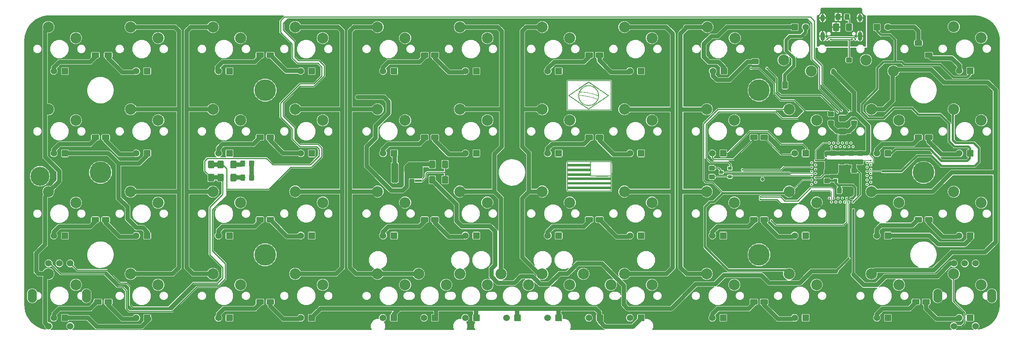
<source format=gbl>
G04 #@! TF.GenerationSoftware,KiCad,Pcbnew,5.0.1*
G04 #@! TF.CreationDate,2019-03-13T00:02:55-03:00*
G04 #@! TF.ProjectId,shark,736861726B2E6B696361645F70636200,V3.1.2*
G04 #@! TF.SameCoordinates,Original*
G04 #@! TF.FileFunction,Copper,L2,Bot,Signal*
G04 #@! TF.FilePolarity,Positive*
%FSLAX46Y46*%
G04 Gerber Fmt 4.6, Leading zero omitted, Abs format (unit mm)*
G04 Created by KiCad (PCBNEW 5.0.1) date Wed 13 Mar 2019 12:02:55 AM -03*
%MOMM*%
%LPD*%
G01*
G04 APERTURE LIST*
G04 #@! TA.AperFunction,ComponentPad*
%ADD10O,2.100000X3.200000*%
G04 #@! TD*
G04 #@! TA.AperFunction,ComponentPad*
%ADD11C,1.524000*%
G04 #@! TD*
G04 #@! TA.AperFunction,ComponentPad*
%ADD12O,1.000000X2.100000*%
G04 #@! TD*
G04 #@! TA.AperFunction,ComponentPad*
%ADD13O,1.000000X1.600000*%
G04 #@! TD*
G04 #@! TA.AperFunction,ComponentPad*
%ADD14C,2.540000*%
G04 #@! TD*
G04 #@! TA.AperFunction,SMDPad,CuDef*
%ADD15C,0.500000*%
G04 #@! TD*
G04 #@! TA.AperFunction,Conductor*
%ADD16C,0.100000*%
G04 #@! TD*
G04 #@! TA.AperFunction,ComponentPad*
%ADD17C,5.000000*%
G04 #@! TD*
G04 #@! TA.AperFunction,SMDPad,CuDef*
%ADD18C,1.150000*%
G04 #@! TD*
G04 #@! TA.AperFunction,SMDPad,CuDef*
%ADD19C,1.425000*%
G04 #@! TD*
G04 #@! TA.AperFunction,SMDPad,CuDef*
%ADD20R,0.900000X0.800000*%
G04 #@! TD*
G04 #@! TA.AperFunction,SMDPad,CuDef*
%ADD21C,1.250000*%
G04 #@! TD*
G04 #@! TA.AperFunction,ComponentPad*
%ADD22C,0.700000*%
G04 #@! TD*
G04 #@! TA.AperFunction,ComponentPad*
%ADD23C,4.400000*%
G04 #@! TD*
G04 #@! TA.AperFunction,SMDPad,CuDef*
%ADD24C,0.590000*%
G04 #@! TD*
G04 #@! TA.AperFunction,SMDPad,CuDef*
%ADD25C,0.100000*%
G04 #@! TD*
G04 #@! TA.AperFunction,SMDPad,CuDef*
%ADD26C,1.000000*%
G04 #@! TD*
G04 #@! TA.AperFunction,SMDPad,CuDef*
%ADD27R,1.550000X0.600000*%
G04 #@! TD*
G04 #@! TA.AperFunction,ViaPad*
%ADD28C,0.450000*%
G04 #@! TD*
G04 #@! TA.AperFunction,ViaPad*
%ADD29C,1.000000*%
G04 #@! TD*
G04 #@! TA.AperFunction,ViaPad*
%ADD30C,0.800000*%
G04 #@! TD*
G04 #@! TA.AperFunction,ViaPad*
%ADD31C,0.508000*%
G04 #@! TD*
G04 #@! TA.AperFunction,Conductor*
%ADD32C,0.254000*%
G04 #@! TD*
G04 #@! TA.AperFunction,Conductor*
%ADD33C,0.130000*%
G04 #@! TD*
G04 #@! TA.AperFunction,Conductor*
%ADD34C,0.500000*%
G04 #@! TD*
G04 #@! TA.AperFunction,Conductor*
%ADD35C,1.000000*%
G04 #@! TD*
G04 #@! TA.AperFunction,Conductor*
%ADD36C,0.800000*%
G04 #@! TD*
G04 #@! TA.AperFunction,Conductor*
%ADD37C,0.300000*%
G04 #@! TD*
G04 #@! TA.AperFunction,Conductor*
%ADD38C,0.250000*%
G04 #@! TD*
G04 #@! TA.AperFunction,Conductor*
%ADD39C,0.127000*%
G04 #@! TD*
G04 APERTURE END LIST*
D10*
G04 #@! TO.P,ROT1,*
G04 #@! TO.N,*
X37713000Y-131243000D03*
X50213000Y-131243000D03*
D11*
G04 #@! TO.P,ROT1,S2*
G04 #@! TO.N,Col1*
X41463000Y-138243000D03*
G04 #@! TO.P,ROT1,S1*
G04 #@! TO.N,EncS1*
X46463000Y-138243000D03*
G04 #@! TO.P,ROT1,C*
G04 #@! TO.N,GND*
X43963000Y-123743000D03*
G04 #@! TO.P,ROT1,A*
G04 #@! TO.N,EncA*
X46463000Y-123743000D03*
G04 #@! TO.P,ROT1,B*
G04 #@! TO.N,EncB*
X41463000Y-123743000D03*
G04 #@! TD*
D12*
G04 #@! TO.P,J1,S1*
G04 #@! TO.N,Net-(C7-Pad2)*
X220163256Y-71258523D03*
D13*
X220163256Y-67058523D03*
X228763256Y-67058523D03*
D12*
X228763256Y-71258523D03*
G04 #@! TD*
D14*
G04 #@! TO.P,SW49,1*
G04 #@! TO.N,Col5*
X126923000Y-126163000D03*
G04 #@! TO.P,SW49,2*
G04 #@! TO.N,Net-(D41-Pad2)*
X133273000Y-128703000D03*
G04 #@! TD*
G04 #@! TO.P,SW50,1*
G04 #@! TO.N,Col6*
X145923000Y-126163000D03*
G04 #@! TO.P,SW50,2*
G04 #@! TO.N,Net-(D42-Pad2)*
X152273000Y-128703000D03*
G04 #@! TD*
G04 #@! TO.P,SW51,1*
G04 #@! TO.N,Col7*
X164923000Y-126163000D03*
G04 #@! TO.P,SW51,2*
G04 #@! TO.N,Net-(D43-Pad2)*
X171273000Y-128703000D03*
G04 #@! TD*
G04 #@! TO.P,SW34,1*
G04 #@! TO.N,Col10*
X212423000Y-107163000D03*
G04 #@! TO.P,SW34,2*
G04 #@! TO.N,Net-(D34-Pad2)*
X218773000Y-109703000D03*
G04 #@! TD*
G04 #@! TO.P,SW11,1*
G04 #@! TO.N,Col11*
X236503000Y-79323000D03*
G04 #@! TO.P,SW11,2*
G04 #@! TO.N,Net-(D11-Pad2)*
X230153000Y-76783000D03*
G04 #@! TD*
G04 #@! TO.P,SW17,1*
G04 #@! TO.N,Col5*
X117423000Y-88163000D03*
G04 #@! TO.P,SW17,2*
G04 #@! TO.N,Net-(D17-Pad2)*
X123773000Y-90703000D03*
G04 #@! TD*
G04 #@! TO.P,SW9,1*
G04 #@! TO.N,Col9*
X193548000Y-69163000D03*
G04 #@! TO.P,SW9,2*
G04 #@! TO.N,Net-(D9-Pad2)*
X199898000Y-71703000D03*
G04 #@! TD*
G04 #@! TO.P,SW45,1*
G04 #@! TO.N,Col9*
X193423000Y-126163000D03*
G04 #@! TO.P,SW45,2*
G04 #@! TO.N,Net-(D45-Pad2)*
X199773000Y-128703000D03*
G04 #@! TD*
G04 #@! TO.P,SW15,1*
G04 #@! TO.N,Col3*
X79423000Y-88163000D03*
G04 #@! TO.P,SW15,2*
G04 #@! TO.N,Net-(D15-Pad2)*
X85773000Y-90703000D03*
G04 #@! TD*
G04 #@! TO.P,SW36,1*
G04 #@! TO.N,Col12*
X250423000Y-107188000D03*
G04 #@! TO.P,SW36,2*
G04 #@! TO.N,Net-(D36-Pad2)*
X256773000Y-109728000D03*
G04 #@! TD*
G04 #@! TO.P,SW1,1*
G04 #@! TO.N,Col1*
X41423000Y-69163000D03*
G04 #@! TO.P,SW1,2*
G04 #@! TO.N,Net-(D1-Pad2)*
X47773000Y-71703000D03*
G04 #@! TD*
G04 #@! TO.P,SW3,1*
G04 #@! TO.N,Col3*
X79423000Y-69163000D03*
G04 #@! TO.P,SW3,2*
G04 #@! TO.N,Net-(D3-Pad2)*
X85773000Y-71703000D03*
G04 #@! TD*
G04 #@! TO.P,SW4,1*
G04 #@! TO.N,Col4*
X98423000Y-69163000D03*
G04 #@! TO.P,SW4,2*
G04 #@! TO.N,Net-(D4-Pad2)*
X104773000Y-71703000D03*
G04 #@! TD*
G04 #@! TO.P,SW6,1*
G04 #@! TO.N,Col6*
X136423000Y-69163000D03*
G04 #@! TO.P,SW6,2*
G04 #@! TO.N,Net-(D6-Pad2)*
X142773000Y-71703000D03*
G04 #@! TD*
G04 #@! TO.P,SW8,1*
G04 #@! TO.N,Col8*
X174423000Y-69163000D03*
G04 #@! TO.P,SW8,2*
G04 #@! TO.N,Net-(D8-Pad2)*
X180773000Y-71703000D03*
G04 #@! TD*
G04 #@! TO.P,SW10,1*
G04 #@! TO.N,Col10*
X217503000Y-79323000D03*
G04 #@! TO.P,SW10,2*
G04 #@! TO.N,Net-(D10-Pad2)*
X211153000Y-76783000D03*
G04 #@! TD*
G04 #@! TO.P,SW12,1*
G04 #@! TO.N,Col12*
X250423000Y-69088000D03*
G04 #@! TO.P,SW12,2*
G04 #@! TO.N,Net-(D12-Pad2)*
X256773000Y-71628000D03*
G04 #@! TD*
G04 #@! TO.P,SW13,1*
G04 #@! TO.N,Col1*
X41423000Y-88163000D03*
G04 #@! TO.P,SW13,2*
G04 #@! TO.N,Net-(D13-Pad2)*
X47773000Y-90703000D03*
G04 #@! TD*
G04 #@! TO.P,SW14,1*
G04 #@! TO.N,Col2*
X60423000Y-88163000D03*
G04 #@! TO.P,SW14,2*
G04 #@! TO.N,Net-(D14-Pad2)*
X66773000Y-90703000D03*
G04 #@! TD*
G04 #@! TO.P,SW16,1*
G04 #@! TO.N,Col4*
X98423000Y-88163000D03*
G04 #@! TO.P,SW16,2*
G04 #@! TO.N,Net-(D16-Pad2)*
X104773000Y-90703000D03*
G04 #@! TD*
G04 #@! TO.P,SW18,1*
G04 #@! TO.N,Col6*
X136423000Y-88163000D03*
G04 #@! TO.P,SW18,2*
G04 #@! TO.N,Net-(D18-Pad2)*
X142773000Y-90703000D03*
G04 #@! TD*
G04 #@! TO.P,SW19,1*
G04 #@! TO.N,Col7*
X155423000Y-88163000D03*
G04 #@! TO.P,SW19,2*
G04 #@! TO.N,Net-(D19-Pad2)*
X161773000Y-90703000D03*
G04 #@! TD*
G04 #@! TO.P,SW20,1*
G04 #@! TO.N,Col8*
X174423000Y-88163000D03*
G04 #@! TO.P,SW20,2*
G04 #@! TO.N,Net-(D20-Pad2)*
X180773000Y-90703000D03*
G04 #@! TD*
G04 #@! TO.P,SW21,1*
G04 #@! TO.N,Col9*
X193423000Y-88163000D03*
G04 #@! TO.P,SW21,2*
G04 #@! TO.N,Net-(D21-Pad2)*
X199773000Y-90703000D03*
G04 #@! TD*
G04 #@! TO.P,SW23,1*
G04 #@! TO.N,Col11*
X231423000Y-88163000D03*
G04 #@! TO.P,SW23,2*
G04 #@! TO.N,Net-(D23-Pad2)*
X237773000Y-90703000D03*
G04 #@! TD*
G04 #@! TO.P,SW24,1*
G04 #@! TO.N,Col12*
X250423000Y-88163000D03*
G04 #@! TO.P,SW24,2*
G04 #@! TO.N,Net-(D24-Pad2)*
X256773000Y-90703000D03*
G04 #@! TD*
G04 #@! TO.P,SW25,1*
G04 #@! TO.N,Col1*
X41423000Y-107188000D03*
G04 #@! TO.P,SW25,2*
G04 #@! TO.N,Net-(D25-Pad2)*
X47773000Y-109728000D03*
G04 #@! TD*
G04 #@! TO.P,SW26,1*
G04 #@! TO.N,Col2*
X60423000Y-107188000D03*
G04 #@! TO.P,SW26,2*
G04 #@! TO.N,Net-(D26-Pad2)*
X66773000Y-109728000D03*
G04 #@! TD*
G04 #@! TO.P,SW27,1*
G04 #@! TO.N,Col3*
X79423000Y-107188000D03*
G04 #@! TO.P,SW27,2*
G04 #@! TO.N,Net-(D27-Pad2)*
X85773000Y-109728000D03*
G04 #@! TD*
G04 #@! TO.P,SW29,1*
G04 #@! TO.N,Col5*
X117423000Y-107163000D03*
G04 #@! TO.P,SW29,2*
G04 #@! TO.N,Net-(D29-Pad2)*
X123773000Y-109703000D03*
G04 #@! TD*
G04 #@! TO.P,SW30,1*
G04 #@! TO.N,Col6*
X136398000Y-107163000D03*
G04 #@! TO.P,SW30,2*
G04 #@! TO.N,Net-(D30-Pad2)*
X142748000Y-109703000D03*
G04 #@! TD*
G04 #@! TO.P,SW31,1*
G04 #@! TO.N,Col7*
X155423000Y-107163000D03*
G04 #@! TO.P,SW31,2*
G04 #@! TO.N,Net-(D31-Pad2)*
X161773000Y-109703000D03*
G04 #@! TD*
G04 #@! TO.P,SW32,1*
G04 #@! TO.N,Col8*
X174423000Y-107163000D03*
G04 #@! TO.P,SW32,2*
G04 #@! TO.N,Net-(D32-Pad2)*
X180773000Y-109703000D03*
G04 #@! TD*
G04 #@! TO.P,SW33,1*
G04 #@! TO.N,Col9*
X193423000Y-107163000D03*
G04 #@! TO.P,SW33,2*
G04 #@! TO.N,Net-(D33-Pad2)*
X199773000Y-109703000D03*
G04 #@! TD*
G04 #@! TO.P,SW35,1*
G04 #@! TO.N,Col11*
X231423000Y-107163000D03*
G04 #@! TO.P,SW35,2*
G04 #@! TO.N,Net-(D35-Pad2)*
X237773000Y-109703000D03*
G04 #@! TD*
G04 #@! TO.P,SW37,1*
G04 #@! TO.N,Col1*
X41423000Y-126163000D03*
G04 #@! TO.P,SW37,2*
G04 #@! TO.N,EncS1*
X47773000Y-128703000D03*
G04 #@! TD*
G04 #@! TO.P,SW38,1*
G04 #@! TO.N,Col2*
X60423000Y-126163000D03*
G04 #@! TO.P,SW38,2*
G04 #@! TO.N,Net-(D38-Pad2)*
X66773000Y-128703000D03*
G04 #@! TD*
G04 #@! TO.P,SW39,1*
G04 #@! TO.N,Col3*
X79423000Y-126163000D03*
G04 #@! TO.P,SW39,2*
G04 #@! TO.N,Net-(D39-Pad2)*
X85773000Y-128703000D03*
G04 #@! TD*
G04 #@! TO.P,SW40,1*
G04 #@! TO.N,Col4*
X98423000Y-126163000D03*
G04 #@! TO.P,SW40,2*
G04 #@! TO.N,Net-(D40-Pad2)*
X104773000Y-128703000D03*
G04 #@! TD*
G04 #@! TO.P,SW41,1*
G04 #@! TO.N,Col5*
X117423000Y-126163000D03*
G04 #@! TO.P,SW41,2*
G04 #@! TO.N,Net-(D41-Pad2)*
X123773000Y-128703000D03*
G04 #@! TD*
G04 #@! TO.P,SW42,1*
G04 #@! TO.N,Col6*
X136423000Y-126163000D03*
G04 #@! TO.P,SW42,2*
G04 #@! TO.N,Net-(D42-Pad2)*
X142773000Y-128703000D03*
G04 #@! TD*
G04 #@! TO.P,SW43,1*
G04 #@! TO.N,Col7*
X155423000Y-126163000D03*
G04 #@! TO.P,SW43,2*
G04 #@! TO.N,Net-(D43-Pad2)*
X161773000Y-128703000D03*
G04 #@! TD*
G04 #@! TO.P,SW44,1*
G04 #@! TO.N,Col8*
X174423000Y-126163000D03*
G04 #@! TO.P,SW44,2*
G04 #@! TO.N,Net-(D44-Pad2)*
X180773000Y-128703000D03*
G04 #@! TD*
G04 #@! TO.P,SW46,1*
G04 #@! TO.N,Col10*
X212423000Y-126163000D03*
G04 #@! TO.P,SW46,2*
G04 #@! TO.N,Net-(D46-Pad2)*
X218773000Y-128703000D03*
G04 #@! TD*
G04 #@! TO.P,SW47,1*
G04 #@! TO.N,Col11*
X231423000Y-126163000D03*
G04 #@! TO.P,SW47,2*
G04 #@! TO.N,Net-(D47-Pad2)*
X237773000Y-128703000D03*
G04 #@! TD*
G04 #@! TO.P,SW48,1*
G04 #@! TO.N,Col12*
X250423000Y-126163000D03*
G04 #@! TO.P,SW48,2*
G04 #@! TO.N,EncS3*
X256773000Y-128703000D03*
G04 #@! TD*
G04 #@! TO.P,SW2,1*
G04 #@! TO.N,Col2*
X60423000Y-69163000D03*
G04 #@! TO.P,SW2,2*
G04 #@! TO.N,Net-(D2-Pad2)*
X66773000Y-71703000D03*
G04 #@! TD*
G04 #@! TO.P,SW5,1*
G04 #@! TO.N,Col5*
X117423000Y-69163000D03*
G04 #@! TO.P,SW5,2*
G04 #@! TO.N,Net-(D5-Pad2)*
X123773000Y-71703000D03*
G04 #@! TD*
G04 #@! TO.P,SW28,1*
G04 #@! TO.N,Col4*
X98423000Y-107163000D03*
G04 #@! TO.P,SW28,2*
G04 #@! TO.N,Net-(D28-Pad2)*
X104773000Y-109703000D03*
G04 #@! TD*
G04 #@! TO.P,SW22,1*
G04 #@! TO.N,Col10*
X212423000Y-88163000D03*
G04 #@! TO.P,SW22,2*
G04 #@! TO.N,Net-(D22-Pad2)*
X218773000Y-90703000D03*
G04 #@! TD*
G04 #@! TO.P,SW7,1*
G04 #@! TO.N,Col7*
X155423000Y-69163000D03*
G04 #@! TO.P,SW7,2*
G04 #@! TO.N,Net-(D7-Pad2)*
X161773000Y-71703000D03*
G04 #@! TD*
D15*
G04 #@! TO.P,L5,1*
G04 #@! TO.N,N/C*
X165375500Y-103233625D03*
D16*
G04 #@! TD*
G04 #@! TO.N,N/C*
G04 #@! TO.C,L5*
G36*
X166704150Y-100162373D02*
X166911113Y-100162374D01*
X167111611Y-100162376D01*
X167305747Y-100162379D01*
X167493625Y-100162383D01*
X167675347Y-100162388D01*
X167851015Y-100162394D01*
X168020734Y-100162402D01*
X168184606Y-100162411D01*
X168342734Y-100162422D01*
X168495220Y-100162434D01*
X168642169Y-100162448D01*
X168783681Y-100162465D01*
X168919862Y-100162483D01*
X169050812Y-100162504D01*
X169176636Y-100162527D01*
X169176637Y-100162527D01*
X169297438Y-100162553D01*
X169413318Y-100162581D01*
X169524379Y-100162612D01*
X169630726Y-100162647D01*
X169732461Y-100162684D01*
X169829687Y-100162724D01*
X169829688Y-100162724D01*
X169922507Y-100162767D01*
X170011023Y-100162814D01*
X170095339Y-100162865D01*
X170095340Y-100162865D01*
X170175559Y-100162919D01*
X170251782Y-100162977D01*
X170324115Y-100163038D01*
X170324117Y-100163038D01*
X170392660Y-100163104D01*
X170457518Y-100163174D01*
X170457519Y-100163174D01*
X170518794Y-100163249D01*
X170576589Y-100163327D01*
X170576591Y-100163327D01*
X170631009Y-100163411D01*
X170682153Y-100163499D01*
X170682155Y-100163499D01*
X170730128Y-100163591D01*
X170730129Y-100163591D01*
X170775034Y-100163689D01*
X170775035Y-100163689D01*
X170816974Y-100163792D01*
X170816976Y-100163792D01*
X170856053Y-100163900D01*
X170856055Y-100163900D01*
X170892372Y-100164013D01*
X170892374Y-100164013D01*
X170926035Y-100164132D01*
X170926037Y-100164132D01*
X170957144Y-100164256D01*
X170957147Y-100164256D01*
X170985804Y-100164386D01*
X170985807Y-100164386D01*
X171012115Y-100164522D01*
X171012119Y-100164522D01*
X171036183Y-100164664D01*
X171036187Y-100164664D01*
X171058109Y-100164812D01*
X171058114Y-100164812D01*
X171077996Y-100164966D01*
X171078002Y-100164966D01*
X171095949Y-100165127D01*
X171095956Y-100165127D01*
X171112069Y-100165294D01*
X171112077Y-100165294D01*
X171126460Y-100165467D01*
X171126471Y-100165467D01*
X171139227Y-100165647D01*
X171139239Y-100165648D01*
X171150470Y-100165835D01*
X171150486Y-100165835D01*
X171160296Y-100166029D01*
X171160316Y-100166029D01*
X171168807Y-100166231D01*
X171168831Y-100166232D01*
X171176106Y-100166440D01*
X171176138Y-100166441D01*
X171182301Y-100166657D01*
X171182342Y-100166659D01*
X171187495Y-100166882D01*
X171187551Y-100166884D01*
X171191796Y-100167115D01*
X171191869Y-100167120D01*
X171195311Y-100167358D01*
X171195415Y-100167366D01*
X171198156Y-100167613D01*
X171198296Y-100167628D01*
X171200438Y-100167882D01*
X171200637Y-100167910D01*
X171202284Y-100168173D01*
X171202548Y-100168222D01*
X171203803Y-100168492D01*
X171204038Y-100168549D01*
X171204387Y-100168642D01*
X171204712Y-100168740D01*
X171225654Y-100175873D01*
X171226041Y-100176023D01*
X171248967Y-100186022D01*
X171249263Y-100186163D01*
X171271987Y-100197904D01*
X171272289Y-100198073D01*
X171292621Y-100210431D01*
X171293010Y-100210693D01*
X171307738Y-100221657D01*
X171308234Y-100222080D01*
X171337719Y-100250690D01*
X171338196Y-100251224D01*
X171361975Y-100282051D01*
X171362395Y-100282692D01*
X171381297Y-100316994D01*
X171381587Y-100317619D01*
X171395993Y-100355237D01*
X171396071Y-100355456D01*
X171397790Y-100360657D01*
X171399425Y-100365280D01*
X171400966Y-100369481D01*
X171400968Y-100369487D01*
X171402435Y-100373502D01*
X171402463Y-100373579D01*
X171403843Y-100377556D01*
X171403890Y-100377699D01*
X171405185Y-100381829D01*
X171405240Y-100382016D01*
X171406454Y-100386490D01*
X171406505Y-100386695D01*
X171407639Y-100391704D01*
X171407679Y-100391902D01*
X171408736Y-100397636D01*
X171408765Y-100397811D01*
X171409748Y-100404462D01*
X171409768Y-100404610D01*
X171410679Y-100412369D01*
X171410692Y-100412489D01*
X171411534Y-100421545D01*
X171411542Y-100421642D01*
X171412317Y-100432188D01*
X171412322Y-100432264D01*
X171413032Y-100444489D01*
X171413035Y-100444549D01*
X171413684Y-100458645D01*
X171413686Y-100458693D01*
X171414276Y-100474851D01*
X171414277Y-100474888D01*
X171414810Y-100493298D01*
X171414811Y-100493328D01*
X171415290Y-100514181D01*
X171415290Y-100514205D01*
X171415717Y-100537693D01*
X171415717Y-100537712D01*
X171416095Y-100564024D01*
X171416096Y-100564040D01*
X171416427Y-100593368D01*
X171416427Y-100593380D01*
X171416715Y-100625915D01*
X171416715Y-100625925D01*
X171416961Y-100661857D01*
X171416961Y-100661865D01*
X171417168Y-100701386D01*
X171417168Y-100701392D01*
X171417338Y-100744691D01*
X171417338Y-100744697D01*
X171417474Y-100791967D01*
X171417474Y-100791971D01*
X171417579Y-100843401D01*
X171417579Y-100843404D01*
X171417656Y-100899186D01*
X171417656Y-100899189D01*
X171417705Y-100959513D01*
X171417705Y-100959515D01*
X171417731Y-101024573D01*
X171417731Y-101024575D01*
X171417736Y-101094557D01*
X171417736Y-101094558D01*
X171417722Y-101169655D01*
X171417691Y-101250058D01*
X171417691Y-101250060D01*
X171417647Y-101335959D01*
X171417591Y-101427546D01*
X171417527Y-101525012D01*
X171417457Y-101628546D01*
X171417383Y-101738341D01*
X171417308Y-101854587D01*
X171417257Y-101938602D01*
X171417180Y-102062737D01*
X171417100Y-102180259D01*
X171417100Y-102180260D01*
X171417016Y-102291327D01*
X171416928Y-102396100D01*
X171416834Y-102494739D01*
X171416834Y-102494740D01*
X171416735Y-102587403D01*
X171416630Y-102674250D01*
X171416630Y-102674252D01*
X171416518Y-102755444D01*
X171416399Y-102831139D01*
X171416399Y-102831141D01*
X171416273Y-102901500D01*
X171416273Y-102901501D01*
X171416138Y-102966683D01*
X171416138Y-102966685D01*
X171415994Y-103026849D01*
X171415994Y-103026851D01*
X171415841Y-103082158D01*
X171415841Y-103082160D01*
X171415678Y-103132768D01*
X171415678Y-103132771D01*
X171415505Y-103178841D01*
X171415505Y-103178844D01*
X171415321Y-103220535D01*
X171415321Y-103220539D01*
X171415125Y-103258011D01*
X171415125Y-103258016D01*
X171414917Y-103291428D01*
X171414917Y-103291434D01*
X171414696Y-103320947D01*
X171414696Y-103320955D01*
X171414462Y-103346726D01*
X171414462Y-103346737D01*
X171414215Y-103368929D01*
X171414215Y-103368943D01*
X171413953Y-103387713D01*
X171413952Y-103387732D01*
X171413675Y-103403240D01*
X171413675Y-103403268D01*
X171413384Y-103415675D01*
X171413382Y-103415721D01*
X171413074Y-103425186D01*
X171413071Y-103425265D01*
X171412747Y-103431947D01*
X171412735Y-103432125D01*
X171412393Y-103436184D01*
X171412326Y-103436683D01*
X171412077Y-103438015D01*
X171411789Y-103439869D01*
X171411495Y-103444153D01*
X171411199Y-103451315D01*
X171410918Y-103461221D01*
X171410652Y-103474068D01*
X171410400Y-103489974D01*
X171410401Y-103489974D01*
X171410163Y-103509135D01*
X171409939Y-103531648D01*
X171409729Y-103557674D01*
X171409533Y-103587366D01*
X171409350Y-103620872D01*
X171409179Y-103658341D01*
X171409021Y-103699923D01*
X171408874Y-103745767D01*
X171408739Y-103796023D01*
X171408615Y-103850840D01*
X171408503Y-103910369D01*
X171408400Y-103974760D01*
X171408307Y-104044162D01*
X171408225Y-104118723D01*
X171408151Y-104198596D01*
X171408086Y-104283928D01*
X171408030Y-104374872D01*
X171407982Y-104471573D01*
X171407942Y-104574185D01*
X171407909Y-104682857D01*
X171407884Y-104797737D01*
X171407865Y-104918977D01*
X171407852Y-105046725D01*
X171407846Y-105149137D01*
X171407834Y-105282701D01*
X171407810Y-105411567D01*
X171407773Y-105535642D01*
X171407773Y-105535643D01*
X171407723Y-105654837D01*
X171407662Y-105769057D01*
X171407662Y-105769058D01*
X171407588Y-105878212D01*
X171407503Y-105982208D01*
X171407503Y-105982210D01*
X171407406Y-106080956D01*
X171407298Y-106174360D01*
X171407298Y-106174362D01*
X171407178Y-106262333D01*
X171407178Y-106262334D01*
X171407047Y-106344778D01*
X171407047Y-106344779D01*
X171406905Y-106421607D01*
X171406905Y-106421609D01*
X171406753Y-106492726D01*
X171406753Y-106492727D01*
X171406590Y-106558043D01*
X171406590Y-106558046D01*
X171406416Y-106617468D01*
X171406416Y-106617470D01*
X171406232Y-106670907D01*
X171406232Y-106670910D01*
X171406039Y-106718269D01*
X171406039Y-106718274D01*
X171405835Y-106759464D01*
X171405835Y-106759469D01*
X171405622Y-106794398D01*
X171405622Y-106794407D01*
X171405399Y-106822982D01*
X171405399Y-106822995D01*
X171405167Y-106845124D01*
X171405166Y-106845150D01*
X171404924Y-106860743D01*
X171404923Y-106860804D01*
X171404673Y-106869767D01*
X171404663Y-106869975D01*
X171404517Y-106872076D01*
X171404428Y-106872730D01*
X171398671Y-106900890D01*
X171398552Y-106901356D01*
X171389689Y-106930241D01*
X171389533Y-106930676D01*
X171378530Y-106957420D01*
X171378336Y-106957836D01*
X171371023Y-106971810D01*
X171370736Y-106972292D01*
X171362642Y-106984268D01*
X171362417Y-106984574D01*
X171350716Y-106999336D01*
X171350556Y-106999528D01*
X171336682Y-107015340D01*
X171336541Y-107015494D01*
X171325250Y-107027323D01*
X171325135Y-107027439D01*
X171310455Y-107041848D01*
X171310278Y-107042014D01*
X171298285Y-107052691D01*
X171297951Y-107052964D01*
X171286849Y-107061252D01*
X171286440Y-107061527D01*
X171274431Y-107068767D01*
X171274130Y-107068935D01*
X171259568Y-107076399D01*
X171259393Y-107076484D01*
X171243319Y-107083947D01*
X171243169Y-107084013D01*
X171226751Y-107090993D01*
X171226582Y-107091062D01*
X171212337Y-107096514D01*
X171212115Y-107096593D01*
X171206358Y-107098490D01*
X171206022Y-107098588D01*
X171204945Y-107098861D01*
X171204613Y-107098933D01*
X171203165Y-107099197D01*
X171202931Y-107099234D01*
X171201009Y-107099491D01*
X171200840Y-107099511D01*
X171198341Y-107099759D01*
X171198225Y-107099769D01*
X171195047Y-107100010D01*
X171194963Y-107100015D01*
X171191001Y-107100248D01*
X171190940Y-107100252D01*
X171186093Y-107100478D01*
X171186047Y-107100480D01*
X171180211Y-107100698D01*
X171180176Y-107100699D01*
X171173249Y-107100910D01*
X171173222Y-107100910D01*
X171165100Y-107101113D01*
X171165080Y-107101114D01*
X171155660Y-107101311D01*
X171155643Y-107101311D01*
X171144824Y-107101501D01*
X171144810Y-107101501D01*
X171132487Y-107101684D01*
X171132476Y-107101685D01*
X171118547Y-107101861D01*
X171118538Y-107101861D01*
X171102899Y-107102031D01*
X171102892Y-107102031D01*
X171085442Y-107102195D01*
X171085436Y-107102195D01*
X171066070Y-107102353D01*
X171066064Y-107102353D01*
X171044681Y-107102504D01*
X171044677Y-107102504D01*
X171021172Y-107102650D01*
X171021168Y-107102650D01*
X170995440Y-107102790D01*
X170995437Y-107102790D01*
X170967382Y-107102924D01*
X170967379Y-107102924D01*
X170936894Y-107103053D01*
X170936892Y-107103053D01*
X170903875Y-107103176D01*
X170903873Y-107103176D01*
X170868220Y-107103294D01*
X170868218Y-107103294D01*
X170829826Y-107103408D01*
X170829824Y-107103408D01*
X170788591Y-107103516D01*
X170788590Y-107103516D01*
X170744413Y-107103619D01*
X170744411Y-107103619D01*
X170697186Y-107103718D01*
X170697185Y-107103718D01*
X170646811Y-107103812D01*
X170593183Y-107103902D01*
X170593181Y-107103902D01*
X170536196Y-107103987D01*
X170475753Y-107104069D01*
X170475752Y-107104069D01*
X170411747Y-107104146D01*
X170344077Y-107104220D01*
X170344076Y-107104220D01*
X170272638Y-107104290D01*
X170197329Y-107104356D01*
X170118047Y-107104419D01*
X170118046Y-107104419D01*
X170034687Y-107104479D01*
X169947148Y-107104535D01*
X169855327Y-107104588D01*
X169759120Y-107104639D01*
X169759118Y-107104639D01*
X169658423Y-107104687D01*
X169553136Y-107104732D01*
X169443156Y-107104775D01*
X169328378Y-107104815D01*
X169208700Y-107104853D01*
X169084019Y-107104890D01*
X169084018Y-107104890D01*
X168954231Y-107104924D01*
X168819235Y-107104956D01*
X168678927Y-107104987D01*
X168533204Y-107105016D01*
X168381964Y-107105044D01*
X168225103Y-107105071D01*
X168062518Y-107105096D01*
X167894107Y-107105121D01*
X167719766Y-107105145D01*
X167539393Y-107105168D01*
X167352885Y-107105191D01*
X167160138Y-107105213D01*
X166961050Y-107105235D01*
X166755518Y-107105256D01*
X166543439Y-107105278D01*
X166324710Y-107105300D01*
X166280581Y-107105304D01*
X166086873Y-107105321D01*
X165895498Y-107105334D01*
X165895497Y-107105334D01*
X165706562Y-107105343D01*
X165520172Y-107105347D01*
X165336431Y-107105347D01*
X165155446Y-107105344D01*
X164977322Y-107105336D01*
X164802164Y-107105324D01*
X164630077Y-107105308D01*
X164461167Y-107105289D01*
X164295540Y-107105265D01*
X164295539Y-107105265D01*
X164133299Y-107105238D01*
X163974552Y-107105208D01*
X163819403Y-107105173D01*
X163667958Y-107105135D01*
X163520322Y-107105094D01*
X163376601Y-107105049D01*
X163236899Y-107105000D01*
X163236898Y-107105000D01*
X163101322Y-107104948D01*
X162969976Y-107104893D01*
X162842966Y-107104835D01*
X162720398Y-107104773D01*
X162602376Y-107104708D01*
X162602375Y-107104708D01*
X162489005Y-107104640D01*
X162380393Y-107104569D01*
X162276643Y-107104496D01*
X162177862Y-107104419D01*
X162177861Y-107104419D01*
X162084153Y-107104339D01*
X161995624Y-107104256D01*
X161912379Y-107104171D01*
X161912377Y-107104171D01*
X161834522Y-107104083D01*
X161762162Y-107103992D01*
X161762161Y-107103992D01*
X161695402Y-107103898D01*
X161634348Y-107103802D01*
X161634346Y-107103802D01*
X161579103Y-107103704D01*
X161579102Y-107103704D01*
X161529776Y-107103603D01*
X161529774Y-107103603D01*
X161486470Y-107103499D01*
X161486468Y-107103499D01*
X161449291Y-107103393D01*
X161449288Y-107103393D01*
X161418343Y-107103285D01*
X161418338Y-107103285D01*
X161393732Y-107103175D01*
X161393723Y-107103175D01*
X161375560Y-107103062D01*
X161375541Y-107103062D01*
X161363926Y-107102947D01*
X161363859Y-107102946D01*
X161358899Y-107102830D01*
X161358493Y-107102804D01*
X161358341Y-107102788D01*
X161357645Y-107102664D01*
X161318118Y-107092726D01*
X161317364Y-107092471D01*
X161280220Y-107076520D01*
X161279536Y-107076162D01*
X161245328Y-107054706D01*
X161244722Y-107054259D01*
X161214001Y-107027805D01*
X161213477Y-107027281D01*
X161186795Y-106996337D01*
X161186356Y-106995745D01*
X161164265Y-106960819D01*
X161163917Y-106960165D01*
X161146968Y-106921764D01*
X161146777Y-106921260D01*
X161141057Y-106903274D01*
X161140973Y-106902980D01*
X161140632Y-106901626D01*
X161140574Y-106901363D01*
X161140246Y-106899682D01*
X161140207Y-106899454D01*
X161139892Y-106897319D01*
X161139869Y-106897145D01*
X161139565Y-106894430D01*
X161139552Y-106894297D01*
X161139261Y-106890873D01*
X161139254Y-106890778D01*
X161138974Y-106886519D01*
X161138970Y-106886447D01*
X161138702Y-106881227D01*
X161138699Y-106881174D01*
X161138442Y-106874864D01*
X161138441Y-106874824D01*
X161138195Y-106867299D01*
X161138194Y-106867268D01*
X161137959Y-106858400D01*
X161137958Y-106858377D01*
X161137733Y-106848039D01*
X161137733Y-106848020D01*
X161137519Y-106836085D01*
X161137519Y-106836070D01*
X161137315Y-106822412D01*
X161137314Y-106822400D01*
X161137119Y-106806891D01*
X161137119Y-106806881D01*
X161136934Y-106789394D01*
X161136934Y-106789386D01*
X161136759Y-106769795D01*
X161136759Y-106769788D01*
X161136592Y-106747965D01*
X161136592Y-106747959D01*
X161136435Y-106723777D01*
X161136435Y-106723773D01*
X161136286Y-106697106D01*
X161136286Y-106697102D01*
X161136145Y-106667822D01*
X161136145Y-106667819D01*
X161136012Y-106635800D01*
X161136012Y-106635797D01*
X161135980Y-106626673D01*
X161135980Y-106626641D01*
X161309222Y-106626641D01*
X161309301Y-106654040D01*
X161309475Y-106687390D01*
X161309588Y-106705733D01*
X161309826Y-106741983D01*
X161310056Y-106772097D01*
X161310314Y-106796742D01*
X161310313Y-106796742D01*
X161310629Y-106816472D01*
X161311037Y-106832033D01*
X161311568Y-106843980D01*
X161312249Y-106852966D01*
X161313094Y-106859547D01*
X161314115Y-106864411D01*
X161315349Y-106868319D01*
X161316902Y-106872071D01*
X161317796Y-106874036D01*
X161330107Y-106894678D01*
X161345821Y-106910165D01*
X161366222Y-106921723D01*
X161377852Y-106925991D01*
X161378822Y-106926103D01*
X161382555Y-106926284D01*
X161388811Y-106926469D01*
X161397486Y-106926648D01*
X161408665Y-106926823D01*
X161408665Y-106926822D01*
X161422484Y-106926990D01*
X161438980Y-106927153D01*
X161458259Y-106927309D01*
X161480409Y-106927461D01*
X161505519Y-106927606D01*
X161533679Y-106927746D01*
X161564978Y-106927880D01*
X161599508Y-106928009D01*
X161637357Y-106928133D01*
X161678615Y-106928252D01*
X161723374Y-106928365D01*
X161771722Y-106928473D01*
X161823750Y-106928576D01*
X161879547Y-106928674D01*
X161939205Y-106928767D01*
X162002810Y-106928855D01*
X162070457Y-106928938D01*
X162142233Y-106929017D01*
X162218229Y-106929091D01*
X162298534Y-106929160D01*
X162383240Y-106929225D01*
X162472436Y-106929285D01*
X162566211Y-106929341D01*
X162664657Y-106929392D01*
X162767864Y-106929440D01*
X162875920Y-106929483D01*
X162988915Y-106929522D01*
X163106942Y-106929556D01*
X163230089Y-106929587D01*
X163358447Y-106929614D01*
X163492105Y-106929637D01*
X163631152Y-106929656D01*
X163775681Y-106929672D01*
X163925781Y-106929684D01*
X164081541Y-106929692D01*
X164243052Y-106929697D01*
X164410404Y-106929698D01*
X164583686Y-106929696D01*
X164762989Y-106929690D01*
X164948404Y-106929682D01*
X165140018Y-106929670D01*
X165337924Y-106929655D01*
X165542212Y-106929637D01*
X165752970Y-106929616D01*
X165970290Y-106929591D01*
X166194261Y-106929565D01*
X166275500Y-106929554D01*
X171159665Y-106928932D01*
X171173811Y-106922387D01*
X171195555Y-106909011D01*
X171212358Y-106891368D01*
X171221430Y-106876272D01*
X171230281Y-106858248D01*
X171231304Y-106703340D01*
X171232287Y-106554382D01*
X171179350Y-106572892D01*
X171178398Y-106573123D01*
X171177700Y-106573172D01*
X166045024Y-106573172D01*
X165831379Y-106573171D01*
X165624302Y-106573169D01*
X165423689Y-106573167D01*
X165229440Y-106573164D01*
X165041449Y-106573160D01*
X164859616Y-106573154D01*
X164683837Y-106573148D01*
X164514010Y-106573140D01*
X164350031Y-106573130D01*
X164191798Y-106573119D01*
X164039209Y-106573106D01*
X163892160Y-106573091D01*
X163750549Y-106573074D01*
X163614273Y-106573055D01*
X163483229Y-106573033D01*
X163357315Y-106573010D01*
X163357314Y-106573010D01*
X163236427Y-106572983D01*
X163120464Y-106572954D01*
X163009322Y-106572922D01*
X162902899Y-106572888D01*
X162801092Y-106572850D01*
X162703798Y-106572809D01*
X162703797Y-106572809D01*
X162610914Y-106572765D01*
X162522338Y-106572717D01*
X162437968Y-106572666D01*
X162437967Y-106572666D01*
X162357698Y-106572611D01*
X162281430Y-106572552D01*
X162209058Y-106572490D01*
X162209056Y-106572490D01*
X162140478Y-106572423D01*
X162075591Y-106572353D01*
X162075590Y-106572353D01*
X162014293Y-106572278D01*
X161956481Y-106572198D01*
X161956479Y-106572198D01*
X161902050Y-106572114D01*
X161850901Y-106572026D01*
X161850899Y-106572026D01*
X161802929Y-106571932D01*
X161802928Y-106571932D01*
X161758032Y-106571834D01*
X161758031Y-106571834D01*
X161716108Y-106571731D01*
X161716106Y-106571731D01*
X161677052Y-106571622D01*
X161677050Y-106571622D01*
X161640762Y-106571509D01*
X161640760Y-106571509D01*
X161607137Y-106571389D01*
X161607135Y-106571389D01*
X161576073Y-106571265D01*
X161576070Y-106571265D01*
X161547467Y-106571134D01*
X161547464Y-106571134D01*
X161521216Y-106570998D01*
X161521212Y-106570998D01*
X161497218Y-106570856D01*
X161497214Y-106570856D01*
X161475370Y-106570708D01*
X161475365Y-106570708D01*
X161455568Y-106570554D01*
X161455562Y-106570554D01*
X161437711Y-106570394D01*
X161437704Y-106570394D01*
X161421695Y-106570227D01*
X161421686Y-106570227D01*
X161407416Y-106570054D01*
X161407406Y-106570053D01*
X161394772Y-106569873D01*
X161394759Y-106569873D01*
X161383660Y-106569686D01*
X161383644Y-106569686D01*
X161373976Y-106569492D01*
X161373956Y-106569492D01*
X161365617Y-106569291D01*
X161365591Y-106569290D01*
X161358477Y-106569082D01*
X161358444Y-106569081D01*
X161352453Y-106568866D01*
X161352409Y-106568864D01*
X161347439Y-106568642D01*
X161347379Y-106568639D01*
X161343326Y-106568409D01*
X161343242Y-106568404D01*
X161340004Y-106568166D01*
X161339888Y-106568156D01*
X161337362Y-106567911D01*
X161337188Y-106567891D01*
X161335272Y-106567637D01*
X161335019Y-106567596D01*
X161333609Y-106567335D01*
X161333254Y-106567256D01*
X161332367Y-106567024D01*
X161332130Y-106566956D01*
X161320755Y-106563373D01*
X161320702Y-106563356D01*
X161311447Y-106560328D01*
X161311347Y-106560294D01*
X161310748Y-106560084D01*
X161310166Y-106565634D01*
X161309714Y-106574664D01*
X161309412Y-106587541D01*
X161309254Y-106604674D01*
X161309222Y-106626641D01*
X161135980Y-106626641D01*
X161135888Y-106600911D01*
X161135888Y-106600908D01*
X161135771Y-106563029D01*
X161135771Y-106563027D01*
X161135661Y-106522028D01*
X161135661Y-106522027D01*
X161135559Y-106477780D01*
X161135559Y-106477778D01*
X161135463Y-106430157D01*
X161135463Y-106430156D01*
X161135374Y-106379034D01*
X161135374Y-106379032D01*
X161135292Y-106324281D01*
X161135216Y-106265775D01*
X161135216Y-106265774D01*
X161135146Y-106203386D01*
X161135081Y-106136988D01*
X161135081Y-106136986D01*
X161135022Y-106066453D01*
X161134968Y-105991656D01*
X161134968Y-105991655D01*
X161134919Y-105912468D01*
X161134875Y-105828764D01*
X161134843Y-105755819D01*
X161134843Y-105755816D01*
X161308873Y-105755816D01*
X161308873Y-105763476D01*
X161308896Y-105803748D01*
X161308963Y-105841987D01*
X161309070Y-105877659D01*
X161309213Y-105910234D01*
X161309389Y-105939180D01*
X161309594Y-105963964D01*
X161309824Y-105984078D01*
X161309823Y-105984078D01*
X161310074Y-105998884D01*
X161310245Y-106004695D01*
X161316621Y-106002855D01*
X161328185Y-105999348D01*
X161330372Y-105998670D01*
X161354883Y-105991050D01*
X161355843Y-105990853D01*
X161356366Y-105990825D01*
X166246712Y-105989861D01*
X166481637Y-105989816D01*
X166709858Y-105989775D01*
X166931443Y-105989739D01*
X167146463Y-105989707D01*
X167354986Y-105989679D01*
X167557082Y-105989656D01*
X167752819Y-105989637D01*
X167942267Y-105989623D01*
X168125496Y-105989613D01*
X168302573Y-105989608D01*
X168473569Y-105989607D01*
X168473570Y-105989607D01*
X168638553Y-105989611D01*
X168797593Y-105989620D01*
X168950758Y-105989633D01*
X169098119Y-105989651D01*
X169239744Y-105989674D01*
X169375702Y-105989702D01*
X169375703Y-105989702D01*
X169506064Y-105989735D01*
X169630896Y-105989772D01*
X169750269Y-105989815D01*
X169864252Y-105989863D01*
X169864253Y-105989863D01*
X169972916Y-105989915D01*
X170076326Y-105989973D01*
X170174555Y-105990036D01*
X170174557Y-105990036D01*
X170267671Y-105990104D01*
X170355742Y-105990177D01*
X170355743Y-105990177D01*
X170438839Y-105990256D01*
X170517029Y-105990339D01*
X170517030Y-105990339D01*
X170590383Y-105990429D01*
X170658968Y-105990523D01*
X170658970Y-105990523D01*
X170722858Y-105990623D01*
X170722859Y-105990623D01*
X170782117Y-105990728D01*
X170782118Y-105990728D01*
X170836816Y-105990839D01*
X170836818Y-105990839D01*
X170887025Y-105990956D01*
X170887026Y-105990956D01*
X170932812Y-105991078D01*
X170932814Y-105991078D01*
X170974247Y-105991205D01*
X170974250Y-105991205D01*
X171011400Y-105991338D01*
X171011403Y-105991338D01*
X171044339Y-105991477D01*
X171044343Y-105991477D01*
X171073134Y-105991622D01*
X171073139Y-105991622D01*
X171097853Y-105991772D01*
X171097861Y-105991772D01*
X171118570Y-105991929D01*
X171118580Y-105991929D01*
X171135350Y-105992091D01*
X171135367Y-105992091D01*
X171148270Y-105992259D01*
X171148301Y-105992260D01*
X171157404Y-105992434D01*
X171157474Y-105992436D01*
X171162847Y-105992615D01*
X171163064Y-105992627D01*
X171164536Y-105992740D01*
X171165048Y-105992806D01*
X171181442Y-105995788D01*
X171181732Y-105995850D01*
X171198734Y-105999999D01*
X171199060Y-106000090D01*
X171213005Y-106004510D01*
X171213285Y-106004608D01*
X171213318Y-106004621D01*
X171213318Y-106004620D01*
X171224195Y-106008686D01*
X171229973Y-106010737D01*
X171230225Y-106004579D01*
X171230587Y-105989395D01*
X171230588Y-105989395D01*
X171230919Y-105969039D01*
X171230918Y-105969039D01*
X171231213Y-105943941D01*
X171231468Y-105914702D01*
X171231675Y-105881825D01*
X171231831Y-105845834D01*
X171231930Y-105807254D01*
X171231966Y-105766609D01*
X171231967Y-105764479D01*
X171231967Y-105518169D01*
X171208984Y-105526208D01*
X171179351Y-105536572D01*
X171178398Y-105536803D01*
X171177700Y-105536852D01*
X166045024Y-105536852D01*
X165831379Y-105536851D01*
X165624302Y-105536849D01*
X165423689Y-105536847D01*
X165229440Y-105536844D01*
X165041449Y-105536840D01*
X164859616Y-105536834D01*
X164683837Y-105536828D01*
X164514010Y-105536820D01*
X164350031Y-105536810D01*
X164191798Y-105536799D01*
X164039209Y-105536786D01*
X163892160Y-105536771D01*
X163750549Y-105536754D01*
X163614273Y-105536735D01*
X163483229Y-105536713D01*
X163357315Y-105536690D01*
X163357314Y-105536690D01*
X163236427Y-105536663D01*
X163120464Y-105536634D01*
X163009322Y-105536602D01*
X162902899Y-105536568D01*
X162801092Y-105536530D01*
X162703798Y-105536489D01*
X162703797Y-105536489D01*
X162610914Y-105536445D01*
X162522338Y-105536397D01*
X162437968Y-105536346D01*
X162437967Y-105536346D01*
X162357698Y-105536291D01*
X162281430Y-105536232D01*
X162209058Y-105536170D01*
X162209056Y-105536170D01*
X162140478Y-105536103D01*
X162075591Y-105536033D01*
X162075590Y-105536033D01*
X162014293Y-105535958D01*
X161956481Y-105535878D01*
X161956479Y-105535878D01*
X161902050Y-105535794D01*
X161850901Y-105535706D01*
X161850899Y-105535706D01*
X161802929Y-105535612D01*
X161802928Y-105535612D01*
X161758032Y-105535514D01*
X161758031Y-105535514D01*
X161716108Y-105535411D01*
X161716106Y-105535411D01*
X161677052Y-105535302D01*
X161677050Y-105535302D01*
X161640762Y-105535189D01*
X161640760Y-105535189D01*
X161607137Y-105535069D01*
X161607135Y-105535069D01*
X161576073Y-105534945D01*
X161576070Y-105534945D01*
X161547467Y-105534814D01*
X161547464Y-105534814D01*
X161521216Y-105534678D01*
X161521212Y-105534678D01*
X161497218Y-105534536D01*
X161497214Y-105534536D01*
X161475370Y-105534388D01*
X161475365Y-105534388D01*
X161455568Y-105534234D01*
X161455562Y-105534234D01*
X161437711Y-105534074D01*
X161437704Y-105534074D01*
X161421695Y-105533907D01*
X161421686Y-105533907D01*
X161407416Y-105533734D01*
X161407406Y-105533733D01*
X161394772Y-105533553D01*
X161394759Y-105533553D01*
X161383660Y-105533366D01*
X161383644Y-105533366D01*
X161373976Y-105533172D01*
X161373956Y-105533172D01*
X161365617Y-105532971D01*
X161365591Y-105532970D01*
X161358477Y-105532762D01*
X161358444Y-105532761D01*
X161352453Y-105532546D01*
X161352409Y-105532544D01*
X161347439Y-105532322D01*
X161347379Y-105532319D01*
X161343326Y-105532089D01*
X161343242Y-105532084D01*
X161340004Y-105531846D01*
X161339888Y-105531836D01*
X161337362Y-105531591D01*
X161337188Y-105531571D01*
X161335272Y-105531317D01*
X161335019Y-105531276D01*
X161333609Y-105531015D01*
X161333254Y-105530936D01*
X161332367Y-105530704D01*
X161332130Y-105530636D01*
X161320785Y-105527064D01*
X161320733Y-105527048D01*
X161311537Y-105524042D01*
X161311439Y-105524008D01*
X161311412Y-105523999D01*
X161310856Y-105529092D01*
X161310350Y-105537355D01*
X161309931Y-105548886D01*
X161309598Y-105564026D01*
X161309341Y-105583251D01*
X161309150Y-105606988D01*
X161309017Y-105635675D01*
X161308933Y-105669749D01*
X161308888Y-105709650D01*
X161308873Y-105755816D01*
X161134843Y-105755816D01*
X161134836Y-105740415D01*
X161134801Y-105647296D01*
X161134769Y-105549279D01*
X161134742Y-105446238D01*
X161134742Y-105446237D01*
X161134718Y-105338043D01*
X161134697Y-105224570D01*
X161134680Y-105105692D01*
X161134665Y-104981280D01*
X161134653Y-104851209D01*
X161134645Y-104732237D01*
X161134645Y-104732233D01*
X161308873Y-104732233D01*
X161308897Y-104772083D01*
X161308965Y-104809891D01*
X161309074Y-104845121D01*
X161309220Y-104877238D01*
X161309399Y-104905703D01*
X161309608Y-104929978D01*
X161309842Y-104949551D01*
X161310097Y-104963819D01*
X161310243Y-104968376D01*
X161316621Y-104966535D01*
X161328185Y-104963028D01*
X161330372Y-104962350D01*
X161354883Y-104954730D01*
X161355843Y-104954533D01*
X161356366Y-104954505D01*
X166246712Y-104953541D01*
X166481637Y-104953496D01*
X166709858Y-104953455D01*
X166931443Y-104953419D01*
X167146463Y-104953387D01*
X167354986Y-104953359D01*
X167557082Y-104953336D01*
X167752819Y-104953317D01*
X167942267Y-104953303D01*
X168125496Y-104953293D01*
X168302573Y-104953288D01*
X168473569Y-104953287D01*
X168473570Y-104953287D01*
X168638553Y-104953291D01*
X168797593Y-104953300D01*
X168950758Y-104953313D01*
X169098119Y-104953331D01*
X169239744Y-104953354D01*
X169375702Y-104953382D01*
X169375703Y-104953382D01*
X169506064Y-104953415D01*
X169630896Y-104953452D01*
X169750269Y-104953495D01*
X169864252Y-104953543D01*
X169864253Y-104953543D01*
X169972916Y-104953595D01*
X170076326Y-104953653D01*
X170174555Y-104953716D01*
X170174557Y-104953716D01*
X170267671Y-104953784D01*
X170355742Y-104953857D01*
X170355743Y-104953857D01*
X170438839Y-104953936D01*
X170517029Y-104954019D01*
X170517030Y-104954019D01*
X170590383Y-104954109D01*
X170658968Y-104954203D01*
X170658970Y-104954203D01*
X170722858Y-104954303D01*
X170722859Y-104954303D01*
X170782117Y-104954408D01*
X170782118Y-104954408D01*
X170836816Y-104954519D01*
X170836818Y-104954519D01*
X170887025Y-104954636D01*
X170887026Y-104954636D01*
X170932812Y-104954758D01*
X170932814Y-104954758D01*
X170974247Y-104954885D01*
X170974250Y-104954885D01*
X171011400Y-104955018D01*
X171011403Y-104955018D01*
X171044339Y-104955157D01*
X171044343Y-104955157D01*
X171073134Y-104955302D01*
X171073139Y-104955302D01*
X171097853Y-104955452D01*
X171097861Y-104955452D01*
X171118570Y-104955609D01*
X171118580Y-104955609D01*
X171135350Y-104955771D01*
X171135367Y-104955771D01*
X171148270Y-104955939D01*
X171148301Y-104955940D01*
X171157404Y-104956114D01*
X171157474Y-104956116D01*
X171162847Y-104956295D01*
X171163064Y-104956307D01*
X171164536Y-104956420D01*
X171165048Y-104956486D01*
X171181442Y-104959468D01*
X171181732Y-104959530D01*
X171198734Y-104963679D01*
X171199060Y-104963770D01*
X171213005Y-104968190D01*
X171213285Y-104968288D01*
X171213318Y-104968301D01*
X171213318Y-104968300D01*
X171224195Y-104972366D01*
X171229985Y-104974421D01*
X171230242Y-104968266D01*
X171230610Y-104953128D01*
X171230611Y-104953128D01*
X171230946Y-104932846D01*
X171230945Y-104932846D01*
X171231244Y-104907868D01*
X171231498Y-104878805D01*
X171231703Y-104846174D01*
X171231853Y-104810510D01*
X171231942Y-104772348D01*
X171231967Y-104739005D01*
X171231951Y-104691950D01*
X171231899Y-104651236D01*
X171231802Y-104616438D01*
X171231652Y-104587127D01*
X171231440Y-104562875D01*
X171231441Y-104562875D01*
X171231159Y-104543300D01*
X171231158Y-104543300D01*
X171230796Y-104527844D01*
X171230353Y-104516289D01*
X171229822Y-104508136D01*
X171229410Y-104504672D01*
X171228497Y-104504946D01*
X171228242Y-104505016D01*
X171226497Y-104505440D01*
X171226262Y-104505491D01*
X171224129Y-104505902D01*
X171223931Y-104505936D01*
X171221308Y-104506333D01*
X171221153Y-104506354D01*
X171217937Y-104506738D01*
X171217816Y-104506751D01*
X171213903Y-104507122D01*
X171213811Y-104507130D01*
X171209099Y-104507489D01*
X171209026Y-104507494D01*
X171203411Y-104507839D01*
X171203356Y-104507842D01*
X171196735Y-104508176D01*
X171196690Y-104508178D01*
X171188960Y-104508499D01*
X171188926Y-104508500D01*
X171179985Y-104508809D01*
X171179957Y-104508810D01*
X171169700Y-104509108D01*
X171169677Y-104509109D01*
X171158003Y-104509395D01*
X171157985Y-104509395D01*
X171144789Y-104509670D01*
X171144774Y-104509670D01*
X171129954Y-104509934D01*
X171129942Y-104509934D01*
X171113395Y-104510188D01*
X171113384Y-104510189D01*
X171095007Y-104510431D01*
X171094998Y-104510431D01*
X171074687Y-104510664D01*
X171074680Y-104510664D01*
X171052333Y-104510886D01*
X171052326Y-104510886D01*
X171027840Y-104511099D01*
X171027835Y-104511099D01*
X171001105Y-104511302D01*
X171001100Y-104511302D01*
X170972025Y-104511495D01*
X170972021Y-104511495D01*
X170940498Y-104511679D01*
X170940495Y-104511679D01*
X170906419Y-104511855D01*
X170906416Y-104511855D01*
X170869686Y-104512021D01*
X170869683Y-104512021D01*
X170830194Y-104512179D01*
X170830192Y-104512179D01*
X170787843Y-104512329D01*
X170787841Y-104512329D01*
X170742527Y-104512471D01*
X170742525Y-104512471D01*
X170694145Y-104512604D01*
X170694143Y-104512604D01*
X170642592Y-104512730D01*
X170642591Y-104512730D01*
X170587767Y-104512849D01*
X170587766Y-104512849D01*
X170529565Y-104512961D01*
X170529563Y-104512961D01*
X170467883Y-104513065D01*
X170402620Y-104513163D01*
X170402619Y-104513163D01*
X170333671Y-104513255D01*
X170260934Y-104513340D01*
X170260932Y-104513340D01*
X170184304Y-104513419D01*
X170103680Y-104513492D01*
X170103679Y-104513492D01*
X170018958Y-104513559D01*
X169930036Y-104513622D01*
X169836810Y-104513679D01*
X169836809Y-104513679D01*
X169739175Y-104513731D01*
X169637032Y-104513778D01*
X169530275Y-104513821D01*
X169418802Y-104513859D01*
X169418801Y-104513859D01*
X169302508Y-104513894D01*
X169181293Y-104513925D01*
X169055053Y-104513952D01*
X168923684Y-104513976D01*
X168787083Y-104513996D01*
X168645148Y-104514014D01*
X168497775Y-104514029D01*
X168497773Y-104514029D01*
X168344858Y-104514041D01*
X168186300Y-104514051D01*
X168021995Y-104514060D01*
X167851840Y-104514066D01*
X167675732Y-104514071D01*
X167493567Y-104514074D01*
X167305243Y-104514076D01*
X167110657Y-104514078D01*
X166909705Y-104514078D01*
X166702285Y-104514079D01*
X161369913Y-104514079D01*
X161368609Y-104513906D01*
X161341516Y-104506586D01*
X161341487Y-104506578D01*
X161328119Y-104502879D01*
X161328056Y-104502861D01*
X161316713Y-104499562D01*
X161316603Y-104499529D01*
X161311380Y-104497879D01*
X161311103Y-104499435D01*
X161310549Y-104505366D01*
X161310083Y-104514195D01*
X161309707Y-104526354D01*
X161309419Y-104542101D01*
X161309204Y-104562057D01*
X161309054Y-104586553D01*
X161308957Y-104616075D01*
X161308902Y-104651077D01*
X161308878Y-104692009D01*
X161308873Y-104732233D01*
X161134645Y-104732233D01*
X161134643Y-104715351D01*
X161134635Y-104573579D01*
X161134630Y-104425767D01*
X161134625Y-104271787D01*
X161134622Y-104111512D01*
X161134621Y-103944816D01*
X161134620Y-103771571D01*
X161134620Y-103526865D01*
X161308873Y-103526865D01*
X161308873Y-103944605D01*
X161316502Y-103941914D01*
X161316760Y-103941830D01*
X161327030Y-103938824D01*
X161327278Y-103938759D01*
X161341490Y-103935380D01*
X161341658Y-103935343D01*
X161357054Y-103932236D01*
X161357164Y-103932215D01*
X161360063Y-103931697D01*
X161360691Y-103931625D01*
X161365438Y-103931386D01*
X161365587Y-103931381D01*
X161376960Y-103931148D01*
X161376998Y-103931147D01*
X161394851Y-103930919D01*
X161394869Y-103930919D01*
X161419057Y-103930696D01*
X161419067Y-103930696D01*
X161449443Y-103930478D01*
X161449450Y-103930478D01*
X161485869Y-103930266D01*
X161485874Y-103930266D01*
X161528188Y-103930059D01*
X161528191Y-103930059D01*
X161576256Y-103929857D01*
X161576259Y-103929857D01*
X161629927Y-103929660D01*
X161629929Y-103929660D01*
X161689056Y-103929469D01*
X161689058Y-103929469D01*
X161753497Y-103929284D01*
X161753498Y-103929284D01*
X161823103Y-103929103D01*
X161823104Y-103929103D01*
X161897730Y-103928928D01*
X161897731Y-103928928D01*
X161977230Y-103928758D01*
X162061457Y-103928593D01*
X162061459Y-103928593D01*
X162150269Y-103928434D01*
X162243514Y-103928280D01*
X162243515Y-103928280D01*
X162341050Y-103928131D01*
X162442730Y-103927987D01*
X162442731Y-103927987D01*
X162548408Y-103927849D01*
X162657937Y-103927716D01*
X162771173Y-103927588D01*
X162771175Y-103927588D01*
X162887970Y-103927466D01*
X163008179Y-103927349D01*
X163131656Y-103927237D01*
X163258254Y-103927130D01*
X163258255Y-103927130D01*
X163387830Y-103927029D01*
X163520234Y-103926933D01*
X163655323Y-103926842D01*
X163792949Y-103926756D01*
X163792950Y-103926756D01*
X163932967Y-103926676D01*
X164075231Y-103926601D01*
X164219594Y-103926531D01*
X164365911Y-103926466D01*
X164514036Y-103926407D01*
X164514037Y-103926407D01*
X164663823Y-103926352D01*
X164815125Y-103926303D01*
X164967797Y-103926260D01*
X165121692Y-103926221D01*
X165276665Y-103926188D01*
X165432570Y-103926160D01*
X165432571Y-103926160D01*
X165589261Y-103926137D01*
X165746591Y-103926119D01*
X165904414Y-103926107D01*
X166062585Y-103926100D01*
X166220957Y-103926098D01*
X166379385Y-103926101D01*
X166379386Y-103926101D01*
X166537723Y-103926110D01*
X166695824Y-103926123D01*
X166853542Y-103926142D01*
X167010732Y-103926166D01*
X167167247Y-103926195D01*
X167322941Y-103926230D01*
X167322942Y-103926230D01*
X167477670Y-103926270D01*
X167631285Y-103926314D01*
X167783641Y-103926364D01*
X167934593Y-103926420D01*
X168083994Y-103926480D01*
X168231698Y-103926546D01*
X168231699Y-103926546D01*
X168377561Y-103926616D01*
X168521434Y-103926692D01*
X168663172Y-103926773D01*
X168802629Y-103926860D01*
X168939660Y-103926951D01*
X168939662Y-103926951D01*
X169074119Y-103927048D01*
X169205858Y-103927149D01*
X169334732Y-103927256D01*
X169460595Y-103927368D01*
X169460596Y-103927368D01*
X169583303Y-103927486D01*
X169702706Y-103927608D01*
X169818660Y-103927736D01*
X169818661Y-103927736D01*
X169931021Y-103927868D01*
X170039639Y-103928006D01*
X170144371Y-103928149D01*
X170144372Y-103928149D01*
X170245070Y-103928297D01*
X170341590Y-103928450D01*
X170341592Y-103928450D01*
X170433786Y-103928609D01*
X170521509Y-103928772D01*
X170521510Y-103928772D01*
X170604617Y-103928941D01*
X170682960Y-103929115D01*
X170682962Y-103929115D01*
X170756396Y-103929294D01*
X170756397Y-103929294D01*
X170824776Y-103929478D01*
X170824778Y-103929478D01*
X170887956Y-103929667D01*
X170887958Y-103929667D01*
X170945789Y-103929861D01*
X170945791Y-103929861D01*
X170998129Y-103930061D01*
X170998132Y-103930061D01*
X171044830Y-103930265D01*
X171044834Y-103930265D01*
X171085747Y-103930475D01*
X171085752Y-103930475D01*
X171120734Y-103930690D01*
X171120741Y-103930690D01*
X171149646Y-103930909D01*
X171149658Y-103930909D01*
X171172339Y-103931134D01*
X171172359Y-103931134D01*
X171188671Y-103931364D01*
X171188721Y-103931365D01*
X171198518Y-103931601D01*
X171198702Y-103931609D01*
X171201711Y-103931792D01*
X171202266Y-103931857D01*
X171215419Y-103934152D01*
X171226154Y-103935877D01*
X171229518Y-103936326D01*
X171229726Y-103935288D01*
X171230407Y-103927730D01*
X171230964Y-103915855D01*
X171231381Y-103899522D01*
X171231678Y-103878009D01*
X171231864Y-103851025D01*
X171231953Y-103818031D01*
X171231967Y-103795820D01*
X171231954Y-103760553D01*
X171231899Y-103731481D01*
X171231780Y-103708028D01*
X171231570Y-103689622D01*
X171231249Y-103675740D01*
X171230797Y-103665781D01*
X171230209Y-103659330D01*
X171229956Y-103658032D01*
X171214074Y-103663810D01*
X171213775Y-103663908D01*
X171191548Y-103670441D01*
X171191302Y-103670507D01*
X171168718Y-103675914D01*
X171168438Y-103675972D01*
X171151486Y-103679018D01*
X171150960Y-103679084D01*
X171147139Y-103679358D01*
X171146952Y-103679368D01*
X171139376Y-103679628D01*
X171139313Y-103679630D01*
X171127879Y-103679876D01*
X171127847Y-103679876D01*
X171112452Y-103680109D01*
X171112433Y-103680110D01*
X171092975Y-103680331D01*
X171092962Y-103680331D01*
X171069337Y-103680538D01*
X171069328Y-103680538D01*
X171041434Y-103680732D01*
X171041427Y-103680732D01*
X171009161Y-103680914D01*
X171009156Y-103680914D01*
X170972416Y-103681083D01*
X170972412Y-103681083D01*
X170931093Y-103681240D01*
X170931090Y-103681240D01*
X170885090Y-103681384D01*
X170885087Y-103681384D01*
X170834304Y-103681517D01*
X170834302Y-103681517D01*
X170778632Y-103681637D01*
X170778630Y-103681637D01*
X170717971Y-103681745D01*
X170717969Y-103681745D01*
X170652218Y-103681842D01*
X170652217Y-103681842D01*
X170581271Y-103681927D01*
X170581270Y-103681927D01*
X170505025Y-103682001D01*
X170505024Y-103682001D01*
X170423379Y-103682063D01*
X170336230Y-103682114D01*
X170336228Y-103682114D01*
X170243473Y-103682153D01*
X170145008Y-103682182D01*
X170145007Y-103682182D01*
X170040729Y-103682200D01*
X169930537Y-103682208D01*
X169930536Y-103682208D01*
X169814325Y-103682204D01*
X169691993Y-103682191D01*
X169563438Y-103682166D01*
X169563437Y-103682166D01*
X169428555Y-103682132D01*
X169287243Y-103682088D01*
X169139399Y-103682034D01*
X168984919Y-103681970D01*
X168930646Y-103681946D01*
X166737779Y-103680959D01*
X166736380Y-103680759D01*
X166709714Y-103672982D01*
X166709391Y-103672876D01*
X166666137Y-103657001D01*
X166665513Y-103656722D01*
X166625489Y-103635448D01*
X166624900Y-103635080D01*
X166588754Y-103608862D01*
X166588207Y-103608402D01*
X166556582Y-103577699D01*
X166556126Y-103577191D01*
X166533618Y-103548399D01*
X166533429Y-103548141D01*
X166518892Y-103526865D01*
X161308873Y-103526865D01*
X161134620Y-103526865D01*
X161134620Y-102446519D01*
X161308873Y-102446519D01*
X161308873Y-102941134D01*
X163893825Y-102940287D01*
X166478797Y-102939441D01*
X166479648Y-102692962D01*
X166480500Y-102446519D01*
X161308873Y-102446519D01*
X161134620Y-102446519D01*
X161134620Y-101366172D01*
X161308873Y-101366172D01*
X161308873Y-101857399D01*
X166480473Y-101857399D01*
X166480473Y-101366172D01*
X161308873Y-101366172D01*
X161134620Y-101366172D01*
X161134620Y-100780441D01*
X161308681Y-100780441D01*
X166478830Y-100778747D01*
X166480618Y-100600815D01*
X166481033Y-100559677D01*
X166481033Y-100559671D01*
X166481424Y-100524662D01*
X166481425Y-100524645D01*
X166481855Y-100495123D01*
X166481855Y-100495089D01*
X166482384Y-100470410D01*
X166482386Y-100470349D01*
X166483075Y-100449870D01*
X166483079Y-100449770D01*
X166483632Y-100439463D01*
X166658113Y-100439463D01*
X166658113Y-103407287D01*
X166668387Y-103428976D01*
X166682979Y-103452774D01*
X166702006Y-103473081D01*
X166724404Y-103489139D01*
X166749078Y-103500061D01*
X166760699Y-103503037D01*
X166764630Y-103503232D01*
X166775571Y-103503445D01*
X166792961Y-103503653D01*
X166816447Y-103503854D01*
X166845833Y-103504047D01*
X166880896Y-103504232D01*
X166921418Y-103504411D01*
X166967176Y-103504581D01*
X167017951Y-103504745D01*
X167073524Y-103504901D01*
X167133676Y-103505049D01*
X167198187Y-103505190D01*
X167266838Y-103505323D01*
X167339409Y-103505449D01*
X167415682Y-103505568D01*
X167495435Y-103505679D01*
X167578453Y-103505783D01*
X167664513Y-103505879D01*
X167753398Y-103505968D01*
X167844887Y-103506049D01*
X167938763Y-103506123D01*
X168034805Y-103506190D01*
X168132794Y-103506249D01*
X168232511Y-103506301D01*
X168333738Y-103506345D01*
X168436253Y-103506382D01*
X168539839Y-103506412D01*
X168644276Y-103506434D01*
X168749344Y-103506449D01*
X168854825Y-103506457D01*
X168960499Y-103506457D01*
X169066148Y-103506450D01*
X169171551Y-103506436D01*
X169276489Y-103506414D01*
X169380745Y-103506385D01*
X169484097Y-103506348D01*
X169586326Y-103506304D01*
X169687215Y-103506253D01*
X169786543Y-103506195D01*
X169884091Y-103506129D01*
X169979640Y-103506056D01*
X170072970Y-103505976D01*
X170163864Y-103505888D01*
X170252100Y-103505793D01*
X170337460Y-103505691D01*
X170419724Y-103505582D01*
X170498675Y-103505465D01*
X170574090Y-103505341D01*
X170645753Y-103505210D01*
X170713444Y-103505072D01*
X170776942Y-103504926D01*
X170836030Y-103504773D01*
X170890487Y-103504613D01*
X170940094Y-103504445D01*
X170984633Y-103504271D01*
X171023882Y-103504089D01*
X171057623Y-103503900D01*
X171085633Y-103503703D01*
X171107688Y-103503500D01*
X171123589Y-103503289D01*
X171132984Y-103503074D01*
X171135096Y-103502945D01*
X171161400Y-103494262D01*
X171185745Y-103480178D01*
X171206660Y-103461694D01*
X171222956Y-103439611D01*
X171231903Y-103424013D01*
X171231860Y-101925052D01*
X171231857Y-101804922D01*
X171231852Y-101691378D01*
X171231845Y-101584232D01*
X171231836Y-101483296D01*
X171231822Y-101388384D01*
X171231805Y-101299307D01*
X171231783Y-101215879D01*
X171231754Y-101137911D01*
X171231719Y-101065216D01*
X171231676Y-100997605D01*
X171231624Y-100934895D01*
X171231564Y-100876893D01*
X171231493Y-100823414D01*
X171231411Y-100774270D01*
X171231317Y-100729274D01*
X171231211Y-100688239D01*
X171231092Y-100650976D01*
X171230958Y-100617298D01*
X171230810Y-100587018D01*
X171230645Y-100559949D01*
X171230464Y-100535904D01*
X171230266Y-100514695D01*
X171230049Y-100496134D01*
X171230050Y-100496134D01*
X171229814Y-100480037D01*
X171229558Y-100466241D01*
X171229281Y-100454484D01*
X171228984Y-100444657D01*
X171228665Y-100436552D01*
X171228329Y-100430072D01*
X171227966Y-100424841D01*
X171227586Y-100420824D01*
X171227200Y-100417882D01*
X171226807Y-100415745D01*
X171226427Y-100414267D01*
X171226058Y-100413206D01*
X171225787Y-100412571D01*
X171217101Y-100398498D01*
X171203978Y-100383519D01*
X171188155Y-100369371D01*
X171171472Y-100357840D01*
X171165237Y-100354483D01*
X171146062Y-100345092D01*
X166752442Y-100345092D01*
X166734209Y-100353636D01*
X166712020Y-100367164D01*
X166691755Y-100385377D01*
X166675120Y-100406569D01*
X166668431Y-100418378D01*
X166658113Y-100439463D01*
X166483632Y-100439463D01*
X166483709Y-100438037D01*
X166483709Y-100438036D01*
X166483989Y-100432847D01*
X166484000Y-100432692D01*
X166485192Y-100418683D01*
X166485216Y-100418459D01*
X166486751Y-100406721D01*
X166486798Y-100406427D01*
X166488737Y-100396316D01*
X166488813Y-100395984D01*
X166491217Y-100386857D01*
X166491309Y-100386549D01*
X166494239Y-100377763D01*
X166494319Y-100377540D01*
X166497836Y-100368452D01*
X166497881Y-100368340D01*
X166502046Y-100358306D01*
X166502055Y-100358285D01*
X166504342Y-100352846D01*
X166511164Y-100336610D01*
X163949383Y-100337463D01*
X161381153Y-100338319D01*
X161365137Y-100345568D01*
X161344688Y-100358303D01*
X161328071Y-100375802D01*
X161317793Y-100393207D01*
X161310562Y-100408932D01*
X161309611Y-100596659D01*
X161308681Y-100780441D01*
X161134620Y-100780441D01*
X161134620Y-100387505D01*
X161134818Y-100386113D01*
X161142473Y-100359700D01*
X161142594Y-100359335D01*
X161157593Y-100319381D01*
X161157920Y-100318680D01*
X161178542Y-100282147D01*
X161178972Y-100281507D01*
X161204744Y-100248861D01*
X161205264Y-100248296D01*
X161235715Y-100220000D01*
X161236314Y-100219524D01*
X161270973Y-100196042D01*
X161271636Y-100195663D01*
X161310032Y-100177460D01*
X161310604Y-100177231D01*
X161336170Y-100168774D01*
X161336563Y-100168662D01*
X161337698Y-100168387D01*
X161337978Y-100168327D01*
X161339448Y-100168059D01*
X161339672Y-100168023D01*
X161341579Y-100167764D01*
X161341742Y-100167745D01*
X161344191Y-100167494D01*
X161344309Y-100167483D01*
X161347400Y-100167240D01*
X161347487Y-100167234D01*
X161351326Y-100166999D01*
X161351388Y-100166996D01*
X161356076Y-100166768D01*
X161356124Y-100166766D01*
X161361764Y-100166546D01*
X161361801Y-100166545D01*
X161368497Y-100166333D01*
X161368525Y-100166332D01*
X161376379Y-100166127D01*
X161376400Y-100166126D01*
X161385516Y-100165928D01*
X161385534Y-100165928D01*
X161396014Y-100165737D01*
X161396028Y-100165737D01*
X161407975Y-100165553D01*
X161407987Y-100165552D01*
X161421504Y-100165375D01*
X161421513Y-100165375D01*
X161436704Y-100165205D01*
X161436712Y-100165205D01*
X161453679Y-100165041D01*
X161453685Y-100165041D01*
X161472531Y-100164883D01*
X161472537Y-100164883D01*
X161493365Y-100164732D01*
X161493369Y-100164732D01*
X161516282Y-100164587D01*
X161516286Y-100164587D01*
X161541387Y-100164448D01*
X161541391Y-100164448D01*
X161568782Y-100164315D01*
X161568785Y-100164315D01*
X161598571Y-100164188D01*
X161598573Y-100164188D01*
X161630856Y-100164066D01*
X161630858Y-100164066D01*
X161665740Y-100163950D01*
X161665742Y-100163950D01*
X161703328Y-100163840D01*
X161703330Y-100163840D01*
X161743721Y-100163735D01*
X161743722Y-100163735D01*
X161787021Y-100163634D01*
X161787023Y-100163634D01*
X161833335Y-100163539D01*
X161833336Y-100163539D01*
X161882762Y-100163449D01*
X161935405Y-100163363D01*
X161935407Y-100163363D01*
X161991371Y-100163282D01*
X162050759Y-100163206D01*
X162050760Y-100163206D01*
X162113674Y-100163134D01*
X162180217Y-100163066D01*
X162180219Y-100163066D01*
X162250495Y-100163003D01*
X162324606Y-100162943D01*
X162402655Y-100162887D01*
X162402656Y-100162887D01*
X162484746Y-100162835D01*
X162570981Y-100162787D01*
X162661463Y-100162742D01*
X162756295Y-100162700D01*
X162756296Y-100162700D01*
X162855581Y-100162662D01*
X162959422Y-100162626D01*
X163067922Y-100162594D01*
X163181184Y-100162564D01*
X163299311Y-100162538D01*
X163422406Y-100162513D01*
X163422407Y-100162513D01*
X163550572Y-100162492D01*
X163683911Y-100162472D01*
X163822527Y-100162455D01*
X163966523Y-100162440D01*
X164116002Y-100162427D01*
X164271065Y-100162415D01*
X164431818Y-100162405D01*
X164598362Y-100162397D01*
X164770801Y-100162390D01*
X164949237Y-100162385D01*
X165133773Y-100162380D01*
X165324513Y-100162377D01*
X165521559Y-100162375D01*
X165725014Y-100162373D01*
X165934981Y-100162372D01*
X166490619Y-100162372D01*
X166704150Y-100162373D01*
X166704150Y-100162373D01*
G37*
D17*
G04 #@! TO.P,H1,1*
G04 #@! TO.N,N/C*
X91463000Y-83743000D03*
G04 #@! TD*
G04 #@! TO.P,H2,1*
G04 #@! TO.N,N/C*
X53463000Y-102743000D03*
G04 #@! TD*
G04 #@! TO.P,H3,1*
G04 #@! TO.N,N/C*
X91463000Y-121743000D03*
G04 #@! TD*
G04 #@! TO.P,H4,1*
G04 #@! TO.N,N/C*
X205463000Y-83743000D03*
G04 #@! TD*
G04 #@! TO.P,H5,1*
G04 #@! TO.N,N/C*
X243463000Y-102743000D03*
G04 #@! TD*
G04 #@! TO.P,H6,1*
G04 #@! TO.N,N/C*
X205463000Y-121743000D03*
G04 #@! TD*
D16*
G04 #@! TO.N,Net-(C7-Pad2)*
G04 #@! TO.C,C7*
G36*
X224090630Y-66122329D02*
X224114898Y-66125929D01*
X224138697Y-66131890D01*
X224161796Y-66140155D01*
X224183975Y-66150645D01*
X224205018Y-66163257D01*
X224224724Y-66177872D01*
X224242902Y-66194348D01*
X224259378Y-66212526D01*
X224273993Y-66232232D01*
X224286605Y-66253275D01*
X224297095Y-66275454D01*
X224305360Y-66298553D01*
X224311321Y-66322352D01*
X224314921Y-66346620D01*
X224316125Y-66371124D01*
X224316125Y-67271126D01*
X224314921Y-67295630D01*
X224311321Y-67319898D01*
X224305360Y-67343697D01*
X224297095Y-67366796D01*
X224286605Y-67388975D01*
X224273993Y-67410018D01*
X224259378Y-67429724D01*
X224242902Y-67447902D01*
X224224724Y-67464378D01*
X224205018Y-67478993D01*
X224183975Y-67491605D01*
X224161796Y-67502095D01*
X224138697Y-67510360D01*
X224114898Y-67516321D01*
X224090630Y-67519921D01*
X224066126Y-67521125D01*
X223416124Y-67521125D01*
X223391620Y-67519921D01*
X223367352Y-67516321D01*
X223343553Y-67510360D01*
X223320454Y-67502095D01*
X223298275Y-67491605D01*
X223277232Y-67478993D01*
X223257526Y-67464378D01*
X223239348Y-67447902D01*
X223222872Y-67429724D01*
X223208257Y-67410018D01*
X223195645Y-67388975D01*
X223185155Y-67366796D01*
X223176890Y-67343697D01*
X223170929Y-67319898D01*
X223167329Y-67295630D01*
X223166125Y-67271126D01*
X223166125Y-66371124D01*
X223167329Y-66346620D01*
X223170929Y-66322352D01*
X223176890Y-66298553D01*
X223185155Y-66275454D01*
X223195645Y-66253275D01*
X223208257Y-66232232D01*
X223222872Y-66212526D01*
X223239348Y-66194348D01*
X223257526Y-66177872D01*
X223277232Y-66163257D01*
X223298275Y-66150645D01*
X223320454Y-66140155D01*
X223343553Y-66131890D01*
X223367352Y-66125929D01*
X223391620Y-66122329D01*
X223416124Y-66121125D01*
X224066126Y-66121125D01*
X224090630Y-66122329D01*
X224090630Y-66122329D01*
G37*
D18*
G04 #@! TD*
G04 #@! TO.P,C7,2*
G04 #@! TO.N,Net-(C7-Pad2)*
X223741125Y-66821125D03*
D16*
G04 #@! TO.N,GND*
G04 #@! TO.C,C7*
G36*
X226140630Y-66122329D02*
X226164898Y-66125929D01*
X226188697Y-66131890D01*
X226211796Y-66140155D01*
X226233975Y-66150645D01*
X226255018Y-66163257D01*
X226274724Y-66177872D01*
X226292902Y-66194348D01*
X226309378Y-66212526D01*
X226323993Y-66232232D01*
X226336605Y-66253275D01*
X226347095Y-66275454D01*
X226355360Y-66298553D01*
X226361321Y-66322352D01*
X226364921Y-66346620D01*
X226366125Y-66371124D01*
X226366125Y-67271126D01*
X226364921Y-67295630D01*
X226361321Y-67319898D01*
X226355360Y-67343697D01*
X226347095Y-67366796D01*
X226336605Y-67388975D01*
X226323993Y-67410018D01*
X226309378Y-67429724D01*
X226292902Y-67447902D01*
X226274724Y-67464378D01*
X226255018Y-67478993D01*
X226233975Y-67491605D01*
X226211796Y-67502095D01*
X226188697Y-67510360D01*
X226164898Y-67516321D01*
X226140630Y-67519921D01*
X226116126Y-67521125D01*
X225466124Y-67521125D01*
X225441620Y-67519921D01*
X225417352Y-67516321D01*
X225393553Y-67510360D01*
X225370454Y-67502095D01*
X225348275Y-67491605D01*
X225327232Y-67478993D01*
X225307526Y-67464378D01*
X225289348Y-67447902D01*
X225272872Y-67429724D01*
X225258257Y-67410018D01*
X225245645Y-67388975D01*
X225235155Y-67366796D01*
X225226890Y-67343697D01*
X225220929Y-67319898D01*
X225217329Y-67295630D01*
X225216125Y-67271126D01*
X225216125Y-66371124D01*
X225217329Y-66346620D01*
X225220929Y-66322352D01*
X225226890Y-66298553D01*
X225235155Y-66275454D01*
X225245645Y-66253275D01*
X225258257Y-66232232D01*
X225272872Y-66212526D01*
X225289348Y-66194348D01*
X225307526Y-66177872D01*
X225327232Y-66163257D01*
X225348275Y-66150645D01*
X225370454Y-66140155D01*
X225393553Y-66131890D01*
X225417352Y-66125929D01*
X225441620Y-66122329D01*
X225466124Y-66121125D01*
X226116126Y-66121125D01*
X226140630Y-66122329D01*
X226140630Y-66122329D01*
G37*
D18*
G04 #@! TD*
G04 #@! TO.P,C7,1*
G04 #@! TO.N,GND*
X225791125Y-66821125D03*
D16*
G04 #@! TO.N,VBUS*
G04 #@! TO.C,F1*
G36*
X226718755Y-76206704D02*
X226743023Y-76210304D01*
X226766822Y-76216265D01*
X226789921Y-76224530D01*
X226812100Y-76235020D01*
X226833143Y-76247632D01*
X226852849Y-76262247D01*
X226871027Y-76278723D01*
X226887503Y-76296901D01*
X226902118Y-76316607D01*
X226914730Y-76337650D01*
X226925220Y-76359829D01*
X226933485Y-76382928D01*
X226939446Y-76406727D01*
X226943046Y-76430995D01*
X226944250Y-76455499D01*
X226944250Y-77105501D01*
X226943046Y-77130005D01*
X226939446Y-77154273D01*
X226933485Y-77178072D01*
X226925220Y-77201171D01*
X226914730Y-77223350D01*
X226902118Y-77244393D01*
X226887503Y-77264099D01*
X226871027Y-77282277D01*
X226852849Y-77298753D01*
X226833143Y-77313368D01*
X226812100Y-77325980D01*
X226789921Y-77336470D01*
X226766822Y-77344735D01*
X226743023Y-77350696D01*
X226718755Y-77354296D01*
X226694251Y-77355500D01*
X225794249Y-77355500D01*
X225769745Y-77354296D01*
X225745477Y-77350696D01*
X225721678Y-77344735D01*
X225698579Y-77336470D01*
X225676400Y-77325980D01*
X225655357Y-77313368D01*
X225635651Y-77298753D01*
X225617473Y-77282277D01*
X225600997Y-77264099D01*
X225586382Y-77244393D01*
X225573770Y-77223350D01*
X225563280Y-77201171D01*
X225555015Y-77178072D01*
X225549054Y-77154273D01*
X225545454Y-77130005D01*
X225544250Y-77105501D01*
X225544250Y-76455499D01*
X225545454Y-76430995D01*
X225549054Y-76406727D01*
X225555015Y-76382928D01*
X225563280Y-76359829D01*
X225573770Y-76337650D01*
X225586382Y-76316607D01*
X225600997Y-76296901D01*
X225617473Y-76278723D01*
X225635651Y-76262247D01*
X225655357Y-76247632D01*
X225676400Y-76235020D01*
X225698579Y-76224530D01*
X225721678Y-76216265D01*
X225745477Y-76210304D01*
X225769745Y-76206704D01*
X225794249Y-76205500D01*
X226694251Y-76205500D01*
X226718755Y-76206704D01*
X226718755Y-76206704D01*
G37*
D18*
G04 #@! TD*
G04 #@! TO.P,F1,2*
G04 #@! TO.N,VBUS*
X226244250Y-76780500D03*
D16*
G04 #@! TO.N,5V*
G04 #@! TO.C,F1*
G36*
X226718755Y-78256704D02*
X226743023Y-78260304D01*
X226766822Y-78266265D01*
X226789921Y-78274530D01*
X226812100Y-78285020D01*
X226833143Y-78297632D01*
X226852849Y-78312247D01*
X226871027Y-78328723D01*
X226887503Y-78346901D01*
X226902118Y-78366607D01*
X226914730Y-78387650D01*
X226925220Y-78409829D01*
X226933485Y-78432928D01*
X226939446Y-78456727D01*
X226943046Y-78480995D01*
X226944250Y-78505499D01*
X226944250Y-79155501D01*
X226943046Y-79180005D01*
X226939446Y-79204273D01*
X226933485Y-79228072D01*
X226925220Y-79251171D01*
X226914730Y-79273350D01*
X226902118Y-79294393D01*
X226887503Y-79314099D01*
X226871027Y-79332277D01*
X226852849Y-79348753D01*
X226833143Y-79363368D01*
X226812100Y-79375980D01*
X226789921Y-79386470D01*
X226766822Y-79394735D01*
X226743023Y-79400696D01*
X226718755Y-79404296D01*
X226694251Y-79405500D01*
X225794249Y-79405500D01*
X225769745Y-79404296D01*
X225745477Y-79400696D01*
X225721678Y-79394735D01*
X225698579Y-79386470D01*
X225676400Y-79375980D01*
X225655357Y-79363368D01*
X225635651Y-79348753D01*
X225617473Y-79332277D01*
X225600997Y-79314099D01*
X225586382Y-79294393D01*
X225573770Y-79273350D01*
X225563280Y-79251171D01*
X225555015Y-79228072D01*
X225549054Y-79204273D01*
X225545454Y-79180005D01*
X225544250Y-79155501D01*
X225544250Y-78505499D01*
X225545454Y-78480995D01*
X225549054Y-78456727D01*
X225555015Y-78432928D01*
X225563280Y-78409829D01*
X225573770Y-78387650D01*
X225586382Y-78366607D01*
X225600997Y-78346901D01*
X225617473Y-78328723D01*
X225635651Y-78312247D01*
X225655357Y-78297632D01*
X225676400Y-78285020D01*
X225698579Y-78274530D01*
X225721678Y-78266265D01*
X225745477Y-78260304D01*
X225769745Y-78256704D01*
X225794249Y-78255500D01*
X226694251Y-78255500D01*
X226718755Y-78256704D01*
X226718755Y-78256704D01*
G37*
D18*
G04 #@! TD*
G04 #@! TO.P,F1,1*
G04 #@! TO.N,5V*
X226244250Y-78830500D03*
D16*
G04 #@! TO.N,GND*
G04 #@! TO.C,R5*
G36*
X226740629Y-68322329D02*
X226764898Y-68325929D01*
X226788696Y-68331890D01*
X226811796Y-68340155D01*
X226833974Y-68350645D01*
X226855018Y-68363258D01*
X226874723Y-68377872D01*
X226892902Y-68394348D01*
X226909378Y-68412527D01*
X226923992Y-68432232D01*
X226936605Y-68453276D01*
X226947095Y-68475454D01*
X226955360Y-68498554D01*
X226961321Y-68522352D01*
X226964921Y-68546621D01*
X226966125Y-68571125D01*
X226966125Y-69821125D01*
X226964921Y-69845629D01*
X226961321Y-69869898D01*
X226955360Y-69893696D01*
X226947095Y-69916796D01*
X226936605Y-69938974D01*
X226923992Y-69960018D01*
X226909378Y-69979723D01*
X226892902Y-69997902D01*
X226874723Y-70014378D01*
X226855018Y-70028992D01*
X226833974Y-70041605D01*
X226811796Y-70052095D01*
X226788696Y-70060360D01*
X226764898Y-70066321D01*
X226740629Y-70069921D01*
X226716125Y-70071125D01*
X225791125Y-70071125D01*
X225766621Y-70069921D01*
X225742352Y-70066321D01*
X225718554Y-70060360D01*
X225695454Y-70052095D01*
X225673276Y-70041605D01*
X225652232Y-70028992D01*
X225632527Y-70014378D01*
X225614348Y-69997902D01*
X225597872Y-69979723D01*
X225583258Y-69960018D01*
X225570645Y-69938974D01*
X225560155Y-69916796D01*
X225551890Y-69893696D01*
X225545929Y-69869898D01*
X225542329Y-69845629D01*
X225541125Y-69821125D01*
X225541125Y-68571125D01*
X225542329Y-68546621D01*
X225545929Y-68522352D01*
X225551890Y-68498554D01*
X225560155Y-68475454D01*
X225570645Y-68453276D01*
X225583258Y-68432232D01*
X225597872Y-68412527D01*
X225614348Y-68394348D01*
X225632527Y-68377872D01*
X225652232Y-68363258D01*
X225673276Y-68350645D01*
X225695454Y-68340155D01*
X225718554Y-68331890D01*
X225742352Y-68325929D01*
X225766621Y-68322329D01*
X225791125Y-68321125D01*
X226716125Y-68321125D01*
X226740629Y-68322329D01*
X226740629Y-68322329D01*
G37*
D19*
G04 #@! TD*
G04 #@! TO.P,R5,2*
G04 #@! TO.N,GND*
X226253625Y-69196125D03*
D16*
G04 #@! TO.N,Net-(C7-Pad2)*
G04 #@! TO.C,R5*
G36*
X223765629Y-68322329D02*
X223789898Y-68325929D01*
X223813696Y-68331890D01*
X223836796Y-68340155D01*
X223858974Y-68350645D01*
X223880018Y-68363258D01*
X223899723Y-68377872D01*
X223917902Y-68394348D01*
X223934378Y-68412527D01*
X223948992Y-68432232D01*
X223961605Y-68453276D01*
X223972095Y-68475454D01*
X223980360Y-68498554D01*
X223986321Y-68522352D01*
X223989921Y-68546621D01*
X223991125Y-68571125D01*
X223991125Y-69821125D01*
X223989921Y-69845629D01*
X223986321Y-69869898D01*
X223980360Y-69893696D01*
X223972095Y-69916796D01*
X223961605Y-69938974D01*
X223948992Y-69960018D01*
X223934378Y-69979723D01*
X223917902Y-69997902D01*
X223899723Y-70014378D01*
X223880018Y-70028992D01*
X223858974Y-70041605D01*
X223836796Y-70052095D01*
X223813696Y-70060360D01*
X223789898Y-70066321D01*
X223765629Y-70069921D01*
X223741125Y-70071125D01*
X222816125Y-70071125D01*
X222791621Y-70069921D01*
X222767352Y-70066321D01*
X222743554Y-70060360D01*
X222720454Y-70052095D01*
X222698276Y-70041605D01*
X222677232Y-70028992D01*
X222657527Y-70014378D01*
X222639348Y-69997902D01*
X222622872Y-69979723D01*
X222608258Y-69960018D01*
X222595645Y-69938974D01*
X222585155Y-69916796D01*
X222576890Y-69893696D01*
X222570929Y-69869898D01*
X222567329Y-69845629D01*
X222566125Y-69821125D01*
X222566125Y-68571125D01*
X222567329Y-68546621D01*
X222570929Y-68522352D01*
X222576890Y-68498554D01*
X222585155Y-68475454D01*
X222595645Y-68453276D01*
X222608258Y-68432232D01*
X222622872Y-68412527D01*
X222639348Y-68394348D01*
X222657527Y-68377872D01*
X222677232Y-68363258D01*
X222698276Y-68350645D01*
X222720454Y-68340155D01*
X222743554Y-68331890D01*
X222767352Y-68325929D01*
X222791621Y-68322329D01*
X222816125Y-68321125D01*
X223741125Y-68321125D01*
X223765629Y-68322329D01*
X223765629Y-68322329D01*
G37*
D19*
G04 #@! TD*
G04 #@! TO.P,R5,1*
G04 #@! TO.N,Net-(C7-Pad2)*
X223278625Y-69196125D03*
D16*
G04 #@! TO.N,BOOT0*
G04 #@! TO.C,CRST1*
G36*
X227896710Y-90731030D02*
X227920978Y-90734630D01*
X227944777Y-90740591D01*
X227967876Y-90748856D01*
X227990055Y-90759346D01*
X228011098Y-90771958D01*
X228030804Y-90786573D01*
X228048982Y-90803049D01*
X228065458Y-90821227D01*
X228080073Y-90840933D01*
X228092685Y-90861976D01*
X228103175Y-90884155D01*
X228111440Y-90907254D01*
X228117401Y-90931053D01*
X228121001Y-90955321D01*
X228122205Y-90979825D01*
X228122205Y-91629827D01*
X228121001Y-91654331D01*
X228117401Y-91678599D01*
X228111440Y-91702398D01*
X228103175Y-91725497D01*
X228092685Y-91747676D01*
X228080073Y-91768719D01*
X228065458Y-91788425D01*
X228048982Y-91806603D01*
X228030804Y-91823079D01*
X228011098Y-91837694D01*
X227990055Y-91850306D01*
X227967876Y-91860796D01*
X227944777Y-91869061D01*
X227920978Y-91875022D01*
X227896710Y-91878622D01*
X227872206Y-91879826D01*
X226972204Y-91879826D01*
X226947700Y-91878622D01*
X226923432Y-91875022D01*
X226899633Y-91869061D01*
X226876534Y-91860796D01*
X226854355Y-91850306D01*
X226833312Y-91837694D01*
X226813606Y-91823079D01*
X226795428Y-91806603D01*
X226778952Y-91788425D01*
X226764337Y-91768719D01*
X226751725Y-91747676D01*
X226741235Y-91725497D01*
X226732970Y-91702398D01*
X226727009Y-91678599D01*
X226723409Y-91654331D01*
X226722205Y-91629827D01*
X226722205Y-90979825D01*
X226723409Y-90955321D01*
X226727009Y-90931053D01*
X226732970Y-90907254D01*
X226741235Y-90884155D01*
X226751725Y-90861976D01*
X226764337Y-90840933D01*
X226778952Y-90821227D01*
X226795428Y-90803049D01*
X226813606Y-90786573D01*
X226833312Y-90771958D01*
X226854355Y-90759346D01*
X226876534Y-90748856D01*
X226899633Y-90740591D01*
X226923432Y-90734630D01*
X226947700Y-90731030D01*
X226972204Y-90729826D01*
X227872206Y-90729826D01*
X227896710Y-90731030D01*
X227896710Y-90731030D01*
G37*
D18*
G04 #@! TD*
G04 #@! TO.P,CRST1,2*
G04 #@! TO.N,BOOT0*
X227422205Y-91304826D03*
D16*
G04 #@! TO.N,GND*
G04 #@! TO.C,CRST1*
G36*
X227896710Y-88681030D02*
X227920978Y-88684630D01*
X227944777Y-88690591D01*
X227967876Y-88698856D01*
X227990055Y-88709346D01*
X228011098Y-88721958D01*
X228030804Y-88736573D01*
X228048982Y-88753049D01*
X228065458Y-88771227D01*
X228080073Y-88790933D01*
X228092685Y-88811976D01*
X228103175Y-88834155D01*
X228111440Y-88857254D01*
X228117401Y-88881053D01*
X228121001Y-88905321D01*
X228122205Y-88929825D01*
X228122205Y-89579827D01*
X228121001Y-89604331D01*
X228117401Y-89628599D01*
X228111440Y-89652398D01*
X228103175Y-89675497D01*
X228092685Y-89697676D01*
X228080073Y-89718719D01*
X228065458Y-89738425D01*
X228048982Y-89756603D01*
X228030804Y-89773079D01*
X228011098Y-89787694D01*
X227990055Y-89800306D01*
X227967876Y-89810796D01*
X227944777Y-89819061D01*
X227920978Y-89825022D01*
X227896710Y-89828622D01*
X227872206Y-89829826D01*
X226972204Y-89829826D01*
X226947700Y-89828622D01*
X226923432Y-89825022D01*
X226899633Y-89819061D01*
X226876534Y-89810796D01*
X226854355Y-89800306D01*
X226833312Y-89787694D01*
X226813606Y-89773079D01*
X226795428Y-89756603D01*
X226778952Y-89738425D01*
X226764337Y-89718719D01*
X226751725Y-89697676D01*
X226741235Y-89675497D01*
X226732970Y-89652398D01*
X226727009Y-89628599D01*
X226723409Y-89604331D01*
X226722205Y-89579827D01*
X226722205Y-88929825D01*
X226723409Y-88905321D01*
X226727009Y-88881053D01*
X226732970Y-88857254D01*
X226741235Y-88834155D01*
X226751725Y-88811976D01*
X226764337Y-88790933D01*
X226778952Y-88771227D01*
X226795428Y-88753049D01*
X226813606Y-88736573D01*
X226833312Y-88721958D01*
X226854355Y-88709346D01*
X226876534Y-88698856D01*
X226899633Y-88690591D01*
X226923432Y-88684630D01*
X226947700Y-88681030D01*
X226972204Y-88679826D01*
X227872206Y-88679826D01*
X227896710Y-88681030D01*
X227896710Y-88681030D01*
G37*
D18*
G04 #@! TD*
G04 #@! TO.P,CRST1,1*
G04 #@! TO.N,GND*
X227422205Y-89254826D03*
D16*
G04 #@! TO.N,5V*
G04 #@! TO.C,CSin1*
G36*
X226431255Y-106200454D02*
X226455523Y-106204054D01*
X226479322Y-106210015D01*
X226502421Y-106218280D01*
X226524600Y-106228770D01*
X226545643Y-106241382D01*
X226565349Y-106255997D01*
X226583527Y-106272473D01*
X226600003Y-106290651D01*
X226614618Y-106310357D01*
X226627230Y-106331400D01*
X226637720Y-106353579D01*
X226645985Y-106376678D01*
X226651946Y-106400477D01*
X226655546Y-106424745D01*
X226656750Y-106449249D01*
X226656750Y-107349251D01*
X226655546Y-107373755D01*
X226651946Y-107398023D01*
X226645985Y-107421822D01*
X226637720Y-107444921D01*
X226627230Y-107467100D01*
X226614618Y-107488143D01*
X226600003Y-107507849D01*
X226583527Y-107526027D01*
X226565349Y-107542503D01*
X226545643Y-107557118D01*
X226524600Y-107569730D01*
X226502421Y-107580220D01*
X226479322Y-107588485D01*
X226455523Y-107594446D01*
X226431255Y-107598046D01*
X226406751Y-107599250D01*
X225756749Y-107599250D01*
X225732245Y-107598046D01*
X225707977Y-107594446D01*
X225684178Y-107588485D01*
X225661079Y-107580220D01*
X225638900Y-107569730D01*
X225617857Y-107557118D01*
X225598151Y-107542503D01*
X225579973Y-107526027D01*
X225563497Y-107507849D01*
X225548882Y-107488143D01*
X225536270Y-107467100D01*
X225525780Y-107444921D01*
X225517515Y-107421822D01*
X225511554Y-107398023D01*
X225507954Y-107373755D01*
X225506750Y-107349251D01*
X225506750Y-106449249D01*
X225507954Y-106424745D01*
X225511554Y-106400477D01*
X225517515Y-106376678D01*
X225525780Y-106353579D01*
X225536270Y-106331400D01*
X225548882Y-106310357D01*
X225563497Y-106290651D01*
X225579973Y-106272473D01*
X225598151Y-106255997D01*
X225617857Y-106241382D01*
X225638900Y-106228770D01*
X225661079Y-106218280D01*
X225684178Y-106210015D01*
X225707977Y-106204054D01*
X225732245Y-106200454D01*
X225756749Y-106199250D01*
X226406751Y-106199250D01*
X226431255Y-106200454D01*
X226431255Y-106200454D01*
G37*
D18*
G04 #@! TD*
G04 #@! TO.P,CSin1,2*
G04 #@! TO.N,5V*
X226081750Y-106899250D03*
D16*
G04 #@! TO.N,GND*
G04 #@! TO.C,CSin1*
G36*
X224381255Y-106200454D02*
X224405523Y-106204054D01*
X224429322Y-106210015D01*
X224452421Y-106218280D01*
X224474600Y-106228770D01*
X224495643Y-106241382D01*
X224515349Y-106255997D01*
X224533527Y-106272473D01*
X224550003Y-106290651D01*
X224564618Y-106310357D01*
X224577230Y-106331400D01*
X224587720Y-106353579D01*
X224595985Y-106376678D01*
X224601946Y-106400477D01*
X224605546Y-106424745D01*
X224606750Y-106449249D01*
X224606750Y-107349251D01*
X224605546Y-107373755D01*
X224601946Y-107398023D01*
X224595985Y-107421822D01*
X224587720Y-107444921D01*
X224577230Y-107467100D01*
X224564618Y-107488143D01*
X224550003Y-107507849D01*
X224533527Y-107526027D01*
X224515349Y-107542503D01*
X224495643Y-107557118D01*
X224474600Y-107569730D01*
X224452421Y-107580220D01*
X224429322Y-107588485D01*
X224405523Y-107594446D01*
X224381255Y-107598046D01*
X224356751Y-107599250D01*
X223706749Y-107599250D01*
X223682245Y-107598046D01*
X223657977Y-107594446D01*
X223634178Y-107588485D01*
X223611079Y-107580220D01*
X223588900Y-107569730D01*
X223567857Y-107557118D01*
X223548151Y-107542503D01*
X223529973Y-107526027D01*
X223513497Y-107507849D01*
X223498882Y-107488143D01*
X223486270Y-107467100D01*
X223475780Y-107444921D01*
X223467515Y-107421822D01*
X223461554Y-107398023D01*
X223457954Y-107373755D01*
X223456750Y-107349251D01*
X223456750Y-106449249D01*
X223457954Y-106424745D01*
X223461554Y-106400477D01*
X223467515Y-106376678D01*
X223475780Y-106353579D01*
X223486270Y-106331400D01*
X223498882Y-106310357D01*
X223513497Y-106290651D01*
X223529973Y-106272473D01*
X223548151Y-106255997D01*
X223567857Y-106241382D01*
X223588900Y-106228770D01*
X223611079Y-106218280D01*
X223634178Y-106210015D01*
X223657977Y-106204054D01*
X223682245Y-106200454D01*
X223706749Y-106199250D01*
X224356751Y-106199250D01*
X224381255Y-106200454D01*
X224381255Y-106200454D01*
G37*
D18*
G04 #@! TD*
G04 #@! TO.P,CSin1,1*
G04 #@! TO.N,GND*
X224031750Y-106899250D03*
D16*
G04 #@! TO.N,3.3V*
G04 #@! TO.C,CSout1*
G36*
X221671880Y-102034829D02*
X221696148Y-102038429D01*
X221719947Y-102044390D01*
X221743046Y-102052655D01*
X221765225Y-102063145D01*
X221786268Y-102075757D01*
X221805974Y-102090372D01*
X221824152Y-102106848D01*
X221840628Y-102125026D01*
X221855243Y-102144732D01*
X221867855Y-102165775D01*
X221878345Y-102187954D01*
X221886610Y-102211053D01*
X221892571Y-102234852D01*
X221896171Y-102259120D01*
X221897375Y-102283624D01*
X221897375Y-102933626D01*
X221896171Y-102958130D01*
X221892571Y-102982398D01*
X221886610Y-103006197D01*
X221878345Y-103029296D01*
X221867855Y-103051475D01*
X221855243Y-103072518D01*
X221840628Y-103092224D01*
X221824152Y-103110402D01*
X221805974Y-103126878D01*
X221786268Y-103141493D01*
X221765225Y-103154105D01*
X221743046Y-103164595D01*
X221719947Y-103172860D01*
X221696148Y-103178821D01*
X221671880Y-103182421D01*
X221647376Y-103183625D01*
X220747374Y-103183625D01*
X220722870Y-103182421D01*
X220698602Y-103178821D01*
X220674803Y-103172860D01*
X220651704Y-103164595D01*
X220629525Y-103154105D01*
X220608482Y-103141493D01*
X220588776Y-103126878D01*
X220570598Y-103110402D01*
X220554122Y-103092224D01*
X220539507Y-103072518D01*
X220526895Y-103051475D01*
X220516405Y-103029296D01*
X220508140Y-103006197D01*
X220502179Y-102982398D01*
X220498579Y-102958130D01*
X220497375Y-102933626D01*
X220497375Y-102283624D01*
X220498579Y-102259120D01*
X220502179Y-102234852D01*
X220508140Y-102211053D01*
X220516405Y-102187954D01*
X220526895Y-102165775D01*
X220539507Y-102144732D01*
X220554122Y-102125026D01*
X220570598Y-102106848D01*
X220588776Y-102090372D01*
X220608482Y-102075757D01*
X220629525Y-102063145D01*
X220651704Y-102052655D01*
X220674803Y-102044390D01*
X220698602Y-102038429D01*
X220722870Y-102034829D01*
X220747374Y-102033625D01*
X221647376Y-102033625D01*
X221671880Y-102034829D01*
X221671880Y-102034829D01*
G37*
D18*
G04 #@! TD*
G04 #@! TO.P,CSout1,2*
G04 #@! TO.N,3.3V*
X221197375Y-102608625D03*
D16*
G04 #@! TO.N,GND*
G04 #@! TO.C,CSout1*
G36*
X221671880Y-104084829D02*
X221696148Y-104088429D01*
X221719947Y-104094390D01*
X221743046Y-104102655D01*
X221765225Y-104113145D01*
X221786268Y-104125757D01*
X221805974Y-104140372D01*
X221824152Y-104156848D01*
X221840628Y-104175026D01*
X221855243Y-104194732D01*
X221867855Y-104215775D01*
X221878345Y-104237954D01*
X221886610Y-104261053D01*
X221892571Y-104284852D01*
X221896171Y-104309120D01*
X221897375Y-104333624D01*
X221897375Y-104983626D01*
X221896171Y-105008130D01*
X221892571Y-105032398D01*
X221886610Y-105056197D01*
X221878345Y-105079296D01*
X221867855Y-105101475D01*
X221855243Y-105122518D01*
X221840628Y-105142224D01*
X221824152Y-105160402D01*
X221805974Y-105176878D01*
X221786268Y-105191493D01*
X221765225Y-105204105D01*
X221743046Y-105214595D01*
X221719947Y-105222860D01*
X221696148Y-105228821D01*
X221671880Y-105232421D01*
X221647376Y-105233625D01*
X220747374Y-105233625D01*
X220722870Y-105232421D01*
X220698602Y-105228821D01*
X220674803Y-105222860D01*
X220651704Y-105214595D01*
X220629525Y-105204105D01*
X220608482Y-105191493D01*
X220588776Y-105176878D01*
X220570598Y-105160402D01*
X220554122Y-105142224D01*
X220539507Y-105122518D01*
X220526895Y-105101475D01*
X220516405Y-105079296D01*
X220508140Y-105056197D01*
X220502179Y-105032398D01*
X220498579Y-105008130D01*
X220497375Y-104983626D01*
X220497375Y-104333624D01*
X220498579Y-104309120D01*
X220502179Y-104284852D01*
X220508140Y-104261053D01*
X220516405Y-104237954D01*
X220526895Y-104215775D01*
X220539507Y-104194732D01*
X220554122Y-104175026D01*
X220570598Y-104156848D01*
X220588776Y-104140372D01*
X220608482Y-104125757D01*
X220629525Y-104113145D01*
X220651704Y-104102655D01*
X220674803Y-104094390D01*
X220698602Y-104088429D01*
X220722870Y-104084829D01*
X220747374Y-104083625D01*
X221647376Y-104083625D01*
X221671880Y-104084829D01*
X221671880Y-104084829D01*
G37*
D18*
G04 #@! TD*
G04 #@! TO.P,CSout1,1*
G04 #@! TO.N,GND*
X221197375Y-104658625D03*
D16*
G04 #@! TO.N,GND*
G04 #@! TO.C,CRST2*
G36*
X195086906Y-103194204D02*
X195111174Y-103197804D01*
X195134973Y-103203765D01*
X195158072Y-103212030D01*
X195180251Y-103222520D01*
X195201294Y-103235132D01*
X195221000Y-103249747D01*
X195239178Y-103266223D01*
X195255654Y-103284401D01*
X195270269Y-103304107D01*
X195282881Y-103325150D01*
X195293371Y-103347329D01*
X195301636Y-103370428D01*
X195307597Y-103394227D01*
X195311197Y-103418495D01*
X195312401Y-103442999D01*
X195312401Y-104093001D01*
X195311197Y-104117505D01*
X195307597Y-104141773D01*
X195301636Y-104165572D01*
X195293371Y-104188671D01*
X195282881Y-104210850D01*
X195270269Y-104231893D01*
X195255654Y-104251599D01*
X195239178Y-104269777D01*
X195221000Y-104286253D01*
X195201294Y-104300868D01*
X195180251Y-104313480D01*
X195158072Y-104323970D01*
X195134973Y-104332235D01*
X195111174Y-104338196D01*
X195086906Y-104341796D01*
X195062402Y-104343000D01*
X194162400Y-104343000D01*
X194137896Y-104341796D01*
X194113628Y-104338196D01*
X194089829Y-104332235D01*
X194066730Y-104323970D01*
X194044551Y-104313480D01*
X194023508Y-104300868D01*
X194003802Y-104286253D01*
X193985624Y-104269777D01*
X193969148Y-104251599D01*
X193954533Y-104231893D01*
X193941921Y-104210850D01*
X193931431Y-104188671D01*
X193923166Y-104165572D01*
X193917205Y-104141773D01*
X193913605Y-104117505D01*
X193912401Y-104093001D01*
X193912401Y-103442999D01*
X193913605Y-103418495D01*
X193917205Y-103394227D01*
X193923166Y-103370428D01*
X193931431Y-103347329D01*
X193941921Y-103325150D01*
X193954533Y-103304107D01*
X193969148Y-103284401D01*
X193985624Y-103266223D01*
X194003802Y-103249747D01*
X194023508Y-103235132D01*
X194044551Y-103222520D01*
X194066730Y-103212030D01*
X194089829Y-103203765D01*
X194113628Y-103197804D01*
X194137896Y-103194204D01*
X194162400Y-103193000D01*
X195062402Y-103193000D01*
X195086906Y-103194204D01*
X195086906Y-103194204D01*
G37*
D18*
G04 #@! TD*
G04 #@! TO.P,CRST2,2*
G04 #@! TO.N,GND*
X194612401Y-103768000D03*
D16*
G04 #@! TO.N,NRST*
G04 #@! TO.C,CRST2*
G36*
X195086906Y-101144204D02*
X195111174Y-101147804D01*
X195134973Y-101153765D01*
X195158072Y-101162030D01*
X195180251Y-101172520D01*
X195201294Y-101185132D01*
X195221000Y-101199747D01*
X195239178Y-101216223D01*
X195255654Y-101234401D01*
X195270269Y-101254107D01*
X195282881Y-101275150D01*
X195293371Y-101297329D01*
X195301636Y-101320428D01*
X195307597Y-101344227D01*
X195311197Y-101368495D01*
X195312401Y-101392999D01*
X195312401Y-102043001D01*
X195311197Y-102067505D01*
X195307597Y-102091773D01*
X195301636Y-102115572D01*
X195293371Y-102138671D01*
X195282881Y-102160850D01*
X195270269Y-102181893D01*
X195255654Y-102201599D01*
X195239178Y-102219777D01*
X195221000Y-102236253D01*
X195201294Y-102250868D01*
X195180251Y-102263480D01*
X195158072Y-102273970D01*
X195134973Y-102282235D01*
X195111174Y-102288196D01*
X195086906Y-102291796D01*
X195062402Y-102293000D01*
X194162400Y-102293000D01*
X194137896Y-102291796D01*
X194113628Y-102288196D01*
X194089829Y-102282235D01*
X194066730Y-102273970D01*
X194044551Y-102263480D01*
X194023508Y-102250868D01*
X194003802Y-102236253D01*
X193985624Y-102219777D01*
X193969148Y-102201599D01*
X193954533Y-102181893D01*
X193941921Y-102160850D01*
X193931431Y-102138671D01*
X193923166Y-102115572D01*
X193917205Y-102091773D01*
X193913605Y-102067505D01*
X193912401Y-102043001D01*
X193912401Y-101392999D01*
X193913605Y-101368495D01*
X193917205Y-101344227D01*
X193923166Y-101320428D01*
X193931431Y-101297329D01*
X193941921Y-101275150D01*
X193954533Y-101254107D01*
X193969148Y-101234401D01*
X193985624Y-101216223D01*
X194003802Y-101199747D01*
X194023508Y-101185132D01*
X194044551Y-101172520D01*
X194066730Y-101162030D01*
X194089829Y-101153765D01*
X194113628Y-101147804D01*
X194137896Y-101144204D01*
X194162400Y-101143000D01*
X195062402Y-101143000D01*
X195086906Y-101144204D01*
X195086906Y-101144204D01*
G37*
D18*
G04 #@! TD*
G04 #@! TO.P,CRST2,1*
G04 #@! TO.N,NRST*
X194612401Y-101718000D03*
D16*
G04 #@! TO.N,GND*
G04 #@! TO.C,CVBus1*
G36*
X225155779Y-97719862D02*
X225180047Y-97723462D01*
X225203846Y-97729423D01*
X225226945Y-97737688D01*
X225249124Y-97748178D01*
X225270167Y-97760790D01*
X225289873Y-97775405D01*
X225308051Y-97791881D01*
X225324527Y-97810059D01*
X225339142Y-97829765D01*
X225351754Y-97850808D01*
X225362244Y-97872987D01*
X225370509Y-97896086D01*
X225376470Y-97919885D01*
X225380070Y-97944153D01*
X225381274Y-97968657D01*
X225381274Y-98618659D01*
X225380070Y-98643163D01*
X225376470Y-98667431D01*
X225370509Y-98691230D01*
X225362244Y-98714329D01*
X225351754Y-98736508D01*
X225339142Y-98757551D01*
X225324527Y-98777257D01*
X225308051Y-98795435D01*
X225289873Y-98811911D01*
X225270167Y-98826526D01*
X225249124Y-98839138D01*
X225226945Y-98849628D01*
X225203846Y-98857893D01*
X225180047Y-98863854D01*
X225155779Y-98867454D01*
X225131275Y-98868658D01*
X224231273Y-98868658D01*
X224206769Y-98867454D01*
X224182501Y-98863854D01*
X224158702Y-98857893D01*
X224135603Y-98849628D01*
X224113424Y-98839138D01*
X224092381Y-98826526D01*
X224072675Y-98811911D01*
X224054497Y-98795435D01*
X224038021Y-98777257D01*
X224023406Y-98757551D01*
X224010794Y-98736508D01*
X224000304Y-98714329D01*
X223992039Y-98691230D01*
X223986078Y-98667431D01*
X223982478Y-98643163D01*
X223981274Y-98618659D01*
X223981274Y-97968657D01*
X223982478Y-97944153D01*
X223986078Y-97919885D01*
X223992039Y-97896086D01*
X224000304Y-97872987D01*
X224010794Y-97850808D01*
X224023406Y-97829765D01*
X224038021Y-97810059D01*
X224054497Y-97791881D01*
X224072675Y-97775405D01*
X224092381Y-97760790D01*
X224113424Y-97748178D01*
X224135603Y-97737688D01*
X224158702Y-97729423D01*
X224182501Y-97723462D01*
X224206769Y-97719862D01*
X224231273Y-97718658D01*
X225131275Y-97718658D01*
X225155779Y-97719862D01*
X225155779Y-97719862D01*
G37*
D18*
G04 #@! TD*
G04 #@! TO.P,CVBus1,2*
G04 #@! TO.N,GND*
X224681274Y-98293658D03*
D16*
G04 #@! TO.N,3.3V*
G04 #@! TO.C,CVBus1*
G36*
X225155779Y-99769862D02*
X225180047Y-99773462D01*
X225203846Y-99779423D01*
X225226945Y-99787688D01*
X225249124Y-99798178D01*
X225270167Y-99810790D01*
X225289873Y-99825405D01*
X225308051Y-99841881D01*
X225324527Y-99860059D01*
X225339142Y-99879765D01*
X225351754Y-99900808D01*
X225362244Y-99922987D01*
X225370509Y-99946086D01*
X225376470Y-99969885D01*
X225380070Y-99994153D01*
X225381274Y-100018657D01*
X225381274Y-100668659D01*
X225380070Y-100693163D01*
X225376470Y-100717431D01*
X225370509Y-100741230D01*
X225362244Y-100764329D01*
X225351754Y-100786508D01*
X225339142Y-100807551D01*
X225324527Y-100827257D01*
X225308051Y-100845435D01*
X225289873Y-100861911D01*
X225270167Y-100876526D01*
X225249124Y-100889138D01*
X225226945Y-100899628D01*
X225203846Y-100907893D01*
X225180047Y-100913854D01*
X225155779Y-100917454D01*
X225131275Y-100918658D01*
X224231273Y-100918658D01*
X224206769Y-100917454D01*
X224182501Y-100913854D01*
X224158702Y-100907893D01*
X224135603Y-100899628D01*
X224113424Y-100889138D01*
X224092381Y-100876526D01*
X224072675Y-100861911D01*
X224054497Y-100845435D01*
X224038021Y-100827257D01*
X224023406Y-100807551D01*
X224010794Y-100786508D01*
X224000304Y-100764329D01*
X223992039Y-100741230D01*
X223986078Y-100717431D01*
X223982478Y-100693163D01*
X223981274Y-100668659D01*
X223981274Y-100018657D01*
X223982478Y-99994153D01*
X223986078Y-99969885D01*
X223992039Y-99946086D01*
X224000304Y-99922987D01*
X224010794Y-99900808D01*
X224023406Y-99879765D01*
X224038021Y-99860059D01*
X224054497Y-99841881D01*
X224072675Y-99825405D01*
X224092381Y-99810790D01*
X224113424Y-99798178D01*
X224135603Y-99787688D01*
X224158702Y-99779423D01*
X224182501Y-99773462D01*
X224206769Y-99769862D01*
X224231273Y-99768658D01*
X225131275Y-99768658D01*
X225155779Y-99769862D01*
X225155779Y-99769862D01*
G37*
D18*
G04 #@! TD*
G04 #@! TO.P,CVBus1,1*
G04 #@! TO.N,3.3V*
X224681274Y-100343658D03*
D16*
G04 #@! TO.N,GND*
G04 #@! TO.C,CVBus2*
G36*
X223077654Y-97719862D02*
X223101922Y-97723462D01*
X223125721Y-97729423D01*
X223148820Y-97737688D01*
X223170999Y-97748178D01*
X223192042Y-97760790D01*
X223211748Y-97775405D01*
X223229926Y-97791881D01*
X223246402Y-97810059D01*
X223261017Y-97829765D01*
X223273629Y-97850808D01*
X223284119Y-97872987D01*
X223292384Y-97896086D01*
X223298345Y-97919885D01*
X223301945Y-97944153D01*
X223303149Y-97968657D01*
X223303149Y-98618659D01*
X223301945Y-98643163D01*
X223298345Y-98667431D01*
X223292384Y-98691230D01*
X223284119Y-98714329D01*
X223273629Y-98736508D01*
X223261017Y-98757551D01*
X223246402Y-98777257D01*
X223229926Y-98795435D01*
X223211748Y-98811911D01*
X223192042Y-98826526D01*
X223170999Y-98839138D01*
X223148820Y-98849628D01*
X223125721Y-98857893D01*
X223101922Y-98863854D01*
X223077654Y-98867454D01*
X223053150Y-98868658D01*
X222153148Y-98868658D01*
X222128644Y-98867454D01*
X222104376Y-98863854D01*
X222080577Y-98857893D01*
X222057478Y-98849628D01*
X222035299Y-98839138D01*
X222014256Y-98826526D01*
X221994550Y-98811911D01*
X221976372Y-98795435D01*
X221959896Y-98777257D01*
X221945281Y-98757551D01*
X221932669Y-98736508D01*
X221922179Y-98714329D01*
X221913914Y-98691230D01*
X221907953Y-98667431D01*
X221904353Y-98643163D01*
X221903149Y-98618659D01*
X221903149Y-97968657D01*
X221904353Y-97944153D01*
X221907953Y-97919885D01*
X221913914Y-97896086D01*
X221922179Y-97872987D01*
X221932669Y-97850808D01*
X221945281Y-97829765D01*
X221959896Y-97810059D01*
X221976372Y-97791881D01*
X221994550Y-97775405D01*
X222014256Y-97760790D01*
X222035299Y-97748178D01*
X222057478Y-97737688D01*
X222080577Y-97729423D01*
X222104376Y-97723462D01*
X222128644Y-97719862D01*
X222153148Y-97718658D01*
X223053150Y-97718658D01*
X223077654Y-97719862D01*
X223077654Y-97719862D01*
G37*
D18*
G04 #@! TD*
G04 #@! TO.P,CVBus2,2*
G04 #@! TO.N,GND*
X222603149Y-98293658D03*
D16*
G04 #@! TO.N,3.3V*
G04 #@! TO.C,CVBus2*
G36*
X223077654Y-99769862D02*
X223101922Y-99773462D01*
X223125721Y-99779423D01*
X223148820Y-99787688D01*
X223170999Y-99798178D01*
X223192042Y-99810790D01*
X223211748Y-99825405D01*
X223229926Y-99841881D01*
X223246402Y-99860059D01*
X223261017Y-99879765D01*
X223273629Y-99900808D01*
X223284119Y-99922987D01*
X223292384Y-99946086D01*
X223298345Y-99969885D01*
X223301945Y-99994153D01*
X223303149Y-100018657D01*
X223303149Y-100668659D01*
X223301945Y-100693163D01*
X223298345Y-100717431D01*
X223292384Y-100741230D01*
X223284119Y-100764329D01*
X223273629Y-100786508D01*
X223261017Y-100807551D01*
X223246402Y-100827257D01*
X223229926Y-100845435D01*
X223211748Y-100861911D01*
X223192042Y-100876526D01*
X223170999Y-100889138D01*
X223148820Y-100899628D01*
X223125721Y-100907893D01*
X223101922Y-100913854D01*
X223077654Y-100917454D01*
X223053150Y-100918658D01*
X222153148Y-100918658D01*
X222128644Y-100917454D01*
X222104376Y-100913854D01*
X222080577Y-100907893D01*
X222057478Y-100899628D01*
X222035299Y-100889138D01*
X222014256Y-100876526D01*
X221994550Y-100861911D01*
X221976372Y-100845435D01*
X221959896Y-100827257D01*
X221945281Y-100807551D01*
X221932669Y-100786508D01*
X221922179Y-100764329D01*
X221913914Y-100741230D01*
X221907953Y-100717431D01*
X221904353Y-100693163D01*
X221903149Y-100668659D01*
X221903149Y-100018657D01*
X221904353Y-99994153D01*
X221907953Y-99969885D01*
X221913914Y-99946086D01*
X221922179Y-99922987D01*
X221932669Y-99900808D01*
X221945281Y-99879765D01*
X221959896Y-99860059D01*
X221976372Y-99841881D01*
X221994550Y-99825405D01*
X222014256Y-99810790D01*
X222035299Y-99798178D01*
X222057478Y-99787688D01*
X222080577Y-99779423D01*
X222104376Y-99773462D01*
X222128644Y-99769862D01*
X222153148Y-99768658D01*
X223053150Y-99768658D01*
X223077654Y-99769862D01*
X223077654Y-99769862D01*
G37*
D18*
G04 #@! TD*
G04 #@! TO.P,CVBus2,1*
G04 #@! TO.N,3.3V*
X222603149Y-100343658D03*
D16*
G04 #@! TO.N,GND*
G04 #@! TO.C,CVBus3*
G36*
X227233904Y-97719862D02*
X227258172Y-97723462D01*
X227281971Y-97729423D01*
X227305070Y-97737688D01*
X227327249Y-97748178D01*
X227348292Y-97760790D01*
X227367998Y-97775405D01*
X227386176Y-97791881D01*
X227402652Y-97810059D01*
X227417267Y-97829765D01*
X227429879Y-97850808D01*
X227440369Y-97872987D01*
X227448634Y-97896086D01*
X227454595Y-97919885D01*
X227458195Y-97944153D01*
X227459399Y-97968657D01*
X227459399Y-98618659D01*
X227458195Y-98643163D01*
X227454595Y-98667431D01*
X227448634Y-98691230D01*
X227440369Y-98714329D01*
X227429879Y-98736508D01*
X227417267Y-98757551D01*
X227402652Y-98777257D01*
X227386176Y-98795435D01*
X227367998Y-98811911D01*
X227348292Y-98826526D01*
X227327249Y-98839138D01*
X227305070Y-98849628D01*
X227281971Y-98857893D01*
X227258172Y-98863854D01*
X227233904Y-98867454D01*
X227209400Y-98868658D01*
X226309398Y-98868658D01*
X226284894Y-98867454D01*
X226260626Y-98863854D01*
X226236827Y-98857893D01*
X226213728Y-98849628D01*
X226191549Y-98839138D01*
X226170506Y-98826526D01*
X226150800Y-98811911D01*
X226132622Y-98795435D01*
X226116146Y-98777257D01*
X226101531Y-98757551D01*
X226088919Y-98736508D01*
X226078429Y-98714329D01*
X226070164Y-98691230D01*
X226064203Y-98667431D01*
X226060603Y-98643163D01*
X226059399Y-98618659D01*
X226059399Y-97968657D01*
X226060603Y-97944153D01*
X226064203Y-97919885D01*
X226070164Y-97896086D01*
X226078429Y-97872987D01*
X226088919Y-97850808D01*
X226101531Y-97829765D01*
X226116146Y-97810059D01*
X226132622Y-97791881D01*
X226150800Y-97775405D01*
X226170506Y-97760790D01*
X226191549Y-97748178D01*
X226213728Y-97737688D01*
X226236827Y-97729423D01*
X226260626Y-97723462D01*
X226284894Y-97719862D01*
X226309398Y-97718658D01*
X227209400Y-97718658D01*
X227233904Y-97719862D01*
X227233904Y-97719862D01*
G37*
D18*
G04 #@! TD*
G04 #@! TO.P,CVBus3,2*
G04 #@! TO.N,GND*
X226759399Y-98293658D03*
D16*
G04 #@! TO.N,3.3V*
G04 #@! TO.C,CVBus3*
G36*
X227233904Y-99769862D02*
X227258172Y-99773462D01*
X227281971Y-99779423D01*
X227305070Y-99787688D01*
X227327249Y-99798178D01*
X227348292Y-99810790D01*
X227367998Y-99825405D01*
X227386176Y-99841881D01*
X227402652Y-99860059D01*
X227417267Y-99879765D01*
X227429879Y-99900808D01*
X227440369Y-99922987D01*
X227448634Y-99946086D01*
X227454595Y-99969885D01*
X227458195Y-99994153D01*
X227459399Y-100018657D01*
X227459399Y-100668659D01*
X227458195Y-100693163D01*
X227454595Y-100717431D01*
X227448634Y-100741230D01*
X227440369Y-100764329D01*
X227429879Y-100786508D01*
X227417267Y-100807551D01*
X227402652Y-100827257D01*
X227386176Y-100845435D01*
X227367998Y-100861911D01*
X227348292Y-100876526D01*
X227327249Y-100889138D01*
X227305070Y-100899628D01*
X227281971Y-100907893D01*
X227258172Y-100913854D01*
X227233904Y-100917454D01*
X227209400Y-100918658D01*
X226309398Y-100918658D01*
X226284894Y-100917454D01*
X226260626Y-100913854D01*
X226236827Y-100907893D01*
X226213728Y-100899628D01*
X226191549Y-100889138D01*
X226170506Y-100876526D01*
X226150800Y-100861911D01*
X226132622Y-100845435D01*
X226116146Y-100827257D01*
X226101531Y-100807551D01*
X226088919Y-100786508D01*
X226078429Y-100764329D01*
X226070164Y-100741230D01*
X226064203Y-100717431D01*
X226060603Y-100693163D01*
X226059399Y-100668659D01*
X226059399Y-100018657D01*
X226060603Y-99994153D01*
X226064203Y-99969885D01*
X226070164Y-99946086D01*
X226078429Y-99922987D01*
X226088919Y-99900808D01*
X226101531Y-99879765D01*
X226116146Y-99860059D01*
X226132622Y-99841881D01*
X226150800Y-99825405D01*
X226170506Y-99810790D01*
X226191549Y-99798178D01*
X226213728Y-99787688D01*
X226236827Y-99779423D01*
X226260626Y-99773462D01*
X226284894Y-99769862D01*
X226309398Y-99768658D01*
X227209400Y-99768658D01*
X227233904Y-99769862D01*
X227233904Y-99769862D01*
G37*
D18*
G04 #@! TD*
G04 #@! TO.P,CVBus3,1*
G04 #@! TO.N,3.3V*
X226759399Y-100343658D03*
D16*
G04 #@! TO.N,GND*
G04 #@! TO.C,CVBus5*
G36*
X229312029Y-97719862D02*
X229336297Y-97723462D01*
X229360096Y-97729423D01*
X229383195Y-97737688D01*
X229405374Y-97748178D01*
X229426417Y-97760790D01*
X229446123Y-97775405D01*
X229464301Y-97791881D01*
X229480777Y-97810059D01*
X229495392Y-97829765D01*
X229508004Y-97850808D01*
X229518494Y-97872987D01*
X229526759Y-97896086D01*
X229532720Y-97919885D01*
X229536320Y-97944153D01*
X229537524Y-97968657D01*
X229537524Y-98618659D01*
X229536320Y-98643163D01*
X229532720Y-98667431D01*
X229526759Y-98691230D01*
X229518494Y-98714329D01*
X229508004Y-98736508D01*
X229495392Y-98757551D01*
X229480777Y-98777257D01*
X229464301Y-98795435D01*
X229446123Y-98811911D01*
X229426417Y-98826526D01*
X229405374Y-98839138D01*
X229383195Y-98849628D01*
X229360096Y-98857893D01*
X229336297Y-98863854D01*
X229312029Y-98867454D01*
X229287525Y-98868658D01*
X228387523Y-98868658D01*
X228363019Y-98867454D01*
X228338751Y-98863854D01*
X228314952Y-98857893D01*
X228291853Y-98849628D01*
X228269674Y-98839138D01*
X228248631Y-98826526D01*
X228228925Y-98811911D01*
X228210747Y-98795435D01*
X228194271Y-98777257D01*
X228179656Y-98757551D01*
X228167044Y-98736508D01*
X228156554Y-98714329D01*
X228148289Y-98691230D01*
X228142328Y-98667431D01*
X228138728Y-98643163D01*
X228137524Y-98618659D01*
X228137524Y-97968657D01*
X228138728Y-97944153D01*
X228142328Y-97919885D01*
X228148289Y-97896086D01*
X228156554Y-97872987D01*
X228167044Y-97850808D01*
X228179656Y-97829765D01*
X228194271Y-97810059D01*
X228210747Y-97791881D01*
X228228925Y-97775405D01*
X228248631Y-97760790D01*
X228269674Y-97748178D01*
X228291853Y-97737688D01*
X228314952Y-97729423D01*
X228338751Y-97723462D01*
X228363019Y-97719862D01*
X228387523Y-97718658D01*
X229287525Y-97718658D01*
X229312029Y-97719862D01*
X229312029Y-97719862D01*
G37*
D18*
G04 #@! TD*
G04 #@! TO.P,CVBus5,2*
G04 #@! TO.N,GND*
X228837524Y-98293658D03*
D16*
G04 #@! TO.N,3.3V*
G04 #@! TO.C,CVBus5*
G36*
X229312029Y-99769862D02*
X229336297Y-99773462D01*
X229360096Y-99779423D01*
X229383195Y-99787688D01*
X229405374Y-99798178D01*
X229426417Y-99810790D01*
X229446123Y-99825405D01*
X229464301Y-99841881D01*
X229480777Y-99860059D01*
X229495392Y-99879765D01*
X229508004Y-99900808D01*
X229518494Y-99922987D01*
X229526759Y-99946086D01*
X229532720Y-99969885D01*
X229536320Y-99994153D01*
X229537524Y-100018657D01*
X229537524Y-100668659D01*
X229536320Y-100693163D01*
X229532720Y-100717431D01*
X229526759Y-100741230D01*
X229518494Y-100764329D01*
X229508004Y-100786508D01*
X229495392Y-100807551D01*
X229480777Y-100827257D01*
X229464301Y-100845435D01*
X229446123Y-100861911D01*
X229426417Y-100876526D01*
X229405374Y-100889138D01*
X229383195Y-100899628D01*
X229360096Y-100907893D01*
X229336297Y-100913854D01*
X229312029Y-100917454D01*
X229287525Y-100918658D01*
X228387523Y-100918658D01*
X228363019Y-100917454D01*
X228338751Y-100913854D01*
X228314952Y-100907893D01*
X228291853Y-100899628D01*
X228269674Y-100889138D01*
X228248631Y-100876526D01*
X228228925Y-100861911D01*
X228210747Y-100845435D01*
X228194271Y-100827257D01*
X228179656Y-100807551D01*
X228167044Y-100786508D01*
X228156554Y-100764329D01*
X228148289Y-100741230D01*
X228142328Y-100717431D01*
X228138728Y-100693163D01*
X228137524Y-100668659D01*
X228137524Y-100018657D01*
X228138728Y-99994153D01*
X228142328Y-99969885D01*
X228148289Y-99946086D01*
X228156554Y-99922987D01*
X228167044Y-99900808D01*
X228179656Y-99879765D01*
X228194271Y-99860059D01*
X228210747Y-99841881D01*
X228228925Y-99825405D01*
X228248631Y-99810790D01*
X228269674Y-99798178D01*
X228291853Y-99787688D01*
X228314952Y-99779423D01*
X228338751Y-99773462D01*
X228363019Y-99769862D01*
X228387523Y-99768658D01*
X229287525Y-99768658D01*
X229312029Y-99769862D01*
X229312029Y-99769862D01*
G37*
D18*
G04 #@! TD*
G04 #@! TO.P,CVBus5,1*
G04 #@! TO.N,3.3V*
X228837524Y-100343658D03*
D20*
G04 #@! TO.P,QRST1,3*
G04 #@! TO.N,NRST*
X196744250Y-102743000D03*
G04 #@! TO.P,QRST1,2*
G04 #@! TO.N,GND*
X198744250Y-103693000D03*
G04 #@! TO.P,QRST1,1*
G04 #@! TO.N,Net-(DRST1-Pad2)*
X198744250Y-101793000D03*
G04 #@! TD*
D16*
G04 #@! TO.N,Net-(Q1-PadG)*
G04 #@! TO.C,RPGate1*
G36*
X133492799Y-100010629D02*
X133517068Y-100014229D01*
X133540866Y-100020190D01*
X133563966Y-100028455D01*
X133586144Y-100038945D01*
X133607188Y-100051558D01*
X133626893Y-100066172D01*
X133645072Y-100082648D01*
X133661548Y-100100827D01*
X133676162Y-100120532D01*
X133688775Y-100141576D01*
X133699265Y-100163754D01*
X133707530Y-100186854D01*
X133713491Y-100210652D01*
X133717091Y-100234921D01*
X133718295Y-100259425D01*
X133718295Y-101509425D01*
X133717091Y-101533929D01*
X133713491Y-101558198D01*
X133707530Y-101581996D01*
X133699265Y-101605096D01*
X133688775Y-101627274D01*
X133676162Y-101648318D01*
X133661548Y-101668023D01*
X133645072Y-101686202D01*
X133626893Y-101702678D01*
X133607188Y-101717292D01*
X133586144Y-101729905D01*
X133563966Y-101740395D01*
X133540866Y-101748660D01*
X133517068Y-101754621D01*
X133492799Y-101758221D01*
X133468295Y-101759425D01*
X132543295Y-101759425D01*
X132518791Y-101758221D01*
X132494522Y-101754621D01*
X132470724Y-101748660D01*
X132447624Y-101740395D01*
X132425446Y-101729905D01*
X132404402Y-101717292D01*
X132384697Y-101702678D01*
X132366518Y-101686202D01*
X132350042Y-101668023D01*
X132335428Y-101648318D01*
X132322815Y-101627274D01*
X132312325Y-101605096D01*
X132304060Y-101581996D01*
X132298099Y-101558198D01*
X132294499Y-101533929D01*
X132293295Y-101509425D01*
X132293295Y-100259425D01*
X132294499Y-100234921D01*
X132298099Y-100210652D01*
X132304060Y-100186854D01*
X132312325Y-100163754D01*
X132322815Y-100141576D01*
X132335428Y-100120532D01*
X132350042Y-100100827D01*
X132366518Y-100082648D01*
X132384697Y-100066172D01*
X132404402Y-100051558D01*
X132425446Y-100038945D01*
X132447624Y-100028455D01*
X132470724Y-100020190D01*
X132494522Y-100014229D01*
X132518791Y-100010629D01*
X132543295Y-100009425D01*
X133468295Y-100009425D01*
X133492799Y-100010629D01*
X133492799Y-100010629D01*
G37*
D19*
G04 #@! TD*
G04 #@! TO.P,RPGate1,2*
G04 #@! TO.N,Net-(Q1-PadG)*
X133005795Y-100884425D03*
D16*
G04 #@! TO.N,GND*
G04 #@! TO.C,RPGate1*
G36*
X130517799Y-100010629D02*
X130542068Y-100014229D01*
X130565866Y-100020190D01*
X130588966Y-100028455D01*
X130611144Y-100038945D01*
X130632188Y-100051558D01*
X130651893Y-100066172D01*
X130670072Y-100082648D01*
X130686548Y-100100827D01*
X130701162Y-100120532D01*
X130713775Y-100141576D01*
X130724265Y-100163754D01*
X130732530Y-100186854D01*
X130738491Y-100210652D01*
X130742091Y-100234921D01*
X130743295Y-100259425D01*
X130743295Y-101509425D01*
X130742091Y-101533929D01*
X130738491Y-101558198D01*
X130732530Y-101581996D01*
X130724265Y-101605096D01*
X130713775Y-101627274D01*
X130701162Y-101648318D01*
X130686548Y-101668023D01*
X130670072Y-101686202D01*
X130651893Y-101702678D01*
X130632188Y-101717292D01*
X130611144Y-101729905D01*
X130588966Y-101740395D01*
X130565866Y-101748660D01*
X130542068Y-101754621D01*
X130517799Y-101758221D01*
X130493295Y-101759425D01*
X129568295Y-101759425D01*
X129543791Y-101758221D01*
X129519522Y-101754621D01*
X129495724Y-101748660D01*
X129472624Y-101740395D01*
X129450446Y-101729905D01*
X129429402Y-101717292D01*
X129409697Y-101702678D01*
X129391518Y-101686202D01*
X129375042Y-101668023D01*
X129360428Y-101648318D01*
X129347815Y-101627274D01*
X129337325Y-101605096D01*
X129329060Y-101581996D01*
X129323099Y-101558198D01*
X129319499Y-101533929D01*
X129318295Y-101509425D01*
X129318295Y-100259425D01*
X129319499Y-100234921D01*
X129323099Y-100210652D01*
X129329060Y-100186854D01*
X129337325Y-100163754D01*
X129347815Y-100141576D01*
X129360428Y-100120532D01*
X129375042Y-100100827D01*
X129391518Y-100082648D01*
X129409697Y-100066172D01*
X129429402Y-100051558D01*
X129450446Y-100038945D01*
X129472624Y-100028455D01*
X129495724Y-100020190D01*
X129519522Y-100014229D01*
X129543791Y-100010629D01*
X129568295Y-100009425D01*
X130493295Y-100009425D01*
X130517799Y-100010629D01*
X130517799Y-100010629D01*
G37*
D19*
G04 #@! TD*
G04 #@! TO.P,RPGate1,1*
G04 #@! TO.N,GND*
X130030795Y-100884425D03*
D16*
G04 #@! TO.N,GND*
G04 #@! TO.C,RRST1*
G36*
X225409379Y-89559829D02*
X225433648Y-89563429D01*
X225457446Y-89569390D01*
X225480546Y-89577655D01*
X225502724Y-89588145D01*
X225523768Y-89600758D01*
X225543473Y-89615372D01*
X225561652Y-89631848D01*
X225578128Y-89650027D01*
X225592742Y-89669732D01*
X225605355Y-89690776D01*
X225615845Y-89712954D01*
X225624110Y-89736054D01*
X225630071Y-89759852D01*
X225633671Y-89784121D01*
X225634875Y-89808625D01*
X225634875Y-90733625D01*
X225633671Y-90758129D01*
X225630071Y-90782398D01*
X225624110Y-90806196D01*
X225615845Y-90829296D01*
X225605355Y-90851474D01*
X225592742Y-90872518D01*
X225578128Y-90892223D01*
X225561652Y-90910402D01*
X225543473Y-90926878D01*
X225523768Y-90941492D01*
X225502724Y-90954105D01*
X225480546Y-90964595D01*
X225457446Y-90972860D01*
X225433648Y-90978821D01*
X225409379Y-90982421D01*
X225384875Y-90983625D01*
X224134875Y-90983625D01*
X224110371Y-90982421D01*
X224086102Y-90978821D01*
X224062304Y-90972860D01*
X224039204Y-90964595D01*
X224017026Y-90954105D01*
X223995982Y-90941492D01*
X223976277Y-90926878D01*
X223958098Y-90910402D01*
X223941622Y-90892223D01*
X223927008Y-90872518D01*
X223914395Y-90851474D01*
X223903905Y-90829296D01*
X223895640Y-90806196D01*
X223889679Y-90782398D01*
X223886079Y-90758129D01*
X223884875Y-90733625D01*
X223884875Y-89808625D01*
X223886079Y-89784121D01*
X223889679Y-89759852D01*
X223895640Y-89736054D01*
X223903905Y-89712954D01*
X223914395Y-89690776D01*
X223927008Y-89669732D01*
X223941622Y-89650027D01*
X223958098Y-89631848D01*
X223976277Y-89615372D01*
X223995982Y-89600758D01*
X224017026Y-89588145D01*
X224039204Y-89577655D01*
X224062304Y-89569390D01*
X224086102Y-89563429D01*
X224110371Y-89559829D01*
X224134875Y-89558625D01*
X225384875Y-89558625D01*
X225409379Y-89559829D01*
X225409379Y-89559829D01*
G37*
D19*
G04 #@! TD*
G04 #@! TO.P,RRST1,2*
G04 #@! TO.N,GND*
X224759875Y-90271125D03*
D16*
G04 #@! TO.N,BOOT0*
G04 #@! TO.C,RRST1*
G36*
X225409379Y-92534829D02*
X225433648Y-92538429D01*
X225457446Y-92544390D01*
X225480546Y-92552655D01*
X225502724Y-92563145D01*
X225523768Y-92575758D01*
X225543473Y-92590372D01*
X225561652Y-92606848D01*
X225578128Y-92625027D01*
X225592742Y-92644732D01*
X225605355Y-92665776D01*
X225615845Y-92687954D01*
X225624110Y-92711054D01*
X225630071Y-92734852D01*
X225633671Y-92759121D01*
X225634875Y-92783625D01*
X225634875Y-93708625D01*
X225633671Y-93733129D01*
X225630071Y-93757398D01*
X225624110Y-93781196D01*
X225615845Y-93804296D01*
X225605355Y-93826474D01*
X225592742Y-93847518D01*
X225578128Y-93867223D01*
X225561652Y-93885402D01*
X225543473Y-93901878D01*
X225523768Y-93916492D01*
X225502724Y-93929105D01*
X225480546Y-93939595D01*
X225457446Y-93947860D01*
X225433648Y-93953821D01*
X225409379Y-93957421D01*
X225384875Y-93958625D01*
X224134875Y-93958625D01*
X224110371Y-93957421D01*
X224086102Y-93953821D01*
X224062304Y-93947860D01*
X224039204Y-93939595D01*
X224017026Y-93929105D01*
X223995982Y-93916492D01*
X223976277Y-93901878D01*
X223958098Y-93885402D01*
X223941622Y-93867223D01*
X223927008Y-93847518D01*
X223914395Y-93826474D01*
X223903905Y-93804296D01*
X223895640Y-93781196D01*
X223889679Y-93757398D01*
X223886079Y-93733129D01*
X223884875Y-93708625D01*
X223884875Y-92783625D01*
X223886079Y-92759121D01*
X223889679Y-92734852D01*
X223895640Y-92711054D01*
X223903905Y-92687954D01*
X223914395Y-92665776D01*
X223927008Y-92644732D01*
X223941622Y-92625027D01*
X223958098Y-92606848D01*
X223976277Y-92590372D01*
X223995982Y-92575758D01*
X224017026Y-92563145D01*
X224039204Y-92552655D01*
X224062304Y-92544390D01*
X224086102Y-92538429D01*
X224110371Y-92534829D01*
X224134875Y-92533625D01*
X225384875Y-92533625D01*
X225409379Y-92534829D01*
X225409379Y-92534829D01*
G37*
D19*
G04 #@! TD*
G04 #@! TO.P,RRST1,1*
G04 #@! TO.N,BOOT0*
X224759875Y-93246125D03*
D16*
G04 #@! TO.N,LED_PWM*
G04 #@! TO.C,RSGate1*
G36*
X130517799Y-103573129D02*
X130542068Y-103576729D01*
X130565866Y-103582690D01*
X130588966Y-103590955D01*
X130611144Y-103601445D01*
X130632188Y-103614058D01*
X130651893Y-103628672D01*
X130670072Y-103645148D01*
X130686548Y-103663327D01*
X130701162Y-103683032D01*
X130713775Y-103704076D01*
X130724265Y-103726254D01*
X130732530Y-103749354D01*
X130738491Y-103773152D01*
X130742091Y-103797421D01*
X130743295Y-103821925D01*
X130743295Y-105071925D01*
X130742091Y-105096429D01*
X130738491Y-105120698D01*
X130732530Y-105144496D01*
X130724265Y-105167596D01*
X130713775Y-105189774D01*
X130701162Y-105210818D01*
X130686548Y-105230523D01*
X130670072Y-105248702D01*
X130651893Y-105265178D01*
X130632188Y-105279792D01*
X130611144Y-105292405D01*
X130588966Y-105302895D01*
X130565866Y-105311160D01*
X130542068Y-105317121D01*
X130517799Y-105320721D01*
X130493295Y-105321925D01*
X129568295Y-105321925D01*
X129543791Y-105320721D01*
X129519522Y-105317121D01*
X129495724Y-105311160D01*
X129472624Y-105302895D01*
X129450446Y-105292405D01*
X129429402Y-105279792D01*
X129409697Y-105265178D01*
X129391518Y-105248702D01*
X129375042Y-105230523D01*
X129360428Y-105210818D01*
X129347815Y-105189774D01*
X129337325Y-105167596D01*
X129329060Y-105144496D01*
X129323099Y-105120698D01*
X129319499Y-105096429D01*
X129318295Y-105071925D01*
X129318295Y-103821925D01*
X129319499Y-103797421D01*
X129323099Y-103773152D01*
X129329060Y-103749354D01*
X129337325Y-103726254D01*
X129347815Y-103704076D01*
X129360428Y-103683032D01*
X129375042Y-103663327D01*
X129391518Y-103645148D01*
X129409697Y-103628672D01*
X129429402Y-103614058D01*
X129450446Y-103601445D01*
X129472624Y-103590955D01*
X129495724Y-103582690D01*
X129519522Y-103576729D01*
X129543791Y-103573129D01*
X129568295Y-103571925D01*
X130493295Y-103571925D01*
X130517799Y-103573129D01*
X130517799Y-103573129D01*
G37*
D19*
G04 #@! TD*
G04 #@! TO.P,RSGate1,2*
G04 #@! TO.N,LED_PWM*
X130030795Y-104446925D03*
D16*
G04 #@! TO.N,Net-(Q1-PadG)*
G04 #@! TO.C,RSGate1*
G36*
X133492799Y-103573129D02*
X133517068Y-103576729D01*
X133540866Y-103582690D01*
X133563966Y-103590955D01*
X133586144Y-103601445D01*
X133607188Y-103614058D01*
X133626893Y-103628672D01*
X133645072Y-103645148D01*
X133661548Y-103663327D01*
X133676162Y-103683032D01*
X133688775Y-103704076D01*
X133699265Y-103726254D01*
X133707530Y-103749354D01*
X133713491Y-103773152D01*
X133717091Y-103797421D01*
X133718295Y-103821925D01*
X133718295Y-105071925D01*
X133717091Y-105096429D01*
X133713491Y-105120698D01*
X133707530Y-105144496D01*
X133699265Y-105167596D01*
X133688775Y-105189774D01*
X133676162Y-105210818D01*
X133661548Y-105230523D01*
X133645072Y-105248702D01*
X133626893Y-105265178D01*
X133607188Y-105279792D01*
X133586144Y-105292405D01*
X133563966Y-105302895D01*
X133540866Y-105311160D01*
X133517068Y-105317121D01*
X133492799Y-105320721D01*
X133468295Y-105321925D01*
X132543295Y-105321925D01*
X132518791Y-105320721D01*
X132494522Y-105317121D01*
X132470724Y-105311160D01*
X132447624Y-105302895D01*
X132425446Y-105292405D01*
X132404402Y-105279792D01*
X132384697Y-105265178D01*
X132366518Y-105248702D01*
X132350042Y-105230523D01*
X132335428Y-105210818D01*
X132322815Y-105189774D01*
X132312325Y-105167596D01*
X132304060Y-105144496D01*
X132298099Y-105120698D01*
X132294499Y-105096429D01*
X132293295Y-105071925D01*
X132293295Y-103821925D01*
X132294499Y-103797421D01*
X132298099Y-103773152D01*
X132304060Y-103749354D01*
X132312325Y-103726254D01*
X132322815Y-103704076D01*
X132335428Y-103683032D01*
X132350042Y-103663327D01*
X132366518Y-103645148D01*
X132384697Y-103628672D01*
X132404402Y-103614058D01*
X132425446Y-103601445D01*
X132447624Y-103590955D01*
X132470724Y-103582690D01*
X132494522Y-103576729D01*
X132518791Y-103573129D01*
X132543295Y-103571925D01*
X133468295Y-103571925D01*
X133492799Y-103573129D01*
X133492799Y-103573129D01*
G37*
D19*
G04 #@! TD*
G04 #@! TO.P,RSGate1,1*
G04 #@! TO.N,Net-(Q1-PadG)*
X133005795Y-104446925D03*
D20*
G04 #@! TO.P,U2,3*
G04 #@! TO.N,5V*
X225166125Y-103633625D03*
G04 #@! TO.P,U2,2*
G04 #@! TO.N,3.3V*
X223166125Y-102683625D03*
G04 #@! TO.P,U2,1*
G04 #@! TO.N,GND*
X223166125Y-104583625D03*
G04 #@! TD*
D16*
G04 #@! TO.N,Net-(DRST1-Pad2)*
G04 #@! TO.C,DRST1*
G36*
X222562505Y-88675454D02*
X222586773Y-88679054D01*
X222610572Y-88685015D01*
X222633671Y-88693280D01*
X222655850Y-88703770D01*
X222676893Y-88716382D01*
X222696599Y-88730997D01*
X222714777Y-88747473D01*
X222731253Y-88765651D01*
X222745868Y-88785357D01*
X222758480Y-88806400D01*
X222768970Y-88828579D01*
X222777235Y-88851678D01*
X222783196Y-88875477D01*
X222786796Y-88899745D01*
X222788000Y-88924249D01*
X222788000Y-89574251D01*
X222786796Y-89598755D01*
X222783196Y-89623023D01*
X222777235Y-89646822D01*
X222768970Y-89669921D01*
X222758480Y-89692100D01*
X222745868Y-89713143D01*
X222731253Y-89732849D01*
X222714777Y-89751027D01*
X222696599Y-89767503D01*
X222676893Y-89782118D01*
X222655850Y-89794730D01*
X222633671Y-89805220D01*
X222610572Y-89813485D01*
X222586773Y-89819446D01*
X222562505Y-89823046D01*
X222538001Y-89824250D01*
X221637999Y-89824250D01*
X221613495Y-89823046D01*
X221589227Y-89819446D01*
X221565428Y-89813485D01*
X221542329Y-89805220D01*
X221520150Y-89794730D01*
X221499107Y-89782118D01*
X221479401Y-89767503D01*
X221461223Y-89751027D01*
X221444747Y-89732849D01*
X221430132Y-89713143D01*
X221417520Y-89692100D01*
X221407030Y-89669921D01*
X221398765Y-89646822D01*
X221392804Y-89623023D01*
X221389204Y-89598755D01*
X221388000Y-89574251D01*
X221388000Y-88924249D01*
X221389204Y-88899745D01*
X221392804Y-88875477D01*
X221398765Y-88851678D01*
X221407030Y-88828579D01*
X221417520Y-88806400D01*
X221430132Y-88785357D01*
X221444747Y-88765651D01*
X221461223Y-88747473D01*
X221479401Y-88730997D01*
X221499107Y-88716382D01*
X221520150Y-88703770D01*
X221542329Y-88693280D01*
X221565428Y-88685015D01*
X221589227Y-88679054D01*
X221613495Y-88675454D01*
X221637999Y-88674250D01*
X222538001Y-88674250D01*
X222562505Y-88675454D01*
X222562505Y-88675454D01*
G37*
D18*
G04 #@! TD*
G04 #@! TO.P,DRST1,2*
G04 #@! TO.N,Net-(DRST1-Pad2)*
X222088000Y-89249250D03*
D16*
G04 #@! TO.N,BOOT0*
G04 #@! TO.C,DRST1*
G36*
X222562505Y-90725454D02*
X222586773Y-90729054D01*
X222610572Y-90735015D01*
X222633671Y-90743280D01*
X222655850Y-90753770D01*
X222676893Y-90766382D01*
X222696599Y-90780997D01*
X222714777Y-90797473D01*
X222731253Y-90815651D01*
X222745868Y-90835357D01*
X222758480Y-90856400D01*
X222768970Y-90878579D01*
X222777235Y-90901678D01*
X222783196Y-90925477D01*
X222786796Y-90949745D01*
X222788000Y-90974249D01*
X222788000Y-91624251D01*
X222786796Y-91648755D01*
X222783196Y-91673023D01*
X222777235Y-91696822D01*
X222768970Y-91719921D01*
X222758480Y-91742100D01*
X222745868Y-91763143D01*
X222731253Y-91782849D01*
X222714777Y-91801027D01*
X222696599Y-91817503D01*
X222676893Y-91832118D01*
X222655850Y-91844730D01*
X222633671Y-91855220D01*
X222610572Y-91863485D01*
X222586773Y-91869446D01*
X222562505Y-91873046D01*
X222538001Y-91874250D01*
X221637999Y-91874250D01*
X221613495Y-91873046D01*
X221589227Y-91869446D01*
X221565428Y-91863485D01*
X221542329Y-91855220D01*
X221520150Y-91844730D01*
X221499107Y-91832118D01*
X221479401Y-91817503D01*
X221461223Y-91801027D01*
X221444747Y-91782849D01*
X221430132Y-91763143D01*
X221417520Y-91742100D01*
X221407030Y-91719921D01*
X221398765Y-91696822D01*
X221392804Y-91673023D01*
X221389204Y-91648755D01*
X221388000Y-91624251D01*
X221388000Y-90974249D01*
X221389204Y-90949745D01*
X221392804Y-90925477D01*
X221398765Y-90901678D01*
X221407030Y-90878579D01*
X221417520Y-90856400D01*
X221430132Y-90835357D01*
X221444747Y-90815651D01*
X221461223Y-90797473D01*
X221479401Y-90780997D01*
X221499107Y-90766382D01*
X221520150Y-90753770D01*
X221542329Y-90743280D01*
X221565428Y-90735015D01*
X221589227Y-90729054D01*
X221613495Y-90725454D01*
X221637999Y-90724250D01*
X222538001Y-90724250D01*
X222562505Y-90725454D01*
X222562505Y-90725454D01*
G37*
D18*
G04 #@! TD*
G04 #@! TO.P,DRST1,1*
G04 #@! TO.N,BOOT0*
X222088000Y-91299250D03*
D16*
G04 #@! TO.N,3.3V*
G04 #@! TO.C,DS1*
G36*
X227906255Y-101737954D02*
X227930523Y-101741554D01*
X227954322Y-101747515D01*
X227977421Y-101755780D01*
X227999600Y-101766270D01*
X228020643Y-101778882D01*
X228040349Y-101793497D01*
X228058527Y-101809973D01*
X228075003Y-101828151D01*
X228089618Y-101847857D01*
X228102230Y-101868900D01*
X228112720Y-101891079D01*
X228120985Y-101914178D01*
X228126946Y-101937977D01*
X228130546Y-101962245D01*
X228131750Y-101986749D01*
X228131750Y-102636751D01*
X228130546Y-102661255D01*
X228126946Y-102685523D01*
X228120985Y-102709322D01*
X228112720Y-102732421D01*
X228102230Y-102754600D01*
X228089618Y-102775643D01*
X228075003Y-102795349D01*
X228058527Y-102813527D01*
X228040349Y-102830003D01*
X228020643Y-102844618D01*
X227999600Y-102857230D01*
X227977421Y-102867720D01*
X227954322Y-102875985D01*
X227930523Y-102881946D01*
X227906255Y-102885546D01*
X227881751Y-102886750D01*
X226981749Y-102886750D01*
X226957245Y-102885546D01*
X226932977Y-102881946D01*
X226909178Y-102875985D01*
X226886079Y-102867720D01*
X226863900Y-102857230D01*
X226842857Y-102844618D01*
X226823151Y-102830003D01*
X226804973Y-102813527D01*
X226788497Y-102795349D01*
X226773882Y-102775643D01*
X226761270Y-102754600D01*
X226750780Y-102732421D01*
X226742515Y-102709322D01*
X226736554Y-102685523D01*
X226732954Y-102661255D01*
X226731750Y-102636751D01*
X226731750Y-101986749D01*
X226732954Y-101962245D01*
X226736554Y-101937977D01*
X226742515Y-101914178D01*
X226750780Y-101891079D01*
X226761270Y-101868900D01*
X226773882Y-101847857D01*
X226788497Y-101828151D01*
X226804973Y-101809973D01*
X226823151Y-101793497D01*
X226842857Y-101778882D01*
X226863900Y-101766270D01*
X226886079Y-101755780D01*
X226909178Y-101747515D01*
X226932977Y-101741554D01*
X226957245Y-101737954D01*
X226981749Y-101736750D01*
X227881751Y-101736750D01*
X227906255Y-101737954D01*
X227906255Y-101737954D01*
G37*
D18*
G04 #@! TD*
G04 #@! TO.P,DS1,2*
G04 #@! TO.N,3.3V*
X227431750Y-102311750D03*
D16*
G04 #@! TO.N,5V*
G04 #@! TO.C,DS1*
G36*
X227906255Y-103787954D02*
X227930523Y-103791554D01*
X227954322Y-103797515D01*
X227977421Y-103805780D01*
X227999600Y-103816270D01*
X228020643Y-103828882D01*
X228040349Y-103843497D01*
X228058527Y-103859973D01*
X228075003Y-103878151D01*
X228089618Y-103897857D01*
X228102230Y-103918900D01*
X228112720Y-103941079D01*
X228120985Y-103964178D01*
X228126946Y-103987977D01*
X228130546Y-104012245D01*
X228131750Y-104036749D01*
X228131750Y-104686751D01*
X228130546Y-104711255D01*
X228126946Y-104735523D01*
X228120985Y-104759322D01*
X228112720Y-104782421D01*
X228102230Y-104804600D01*
X228089618Y-104825643D01*
X228075003Y-104845349D01*
X228058527Y-104863527D01*
X228040349Y-104880003D01*
X228020643Y-104894618D01*
X227999600Y-104907230D01*
X227977421Y-104917720D01*
X227954322Y-104925985D01*
X227930523Y-104931946D01*
X227906255Y-104935546D01*
X227881751Y-104936750D01*
X226981749Y-104936750D01*
X226957245Y-104935546D01*
X226932977Y-104931946D01*
X226909178Y-104925985D01*
X226886079Y-104917720D01*
X226863900Y-104907230D01*
X226842857Y-104894618D01*
X226823151Y-104880003D01*
X226804973Y-104863527D01*
X226788497Y-104845349D01*
X226773882Y-104825643D01*
X226761270Y-104804600D01*
X226750780Y-104782421D01*
X226742515Y-104759322D01*
X226736554Y-104735523D01*
X226732954Y-104711255D01*
X226731750Y-104686751D01*
X226731750Y-104036749D01*
X226732954Y-104012245D01*
X226736554Y-103987977D01*
X226742515Y-103964178D01*
X226750780Y-103941079D01*
X226761270Y-103918900D01*
X226773882Y-103897857D01*
X226788497Y-103878151D01*
X226804973Y-103859973D01*
X226823151Y-103843497D01*
X226842857Y-103828882D01*
X226863900Y-103816270D01*
X226886079Y-103805780D01*
X226909178Y-103797515D01*
X226932977Y-103791554D01*
X226957245Y-103787954D01*
X226981749Y-103786750D01*
X227881751Y-103786750D01*
X227906255Y-103787954D01*
X227906255Y-103787954D01*
G37*
D18*
G04 #@! TD*
G04 #@! TO.P,DS1,1*
G04 #@! TO.N,5V*
X227431750Y-104361750D03*
D16*
G04 #@! TO.N,Net-(LED1-PadA)*
G04 #@! TO.C,RL1*
G36*
X52925004Y-75019204D02*
X52949273Y-75022804D01*
X52973071Y-75028765D01*
X52996171Y-75037030D01*
X53018349Y-75047520D01*
X53039393Y-75060133D01*
X53059098Y-75074747D01*
X53077277Y-75091223D01*
X53093753Y-75109402D01*
X53108367Y-75129107D01*
X53120980Y-75150151D01*
X53131470Y-75172329D01*
X53139735Y-75195429D01*
X53145696Y-75219227D01*
X53149296Y-75243496D01*
X53150500Y-75268000D01*
X53150500Y-76018000D01*
X53149296Y-76042504D01*
X53145696Y-76066773D01*
X53139735Y-76090571D01*
X53131470Y-76113671D01*
X53120980Y-76135849D01*
X53108367Y-76156893D01*
X53093753Y-76176598D01*
X53077277Y-76194777D01*
X53059098Y-76211253D01*
X53039393Y-76225867D01*
X53018349Y-76238480D01*
X52996171Y-76248970D01*
X52973071Y-76257235D01*
X52949273Y-76263196D01*
X52925004Y-76266796D01*
X52900500Y-76268000D01*
X51650500Y-76268000D01*
X51625996Y-76266796D01*
X51601727Y-76263196D01*
X51577929Y-76257235D01*
X51554829Y-76248970D01*
X51532651Y-76238480D01*
X51511607Y-76225867D01*
X51491902Y-76211253D01*
X51473723Y-76194777D01*
X51457247Y-76176598D01*
X51442633Y-76156893D01*
X51430020Y-76135849D01*
X51419530Y-76113671D01*
X51411265Y-76090571D01*
X51405304Y-76066773D01*
X51401704Y-76042504D01*
X51400500Y-76018000D01*
X51400500Y-75268000D01*
X51401704Y-75243496D01*
X51405304Y-75219227D01*
X51411265Y-75195429D01*
X51419530Y-75172329D01*
X51430020Y-75150151D01*
X51442633Y-75129107D01*
X51457247Y-75109402D01*
X51473723Y-75091223D01*
X51491902Y-75074747D01*
X51511607Y-75060133D01*
X51532651Y-75047520D01*
X51554829Y-75037030D01*
X51577929Y-75028765D01*
X51601727Y-75022804D01*
X51625996Y-75019204D01*
X51650500Y-75018000D01*
X52900500Y-75018000D01*
X52925004Y-75019204D01*
X52925004Y-75019204D01*
G37*
D21*
G04 #@! TD*
G04 #@! TO.P,RL1,2*
G04 #@! TO.N,Net-(LED1-PadA)*
X52275500Y-75643000D03*
D16*
G04 #@! TO.N,5V*
G04 #@! TO.C,RL1*
G36*
X52925004Y-72219204D02*
X52949273Y-72222804D01*
X52973071Y-72228765D01*
X52996171Y-72237030D01*
X53018349Y-72247520D01*
X53039393Y-72260133D01*
X53059098Y-72274747D01*
X53077277Y-72291223D01*
X53093753Y-72309402D01*
X53108367Y-72329107D01*
X53120980Y-72350151D01*
X53131470Y-72372329D01*
X53139735Y-72395429D01*
X53145696Y-72419227D01*
X53149296Y-72443496D01*
X53150500Y-72468000D01*
X53150500Y-73218000D01*
X53149296Y-73242504D01*
X53145696Y-73266773D01*
X53139735Y-73290571D01*
X53131470Y-73313671D01*
X53120980Y-73335849D01*
X53108367Y-73356893D01*
X53093753Y-73376598D01*
X53077277Y-73394777D01*
X53059098Y-73411253D01*
X53039393Y-73425867D01*
X53018349Y-73438480D01*
X52996171Y-73448970D01*
X52973071Y-73457235D01*
X52949273Y-73463196D01*
X52925004Y-73466796D01*
X52900500Y-73468000D01*
X51650500Y-73468000D01*
X51625996Y-73466796D01*
X51601727Y-73463196D01*
X51577929Y-73457235D01*
X51554829Y-73448970D01*
X51532651Y-73438480D01*
X51511607Y-73425867D01*
X51491902Y-73411253D01*
X51473723Y-73394777D01*
X51457247Y-73376598D01*
X51442633Y-73356893D01*
X51430020Y-73335849D01*
X51419530Y-73313671D01*
X51411265Y-73290571D01*
X51405304Y-73266773D01*
X51401704Y-73242504D01*
X51400500Y-73218000D01*
X51400500Y-72468000D01*
X51401704Y-72443496D01*
X51405304Y-72419227D01*
X51411265Y-72395429D01*
X51419530Y-72372329D01*
X51430020Y-72350151D01*
X51442633Y-72329107D01*
X51457247Y-72309402D01*
X51473723Y-72291223D01*
X51491902Y-72274747D01*
X51511607Y-72260133D01*
X51532651Y-72247520D01*
X51554829Y-72237030D01*
X51577929Y-72228765D01*
X51601727Y-72222804D01*
X51625996Y-72219204D01*
X51650500Y-72218000D01*
X52900500Y-72218000D01*
X52925004Y-72219204D01*
X52925004Y-72219204D01*
G37*
D21*
G04 #@! TD*
G04 #@! TO.P,RL1,1*
G04 #@! TO.N,5V*
X52275500Y-72843000D03*
D16*
G04 #@! TO.N,Net-(LED2-PadA)*
G04 #@! TO.C,RL2*
G36*
X55893754Y-75019204D02*
X55918023Y-75022804D01*
X55941821Y-75028765D01*
X55964921Y-75037030D01*
X55987099Y-75047520D01*
X56008143Y-75060133D01*
X56027848Y-75074747D01*
X56046027Y-75091223D01*
X56062503Y-75109402D01*
X56077117Y-75129107D01*
X56089730Y-75150151D01*
X56100220Y-75172329D01*
X56108485Y-75195429D01*
X56114446Y-75219227D01*
X56118046Y-75243496D01*
X56119250Y-75268000D01*
X56119250Y-76018000D01*
X56118046Y-76042504D01*
X56114446Y-76066773D01*
X56108485Y-76090571D01*
X56100220Y-76113671D01*
X56089730Y-76135849D01*
X56077117Y-76156893D01*
X56062503Y-76176598D01*
X56046027Y-76194777D01*
X56027848Y-76211253D01*
X56008143Y-76225867D01*
X55987099Y-76238480D01*
X55964921Y-76248970D01*
X55941821Y-76257235D01*
X55918023Y-76263196D01*
X55893754Y-76266796D01*
X55869250Y-76268000D01*
X54619250Y-76268000D01*
X54594746Y-76266796D01*
X54570477Y-76263196D01*
X54546679Y-76257235D01*
X54523579Y-76248970D01*
X54501401Y-76238480D01*
X54480357Y-76225867D01*
X54460652Y-76211253D01*
X54442473Y-76194777D01*
X54425997Y-76176598D01*
X54411383Y-76156893D01*
X54398770Y-76135849D01*
X54388280Y-76113671D01*
X54380015Y-76090571D01*
X54374054Y-76066773D01*
X54370454Y-76042504D01*
X54369250Y-76018000D01*
X54369250Y-75268000D01*
X54370454Y-75243496D01*
X54374054Y-75219227D01*
X54380015Y-75195429D01*
X54388280Y-75172329D01*
X54398770Y-75150151D01*
X54411383Y-75129107D01*
X54425997Y-75109402D01*
X54442473Y-75091223D01*
X54460652Y-75074747D01*
X54480357Y-75060133D01*
X54501401Y-75047520D01*
X54523579Y-75037030D01*
X54546679Y-75028765D01*
X54570477Y-75022804D01*
X54594746Y-75019204D01*
X54619250Y-75018000D01*
X55869250Y-75018000D01*
X55893754Y-75019204D01*
X55893754Y-75019204D01*
G37*
D21*
G04 #@! TD*
G04 #@! TO.P,RL2,2*
G04 #@! TO.N,Net-(LED2-PadA)*
X55244250Y-75643000D03*
D16*
G04 #@! TO.N,5V*
G04 #@! TO.C,RL2*
G36*
X55893754Y-72219204D02*
X55918023Y-72222804D01*
X55941821Y-72228765D01*
X55964921Y-72237030D01*
X55987099Y-72247520D01*
X56008143Y-72260133D01*
X56027848Y-72274747D01*
X56046027Y-72291223D01*
X56062503Y-72309402D01*
X56077117Y-72329107D01*
X56089730Y-72350151D01*
X56100220Y-72372329D01*
X56108485Y-72395429D01*
X56114446Y-72419227D01*
X56118046Y-72443496D01*
X56119250Y-72468000D01*
X56119250Y-73218000D01*
X56118046Y-73242504D01*
X56114446Y-73266773D01*
X56108485Y-73290571D01*
X56100220Y-73313671D01*
X56089730Y-73335849D01*
X56077117Y-73356893D01*
X56062503Y-73376598D01*
X56046027Y-73394777D01*
X56027848Y-73411253D01*
X56008143Y-73425867D01*
X55987099Y-73438480D01*
X55964921Y-73448970D01*
X55941821Y-73457235D01*
X55918023Y-73463196D01*
X55893754Y-73466796D01*
X55869250Y-73468000D01*
X54619250Y-73468000D01*
X54594746Y-73466796D01*
X54570477Y-73463196D01*
X54546679Y-73457235D01*
X54523579Y-73448970D01*
X54501401Y-73438480D01*
X54480357Y-73425867D01*
X54460652Y-73411253D01*
X54442473Y-73394777D01*
X54425997Y-73376598D01*
X54411383Y-73356893D01*
X54398770Y-73335849D01*
X54388280Y-73313671D01*
X54380015Y-73290571D01*
X54374054Y-73266773D01*
X54370454Y-73242504D01*
X54369250Y-73218000D01*
X54369250Y-72468000D01*
X54370454Y-72443496D01*
X54374054Y-72419227D01*
X54380015Y-72395429D01*
X54388280Y-72372329D01*
X54398770Y-72350151D01*
X54411383Y-72329107D01*
X54425997Y-72309402D01*
X54442473Y-72291223D01*
X54460652Y-72274747D01*
X54480357Y-72260133D01*
X54501401Y-72247520D01*
X54523579Y-72237030D01*
X54546679Y-72228765D01*
X54570477Y-72222804D01*
X54594746Y-72219204D01*
X54619250Y-72218000D01*
X55869250Y-72218000D01*
X55893754Y-72219204D01*
X55893754Y-72219204D01*
G37*
D21*
G04 #@! TD*
G04 #@! TO.P,RL2,1*
G04 #@! TO.N,5V*
X55244250Y-72843000D03*
D16*
G04 #@! TO.N,Net-(LED3-PadA)*
G04 #@! TO.C,RL3*
G36*
X90925004Y-75019204D02*
X90949273Y-75022804D01*
X90973071Y-75028765D01*
X90996171Y-75037030D01*
X91018349Y-75047520D01*
X91039393Y-75060133D01*
X91059098Y-75074747D01*
X91077277Y-75091223D01*
X91093753Y-75109402D01*
X91108367Y-75129107D01*
X91120980Y-75150151D01*
X91131470Y-75172329D01*
X91139735Y-75195429D01*
X91145696Y-75219227D01*
X91149296Y-75243496D01*
X91150500Y-75268000D01*
X91150500Y-76018000D01*
X91149296Y-76042504D01*
X91145696Y-76066773D01*
X91139735Y-76090571D01*
X91131470Y-76113671D01*
X91120980Y-76135849D01*
X91108367Y-76156893D01*
X91093753Y-76176598D01*
X91077277Y-76194777D01*
X91059098Y-76211253D01*
X91039393Y-76225867D01*
X91018349Y-76238480D01*
X90996171Y-76248970D01*
X90973071Y-76257235D01*
X90949273Y-76263196D01*
X90925004Y-76266796D01*
X90900500Y-76268000D01*
X89650500Y-76268000D01*
X89625996Y-76266796D01*
X89601727Y-76263196D01*
X89577929Y-76257235D01*
X89554829Y-76248970D01*
X89532651Y-76238480D01*
X89511607Y-76225867D01*
X89491902Y-76211253D01*
X89473723Y-76194777D01*
X89457247Y-76176598D01*
X89442633Y-76156893D01*
X89430020Y-76135849D01*
X89419530Y-76113671D01*
X89411265Y-76090571D01*
X89405304Y-76066773D01*
X89401704Y-76042504D01*
X89400500Y-76018000D01*
X89400500Y-75268000D01*
X89401704Y-75243496D01*
X89405304Y-75219227D01*
X89411265Y-75195429D01*
X89419530Y-75172329D01*
X89430020Y-75150151D01*
X89442633Y-75129107D01*
X89457247Y-75109402D01*
X89473723Y-75091223D01*
X89491902Y-75074747D01*
X89511607Y-75060133D01*
X89532651Y-75047520D01*
X89554829Y-75037030D01*
X89577929Y-75028765D01*
X89601727Y-75022804D01*
X89625996Y-75019204D01*
X89650500Y-75018000D01*
X90900500Y-75018000D01*
X90925004Y-75019204D01*
X90925004Y-75019204D01*
G37*
D21*
G04 #@! TD*
G04 #@! TO.P,RL3,2*
G04 #@! TO.N,Net-(LED3-PadA)*
X90275500Y-75643000D03*
D16*
G04 #@! TO.N,5V*
G04 #@! TO.C,RL3*
G36*
X90925004Y-72219204D02*
X90949273Y-72222804D01*
X90973071Y-72228765D01*
X90996171Y-72237030D01*
X91018349Y-72247520D01*
X91039393Y-72260133D01*
X91059098Y-72274747D01*
X91077277Y-72291223D01*
X91093753Y-72309402D01*
X91108367Y-72329107D01*
X91120980Y-72350151D01*
X91131470Y-72372329D01*
X91139735Y-72395429D01*
X91145696Y-72419227D01*
X91149296Y-72443496D01*
X91150500Y-72468000D01*
X91150500Y-73218000D01*
X91149296Y-73242504D01*
X91145696Y-73266773D01*
X91139735Y-73290571D01*
X91131470Y-73313671D01*
X91120980Y-73335849D01*
X91108367Y-73356893D01*
X91093753Y-73376598D01*
X91077277Y-73394777D01*
X91059098Y-73411253D01*
X91039393Y-73425867D01*
X91018349Y-73438480D01*
X90996171Y-73448970D01*
X90973071Y-73457235D01*
X90949273Y-73463196D01*
X90925004Y-73466796D01*
X90900500Y-73468000D01*
X89650500Y-73468000D01*
X89625996Y-73466796D01*
X89601727Y-73463196D01*
X89577929Y-73457235D01*
X89554829Y-73448970D01*
X89532651Y-73438480D01*
X89511607Y-73425867D01*
X89491902Y-73411253D01*
X89473723Y-73394777D01*
X89457247Y-73376598D01*
X89442633Y-73356893D01*
X89430020Y-73335849D01*
X89419530Y-73313671D01*
X89411265Y-73290571D01*
X89405304Y-73266773D01*
X89401704Y-73242504D01*
X89400500Y-73218000D01*
X89400500Y-72468000D01*
X89401704Y-72443496D01*
X89405304Y-72419227D01*
X89411265Y-72395429D01*
X89419530Y-72372329D01*
X89430020Y-72350151D01*
X89442633Y-72329107D01*
X89457247Y-72309402D01*
X89473723Y-72291223D01*
X89491902Y-72274747D01*
X89511607Y-72260133D01*
X89532651Y-72247520D01*
X89554829Y-72237030D01*
X89577929Y-72228765D01*
X89601727Y-72222804D01*
X89625996Y-72219204D01*
X89650500Y-72218000D01*
X90900500Y-72218000D01*
X90925004Y-72219204D01*
X90925004Y-72219204D01*
G37*
D21*
G04 #@! TD*
G04 #@! TO.P,RL3,1*
G04 #@! TO.N,5V*
X90275500Y-72843000D03*
D16*
G04 #@! TO.N,Net-(LED4-PadA)*
G04 #@! TO.C,RL4*
G36*
X93300004Y-75019204D02*
X93324273Y-75022804D01*
X93348071Y-75028765D01*
X93371171Y-75037030D01*
X93393349Y-75047520D01*
X93414393Y-75060133D01*
X93434098Y-75074747D01*
X93452277Y-75091223D01*
X93468753Y-75109402D01*
X93483367Y-75129107D01*
X93495980Y-75150151D01*
X93506470Y-75172329D01*
X93514735Y-75195429D01*
X93520696Y-75219227D01*
X93524296Y-75243496D01*
X93525500Y-75268000D01*
X93525500Y-76018000D01*
X93524296Y-76042504D01*
X93520696Y-76066773D01*
X93514735Y-76090571D01*
X93506470Y-76113671D01*
X93495980Y-76135849D01*
X93483367Y-76156893D01*
X93468753Y-76176598D01*
X93452277Y-76194777D01*
X93434098Y-76211253D01*
X93414393Y-76225867D01*
X93393349Y-76238480D01*
X93371171Y-76248970D01*
X93348071Y-76257235D01*
X93324273Y-76263196D01*
X93300004Y-76266796D01*
X93275500Y-76268000D01*
X92025500Y-76268000D01*
X92000996Y-76266796D01*
X91976727Y-76263196D01*
X91952929Y-76257235D01*
X91929829Y-76248970D01*
X91907651Y-76238480D01*
X91886607Y-76225867D01*
X91866902Y-76211253D01*
X91848723Y-76194777D01*
X91832247Y-76176598D01*
X91817633Y-76156893D01*
X91805020Y-76135849D01*
X91794530Y-76113671D01*
X91786265Y-76090571D01*
X91780304Y-76066773D01*
X91776704Y-76042504D01*
X91775500Y-76018000D01*
X91775500Y-75268000D01*
X91776704Y-75243496D01*
X91780304Y-75219227D01*
X91786265Y-75195429D01*
X91794530Y-75172329D01*
X91805020Y-75150151D01*
X91817633Y-75129107D01*
X91832247Y-75109402D01*
X91848723Y-75091223D01*
X91866902Y-75074747D01*
X91886607Y-75060133D01*
X91907651Y-75047520D01*
X91929829Y-75037030D01*
X91952929Y-75028765D01*
X91976727Y-75022804D01*
X92000996Y-75019204D01*
X92025500Y-75018000D01*
X93275500Y-75018000D01*
X93300004Y-75019204D01*
X93300004Y-75019204D01*
G37*
D21*
G04 #@! TD*
G04 #@! TO.P,RL4,2*
G04 #@! TO.N,Net-(LED4-PadA)*
X92650500Y-75643000D03*
D16*
G04 #@! TO.N,5V*
G04 #@! TO.C,RL4*
G36*
X93300004Y-72219204D02*
X93324273Y-72222804D01*
X93348071Y-72228765D01*
X93371171Y-72237030D01*
X93393349Y-72247520D01*
X93414393Y-72260133D01*
X93434098Y-72274747D01*
X93452277Y-72291223D01*
X93468753Y-72309402D01*
X93483367Y-72329107D01*
X93495980Y-72350151D01*
X93506470Y-72372329D01*
X93514735Y-72395429D01*
X93520696Y-72419227D01*
X93524296Y-72443496D01*
X93525500Y-72468000D01*
X93525500Y-73218000D01*
X93524296Y-73242504D01*
X93520696Y-73266773D01*
X93514735Y-73290571D01*
X93506470Y-73313671D01*
X93495980Y-73335849D01*
X93483367Y-73356893D01*
X93468753Y-73376598D01*
X93452277Y-73394777D01*
X93434098Y-73411253D01*
X93414393Y-73425867D01*
X93393349Y-73438480D01*
X93371171Y-73448970D01*
X93348071Y-73457235D01*
X93324273Y-73463196D01*
X93300004Y-73466796D01*
X93275500Y-73468000D01*
X92025500Y-73468000D01*
X92000996Y-73466796D01*
X91976727Y-73463196D01*
X91952929Y-73457235D01*
X91929829Y-73448970D01*
X91907651Y-73438480D01*
X91886607Y-73425867D01*
X91866902Y-73411253D01*
X91848723Y-73394777D01*
X91832247Y-73376598D01*
X91817633Y-73356893D01*
X91805020Y-73335849D01*
X91794530Y-73313671D01*
X91786265Y-73290571D01*
X91780304Y-73266773D01*
X91776704Y-73242504D01*
X91775500Y-73218000D01*
X91775500Y-72468000D01*
X91776704Y-72443496D01*
X91780304Y-72419227D01*
X91786265Y-72395429D01*
X91794530Y-72372329D01*
X91805020Y-72350151D01*
X91817633Y-72329107D01*
X91832247Y-72309402D01*
X91848723Y-72291223D01*
X91866902Y-72274747D01*
X91886607Y-72260133D01*
X91907651Y-72247520D01*
X91929829Y-72237030D01*
X91952929Y-72228765D01*
X91976727Y-72222804D01*
X92000996Y-72219204D01*
X92025500Y-72218000D01*
X93275500Y-72218000D01*
X93300004Y-72219204D01*
X93300004Y-72219204D01*
G37*
D21*
G04 #@! TD*
G04 #@! TO.P,RL4,1*
G04 #@! TO.N,5V*
X92650500Y-72843000D03*
D16*
G04 #@! TO.N,Net-(LED5-PadA)*
G04 #@! TO.C,RL5*
G36*
X128925004Y-75019204D02*
X128949273Y-75022804D01*
X128973071Y-75028765D01*
X128996171Y-75037030D01*
X129018349Y-75047520D01*
X129039393Y-75060133D01*
X129059098Y-75074747D01*
X129077277Y-75091223D01*
X129093753Y-75109402D01*
X129108367Y-75129107D01*
X129120980Y-75150151D01*
X129131470Y-75172329D01*
X129139735Y-75195429D01*
X129145696Y-75219227D01*
X129149296Y-75243496D01*
X129150500Y-75268000D01*
X129150500Y-76018000D01*
X129149296Y-76042504D01*
X129145696Y-76066773D01*
X129139735Y-76090571D01*
X129131470Y-76113671D01*
X129120980Y-76135849D01*
X129108367Y-76156893D01*
X129093753Y-76176598D01*
X129077277Y-76194777D01*
X129059098Y-76211253D01*
X129039393Y-76225867D01*
X129018349Y-76238480D01*
X128996171Y-76248970D01*
X128973071Y-76257235D01*
X128949273Y-76263196D01*
X128925004Y-76266796D01*
X128900500Y-76268000D01*
X127650500Y-76268000D01*
X127625996Y-76266796D01*
X127601727Y-76263196D01*
X127577929Y-76257235D01*
X127554829Y-76248970D01*
X127532651Y-76238480D01*
X127511607Y-76225867D01*
X127491902Y-76211253D01*
X127473723Y-76194777D01*
X127457247Y-76176598D01*
X127442633Y-76156893D01*
X127430020Y-76135849D01*
X127419530Y-76113671D01*
X127411265Y-76090571D01*
X127405304Y-76066773D01*
X127401704Y-76042504D01*
X127400500Y-76018000D01*
X127400500Y-75268000D01*
X127401704Y-75243496D01*
X127405304Y-75219227D01*
X127411265Y-75195429D01*
X127419530Y-75172329D01*
X127430020Y-75150151D01*
X127442633Y-75129107D01*
X127457247Y-75109402D01*
X127473723Y-75091223D01*
X127491902Y-75074747D01*
X127511607Y-75060133D01*
X127532651Y-75047520D01*
X127554829Y-75037030D01*
X127577929Y-75028765D01*
X127601727Y-75022804D01*
X127625996Y-75019204D01*
X127650500Y-75018000D01*
X128900500Y-75018000D01*
X128925004Y-75019204D01*
X128925004Y-75019204D01*
G37*
D21*
G04 #@! TD*
G04 #@! TO.P,RL5,2*
G04 #@! TO.N,Net-(LED5-PadA)*
X128275500Y-75643000D03*
D16*
G04 #@! TO.N,5V*
G04 #@! TO.C,RL5*
G36*
X128925004Y-72219204D02*
X128949273Y-72222804D01*
X128973071Y-72228765D01*
X128996171Y-72237030D01*
X129018349Y-72247520D01*
X129039393Y-72260133D01*
X129059098Y-72274747D01*
X129077277Y-72291223D01*
X129093753Y-72309402D01*
X129108367Y-72329107D01*
X129120980Y-72350151D01*
X129131470Y-72372329D01*
X129139735Y-72395429D01*
X129145696Y-72419227D01*
X129149296Y-72443496D01*
X129150500Y-72468000D01*
X129150500Y-73218000D01*
X129149296Y-73242504D01*
X129145696Y-73266773D01*
X129139735Y-73290571D01*
X129131470Y-73313671D01*
X129120980Y-73335849D01*
X129108367Y-73356893D01*
X129093753Y-73376598D01*
X129077277Y-73394777D01*
X129059098Y-73411253D01*
X129039393Y-73425867D01*
X129018349Y-73438480D01*
X128996171Y-73448970D01*
X128973071Y-73457235D01*
X128949273Y-73463196D01*
X128925004Y-73466796D01*
X128900500Y-73468000D01*
X127650500Y-73468000D01*
X127625996Y-73466796D01*
X127601727Y-73463196D01*
X127577929Y-73457235D01*
X127554829Y-73448970D01*
X127532651Y-73438480D01*
X127511607Y-73425867D01*
X127491902Y-73411253D01*
X127473723Y-73394777D01*
X127457247Y-73376598D01*
X127442633Y-73356893D01*
X127430020Y-73335849D01*
X127419530Y-73313671D01*
X127411265Y-73290571D01*
X127405304Y-73266773D01*
X127401704Y-73242504D01*
X127400500Y-73218000D01*
X127400500Y-72468000D01*
X127401704Y-72443496D01*
X127405304Y-72419227D01*
X127411265Y-72395429D01*
X127419530Y-72372329D01*
X127430020Y-72350151D01*
X127442633Y-72329107D01*
X127457247Y-72309402D01*
X127473723Y-72291223D01*
X127491902Y-72274747D01*
X127511607Y-72260133D01*
X127532651Y-72247520D01*
X127554829Y-72237030D01*
X127577929Y-72228765D01*
X127601727Y-72222804D01*
X127625996Y-72219204D01*
X127650500Y-72218000D01*
X128900500Y-72218000D01*
X128925004Y-72219204D01*
X128925004Y-72219204D01*
G37*
D21*
G04 #@! TD*
G04 #@! TO.P,RL5,1*
G04 #@! TO.N,5V*
X128275500Y-72843000D03*
D16*
G04 #@! TO.N,Net-(LED6-PadA)*
G04 #@! TO.C,RL6*
G36*
X131300004Y-75019204D02*
X131324273Y-75022804D01*
X131348071Y-75028765D01*
X131371171Y-75037030D01*
X131393349Y-75047520D01*
X131414393Y-75060133D01*
X131434098Y-75074747D01*
X131452277Y-75091223D01*
X131468753Y-75109402D01*
X131483367Y-75129107D01*
X131495980Y-75150151D01*
X131506470Y-75172329D01*
X131514735Y-75195429D01*
X131520696Y-75219227D01*
X131524296Y-75243496D01*
X131525500Y-75268000D01*
X131525500Y-76018000D01*
X131524296Y-76042504D01*
X131520696Y-76066773D01*
X131514735Y-76090571D01*
X131506470Y-76113671D01*
X131495980Y-76135849D01*
X131483367Y-76156893D01*
X131468753Y-76176598D01*
X131452277Y-76194777D01*
X131434098Y-76211253D01*
X131414393Y-76225867D01*
X131393349Y-76238480D01*
X131371171Y-76248970D01*
X131348071Y-76257235D01*
X131324273Y-76263196D01*
X131300004Y-76266796D01*
X131275500Y-76268000D01*
X130025500Y-76268000D01*
X130000996Y-76266796D01*
X129976727Y-76263196D01*
X129952929Y-76257235D01*
X129929829Y-76248970D01*
X129907651Y-76238480D01*
X129886607Y-76225867D01*
X129866902Y-76211253D01*
X129848723Y-76194777D01*
X129832247Y-76176598D01*
X129817633Y-76156893D01*
X129805020Y-76135849D01*
X129794530Y-76113671D01*
X129786265Y-76090571D01*
X129780304Y-76066773D01*
X129776704Y-76042504D01*
X129775500Y-76018000D01*
X129775500Y-75268000D01*
X129776704Y-75243496D01*
X129780304Y-75219227D01*
X129786265Y-75195429D01*
X129794530Y-75172329D01*
X129805020Y-75150151D01*
X129817633Y-75129107D01*
X129832247Y-75109402D01*
X129848723Y-75091223D01*
X129866902Y-75074747D01*
X129886607Y-75060133D01*
X129907651Y-75047520D01*
X129929829Y-75037030D01*
X129952929Y-75028765D01*
X129976727Y-75022804D01*
X130000996Y-75019204D01*
X130025500Y-75018000D01*
X131275500Y-75018000D01*
X131300004Y-75019204D01*
X131300004Y-75019204D01*
G37*
D21*
G04 #@! TD*
G04 #@! TO.P,RL6,2*
G04 #@! TO.N,Net-(LED6-PadA)*
X130650500Y-75643000D03*
D16*
G04 #@! TO.N,5V*
G04 #@! TO.C,RL6*
G36*
X131300004Y-72219204D02*
X131324273Y-72222804D01*
X131348071Y-72228765D01*
X131371171Y-72237030D01*
X131393349Y-72247520D01*
X131414393Y-72260133D01*
X131434098Y-72274747D01*
X131452277Y-72291223D01*
X131468753Y-72309402D01*
X131483367Y-72329107D01*
X131495980Y-72350151D01*
X131506470Y-72372329D01*
X131514735Y-72395429D01*
X131520696Y-72419227D01*
X131524296Y-72443496D01*
X131525500Y-72468000D01*
X131525500Y-73218000D01*
X131524296Y-73242504D01*
X131520696Y-73266773D01*
X131514735Y-73290571D01*
X131506470Y-73313671D01*
X131495980Y-73335849D01*
X131483367Y-73356893D01*
X131468753Y-73376598D01*
X131452277Y-73394777D01*
X131434098Y-73411253D01*
X131414393Y-73425867D01*
X131393349Y-73438480D01*
X131371171Y-73448970D01*
X131348071Y-73457235D01*
X131324273Y-73463196D01*
X131300004Y-73466796D01*
X131275500Y-73468000D01*
X130025500Y-73468000D01*
X130000996Y-73466796D01*
X129976727Y-73463196D01*
X129952929Y-73457235D01*
X129929829Y-73448970D01*
X129907651Y-73438480D01*
X129886607Y-73425867D01*
X129866902Y-73411253D01*
X129848723Y-73394777D01*
X129832247Y-73376598D01*
X129817633Y-73356893D01*
X129805020Y-73335849D01*
X129794530Y-73313671D01*
X129786265Y-73290571D01*
X129780304Y-73266773D01*
X129776704Y-73242504D01*
X129775500Y-73218000D01*
X129775500Y-72468000D01*
X129776704Y-72443496D01*
X129780304Y-72419227D01*
X129786265Y-72395429D01*
X129794530Y-72372329D01*
X129805020Y-72350151D01*
X129817633Y-72329107D01*
X129832247Y-72309402D01*
X129848723Y-72291223D01*
X129866902Y-72274747D01*
X129886607Y-72260133D01*
X129907651Y-72247520D01*
X129929829Y-72237030D01*
X129952929Y-72228765D01*
X129976727Y-72222804D01*
X130000996Y-72219204D01*
X130025500Y-72218000D01*
X131275500Y-72218000D01*
X131300004Y-72219204D01*
X131300004Y-72219204D01*
G37*
D21*
G04 #@! TD*
G04 #@! TO.P,RL6,1*
G04 #@! TO.N,5V*
X130650500Y-72843000D03*
D16*
G04 #@! TO.N,Net-(LED7-PadA)*
G04 #@! TO.C,RL7*
G36*
X166925004Y-75019204D02*
X166949273Y-75022804D01*
X166973071Y-75028765D01*
X166996171Y-75037030D01*
X167018349Y-75047520D01*
X167039393Y-75060133D01*
X167059098Y-75074747D01*
X167077277Y-75091223D01*
X167093753Y-75109402D01*
X167108367Y-75129107D01*
X167120980Y-75150151D01*
X167131470Y-75172329D01*
X167139735Y-75195429D01*
X167145696Y-75219227D01*
X167149296Y-75243496D01*
X167150500Y-75268000D01*
X167150500Y-76018000D01*
X167149296Y-76042504D01*
X167145696Y-76066773D01*
X167139735Y-76090571D01*
X167131470Y-76113671D01*
X167120980Y-76135849D01*
X167108367Y-76156893D01*
X167093753Y-76176598D01*
X167077277Y-76194777D01*
X167059098Y-76211253D01*
X167039393Y-76225867D01*
X167018349Y-76238480D01*
X166996171Y-76248970D01*
X166973071Y-76257235D01*
X166949273Y-76263196D01*
X166925004Y-76266796D01*
X166900500Y-76268000D01*
X165650500Y-76268000D01*
X165625996Y-76266796D01*
X165601727Y-76263196D01*
X165577929Y-76257235D01*
X165554829Y-76248970D01*
X165532651Y-76238480D01*
X165511607Y-76225867D01*
X165491902Y-76211253D01*
X165473723Y-76194777D01*
X165457247Y-76176598D01*
X165442633Y-76156893D01*
X165430020Y-76135849D01*
X165419530Y-76113671D01*
X165411265Y-76090571D01*
X165405304Y-76066773D01*
X165401704Y-76042504D01*
X165400500Y-76018000D01*
X165400500Y-75268000D01*
X165401704Y-75243496D01*
X165405304Y-75219227D01*
X165411265Y-75195429D01*
X165419530Y-75172329D01*
X165430020Y-75150151D01*
X165442633Y-75129107D01*
X165457247Y-75109402D01*
X165473723Y-75091223D01*
X165491902Y-75074747D01*
X165511607Y-75060133D01*
X165532651Y-75047520D01*
X165554829Y-75037030D01*
X165577929Y-75028765D01*
X165601727Y-75022804D01*
X165625996Y-75019204D01*
X165650500Y-75018000D01*
X166900500Y-75018000D01*
X166925004Y-75019204D01*
X166925004Y-75019204D01*
G37*
D21*
G04 #@! TD*
G04 #@! TO.P,RL7,2*
G04 #@! TO.N,Net-(LED7-PadA)*
X166275500Y-75643000D03*
D16*
G04 #@! TO.N,5V*
G04 #@! TO.C,RL7*
G36*
X166925004Y-72219204D02*
X166949273Y-72222804D01*
X166973071Y-72228765D01*
X166996171Y-72237030D01*
X167018349Y-72247520D01*
X167039393Y-72260133D01*
X167059098Y-72274747D01*
X167077277Y-72291223D01*
X167093753Y-72309402D01*
X167108367Y-72329107D01*
X167120980Y-72350151D01*
X167131470Y-72372329D01*
X167139735Y-72395429D01*
X167145696Y-72419227D01*
X167149296Y-72443496D01*
X167150500Y-72468000D01*
X167150500Y-73218000D01*
X167149296Y-73242504D01*
X167145696Y-73266773D01*
X167139735Y-73290571D01*
X167131470Y-73313671D01*
X167120980Y-73335849D01*
X167108367Y-73356893D01*
X167093753Y-73376598D01*
X167077277Y-73394777D01*
X167059098Y-73411253D01*
X167039393Y-73425867D01*
X167018349Y-73438480D01*
X166996171Y-73448970D01*
X166973071Y-73457235D01*
X166949273Y-73463196D01*
X166925004Y-73466796D01*
X166900500Y-73468000D01*
X165650500Y-73468000D01*
X165625996Y-73466796D01*
X165601727Y-73463196D01*
X165577929Y-73457235D01*
X165554829Y-73448970D01*
X165532651Y-73438480D01*
X165511607Y-73425867D01*
X165491902Y-73411253D01*
X165473723Y-73394777D01*
X165457247Y-73376598D01*
X165442633Y-73356893D01*
X165430020Y-73335849D01*
X165419530Y-73313671D01*
X165411265Y-73290571D01*
X165405304Y-73266773D01*
X165401704Y-73242504D01*
X165400500Y-73218000D01*
X165400500Y-72468000D01*
X165401704Y-72443496D01*
X165405304Y-72419227D01*
X165411265Y-72395429D01*
X165419530Y-72372329D01*
X165430020Y-72350151D01*
X165442633Y-72329107D01*
X165457247Y-72309402D01*
X165473723Y-72291223D01*
X165491902Y-72274747D01*
X165511607Y-72260133D01*
X165532651Y-72247520D01*
X165554829Y-72237030D01*
X165577929Y-72228765D01*
X165601727Y-72222804D01*
X165625996Y-72219204D01*
X165650500Y-72218000D01*
X166900500Y-72218000D01*
X166925004Y-72219204D01*
X166925004Y-72219204D01*
G37*
D21*
G04 #@! TD*
G04 #@! TO.P,RL7,1*
G04 #@! TO.N,5V*
X166275500Y-72843000D03*
D16*
G04 #@! TO.N,Net-(LED8-PadA)*
G04 #@! TO.C,RL8*
G36*
X169300004Y-75019204D02*
X169324273Y-75022804D01*
X169348071Y-75028765D01*
X169371171Y-75037030D01*
X169393349Y-75047520D01*
X169414393Y-75060133D01*
X169434098Y-75074747D01*
X169452277Y-75091223D01*
X169468753Y-75109402D01*
X169483367Y-75129107D01*
X169495980Y-75150151D01*
X169506470Y-75172329D01*
X169514735Y-75195429D01*
X169520696Y-75219227D01*
X169524296Y-75243496D01*
X169525500Y-75268000D01*
X169525500Y-76018000D01*
X169524296Y-76042504D01*
X169520696Y-76066773D01*
X169514735Y-76090571D01*
X169506470Y-76113671D01*
X169495980Y-76135849D01*
X169483367Y-76156893D01*
X169468753Y-76176598D01*
X169452277Y-76194777D01*
X169434098Y-76211253D01*
X169414393Y-76225867D01*
X169393349Y-76238480D01*
X169371171Y-76248970D01*
X169348071Y-76257235D01*
X169324273Y-76263196D01*
X169300004Y-76266796D01*
X169275500Y-76268000D01*
X168025500Y-76268000D01*
X168000996Y-76266796D01*
X167976727Y-76263196D01*
X167952929Y-76257235D01*
X167929829Y-76248970D01*
X167907651Y-76238480D01*
X167886607Y-76225867D01*
X167866902Y-76211253D01*
X167848723Y-76194777D01*
X167832247Y-76176598D01*
X167817633Y-76156893D01*
X167805020Y-76135849D01*
X167794530Y-76113671D01*
X167786265Y-76090571D01*
X167780304Y-76066773D01*
X167776704Y-76042504D01*
X167775500Y-76018000D01*
X167775500Y-75268000D01*
X167776704Y-75243496D01*
X167780304Y-75219227D01*
X167786265Y-75195429D01*
X167794530Y-75172329D01*
X167805020Y-75150151D01*
X167817633Y-75129107D01*
X167832247Y-75109402D01*
X167848723Y-75091223D01*
X167866902Y-75074747D01*
X167886607Y-75060133D01*
X167907651Y-75047520D01*
X167929829Y-75037030D01*
X167952929Y-75028765D01*
X167976727Y-75022804D01*
X168000996Y-75019204D01*
X168025500Y-75018000D01*
X169275500Y-75018000D01*
X169300004Y-75019204D01*
X169300004Y-75019204D01*
G37*
D21*
G04 #@! TD*
G04 #@! TO.P,RL8,2*
G04 #@! TO.N,Net-(LED8-PadA)*
X168650500Y-75643000D03*
D16*
G04 #@! TO.N,5V*
G04 #@! TO.C,RL8*
G36*
X169300004Y-72219204D02*
X169324273Y-72222804D01*
X169348071Y-72228765D01*
X169371171Y-72237030D01*
X169393349Y-72247520D01*
X169414393Y-72260133D01*
X169434098Y-72274747D01*
X169452277Y-72291223D01*
X169468753Y-72309402D01*
X169483367Y-72329107D01*
X169495980Y-72350151D01*
X169506470Y-72372329D01*
X169514735Y-72395429D01*
X169520696Y-72419227D01*
X169524296Y-72443496D01*
X169525500Y-72468000D01*
X169525500Y-73218000D01*
X169524296Y-73242504D01*
X169520696Y-73266773D01*
X169514735Y-73290571D01*
X169506470Y-73313671D01*
X169495980Y-73335849D01*
X169483367Y-73356893D01*
X169468753Y-73376598D01*
X169452277Y-73394777D01*
X169434098Y-73411253D01*
X169414393Y-73425867D01*
X169393349Y-73438480D01*
X169371171Y-73448970D01*
X169348071Y-73457235D01*
X169324273Y-73463196D01*
X169300004Y-73466796D01*
X169275500Y-73468000D01*
X168025500Y-73468000D01*
X168000996Y-73466796D01*
X167976727Y-73463196D01*
X167952929Y-73457235D01*
X167929829Y-73448970D01*
X167907651Y-73438480D01*
X167886607Y-73425867D01*
X167866902Y-73411253D01*
X167848723Y-73394777D01*
X167832247Y-73376598D01*
X167817633Y-73356893D01*
X167805020Y-73335849D01*
X167794530Y-73313671D01*
X167786265Y-73290571D01*
X167780304Y-73266773D01*
X167776704Y-73242504D01*
X167775500Y-73218000D01*
X167775500Y-72468000D01*
X167776704Y-72443496D01*
X167780304Y-72419227D01*
X167786265Y-72395429D01*
X167794530Y-72372329D01*
X167805020Y-72350151D01*
X167817633Y-72329107D01*
X167832247Y-72309402D01*
X167848723Y-72291223D01*
X167866902Y-72274747D01*
X167886607Y-72260133D01*
X167907651Y-72247520D01*
X167929829Y-72237030D01*
X167952929Y-72228765D01*
X167976727Y-72222804D01*
X168000996Y-72219204D01*
X168025500Y-72218000D01*
X169275500Y-72218000D01*
X169300004Y-72219204D01*
X169300004Y-72219204D01*
G37*
D21*
G04 #@! TD*
G04 #@! TO.P,RL8,1*
G04 #@! TO.N,5V*
X168650500Y-72843000D03*
D16*
G04 #@! TO.N,Net-(LED9-PadA)*
G04 #@! TO.C,RL9*
G36*
X205222824Y-76503124D02*
X205247093Y-76506724D01*
X205270891Y-76512685D01*
X205293991Y-76520950D01*
X205316169Y-76531440D01*
X205337213Y-76544053D01*
X205356918Y-76558667D01*
X205375097Y-76575143D01*
X205391573Y-76593322D01*
X205406187Y-76613027D01*
X205418800Y-76634071D01*
X205429290Y-76656249D01*
X205437555Y-76679349D01*
X205443516Y-76703147D01*
X205447116Y-76727416D01*
X205448320Y-76751920D01*
X205448320Y-77501920D01*
X205447116Y-77526424D01*
X205443516Y-77550693D01*
X205437555Y-77574491D01*
X205429290Y-77597591D01*
X205418800Y-77619769D01*
X205406187Y-77640813D01*
X205391573Y-77660518D01*
X205375097Y-77678697D01*
X205356918Y-77695173D01*
X205337213Y-77709787D01*
X205316169Y-77722400D01*
X205293991Y-77732890D01*
X205270891Y-77741155D01*
X205247093Y-77747116D01*
X205222824Y-77750716D01*
X205198320Y-77751920D01*
X203948320Y-77751920D01*
X203923816Y-77750716D01*
X203899547Y-77747116D01*
X203875749Y-77741155D01*
X203852649Y-77732890D01*
X203830471Y-77722400D01*
X203809427Y-77709787D01*
X203789722Y-77695173D01*
X203771543Y-77678697D01*
X203755067Y-77660518D01*
X203740453Y-77640813D01*
X203727840Y-77619769D01*
X203717350Y-77597591D01*
X203709085Y-77574491D01*
X203703124Y-77550693D01*
X203699524Y-77526424D01*
X203698320Y-77501920D01*
X203698320Y-76751920D01*
X203699524Y-76727416D01*
X203703124Y-76703147D01*
X203709085Y-76679349D01*
X203717350Y-76656249D01*
X203727840Y-76634071D01*
X203740453Y-76613027D01*
X203755067Y-76593322D01*
X203771543Y-76575143D01*
X203789722Y-76558667D01*
X203809427Y-76544053D01*
X203830471Y-76531440D01*
X203852649Y-76520950D01*
X203875749Y-76512685D01*
X203899547Y-76506724D01*
X203923816Y-76503124D01*
X203948320Y-76501920D01*
X205198320Y-76501920D01*
X205222824Y-76503124D01*
X205222824Y-76503124D01*
G37*
D21*
G04 #@! TD*
G04 #@! TO.P,RL9,2*
G04 #@! TO.N,Net-(LED9-PadA)*
X204573320Y-77126920D03*
D16*
G04 #@! TO.N,5V*
G04 #@! TO.C,RL9*
G36*
X205222824Y-73703124D02*
X205247093Y-73706724D01*
X205270891Y-73712685D01*
X205293991Y-73720950D01*
X205316169Y-73731440D01*
X205337213Y-73744053D01*
X205356918Y-73758667D01*
X205375097Y-73775143D01*
X205391573Y-73793322D01*
X205406187Y-73813027D01*
X205418800Y-73834071D01*
X205429290Y-73856249D01*
X205437555Y-73879349D01*
X205443516Y-73903147D01*
X205447116Y-73927416D01*
X205448320Y-73951920D01*
X205448320Y-74701920D01*
X205447116Y-74726424D01*
X205443516Y-74750693D01*
X205437555Y-74774491D01*
X205429290Y-74797591D01*
X205418800Y-74819769D01*
X205406187Y-74840813D01*
X205391573Y-74860518D01*
X205375097Y-74878697D01*
X205356918Y-74895173D01*
X205337213Y-74909787D01*
X205316169Y-74922400D01*
X205293991Y-74932890D01*
X205270891Y-74941155D01*
X205247093Y-74947116D01*
X205222824Y-74950716D01*
X205198320Y-74951920D01*
X203948320Y-74951920D01*
X203923816Y-74950716D01*
X203899547Y-74947116D01*
X203875749Y-74941155D01*
X203852649Y-74932890D01*
X203830471Y-74922400D01*
X203809427Y-74909787D01*
X203789722Y-74895173D01*
X203771543Y-74878697D01*
X203755067Y-74860518D01*
X203740453Y-74840813D01*
X203727840Y-74819769D01*
X203717350Y-74797591D01*
X203709085Y-74774491D01*
X203703124Y-74750693D01*
X203699524Y-74726424D01*
X203698320Y-74701920D01*
X203698320Y-73951920D01*
X203699524Y-73927416D01*
X203703124Y-73903147D01*
X203709085Y-73879349D01*
X203717350Y-73856249D01*
X203727840Y-73834071D01*
X203740453Y-73813027D01*
X203755067Y-73793322D01*
X203771543Y-73775143D01*
X203789722Y-73758667D01*
X203809427Y-73744053D01*
X203830471Y-73731440D01*
X203852649Y-73720950D01*
X203875749Y-73712685D01*
X203899547Y-73706724D01*
X203923816Y-73703124D01*
X203948320Y-73701920D01*
X205198320Y-73701920D01*
X205222824Y-73703124D01*
X205222824Y-73703124D01*
G37*
D21*
G04 #@! TD*
G04 #@! TO.P,RL9,1*
G04 #@! TO.N,5V*
X204573320Y-74326920D03*
D16*
G04 #@! TO.N,Net-(LED10-PadA)*
G04 #@! TO.C,RL10*
G36*
X211885464Y-81681364D02*
X211909733Y-81684964D01*
X211933531Y-81690925D01*
X211956631Y-81699190D01*
X211978809Y-81709680D01*
X211999853Y-81722293D01*
X212019558Y-81736907D01*
X212037737Y-81753383D01*
X212054213Y-81771562D01*
X212068827Y-81791267D01*
X212081440Y-81812311D01*
X212091930Y-81834489D01*
X212100195Y-81857589D01*
X212106156Y-81881387D01*
X212109756Y-81905656D01*
X212110960Y-81930160D01*
X212110960Y-83180160D01*
X212109756Y-83204664D01*
X212106156Y-83228933D01*
X212100195Y-83252731D01*
X212091930Y-83275831D01*
X212081440Y-83298009D01*
X212068827Y-83319053D01*
X212054213Y-83338758D01*
X212037737Y-83356937D01*
X212019558Y-83373413D01*
X211999853Y-83388027D01*
X211978809Y-83400640D01*
X211956631Y-83411130D01*
X211933531Y-83419395D01*
X211909733Y-83425356D01*
X211885464Y-83428956D01*
X211860960Y-83430160D01*
X211110960Y-83430160D01*
X211086456Y-83428956D01*
X211062187Y-83425356D01*
X211038389Y-83419395D01*
X211015289Y-83411130D01*
X210993111Y-83400640D01*
X210972067Y-83388027D01*
X210952362Y-83373413D01*
X210934183Y-83356937D01*
X210917707Y-83338758D01*
X210903093Y-83319053D01*
X210890480Y-83298009D01*
X210879990Y-83275831D01*
X210871725Y-83252731D01*
X210865764Y-83228933D01*
X210862164Y-83204664D01*
X210860960Y-83180160D01*
X210860960Y-81930160D01*
X210862164Y-81905656D01*
X210865764Y-81881387D01*
X210871725Y-81857589D01*
X210879990Y-81834489D01*
X210890480Y-81812311D01*
X210903093Y-81791267D01*
X210917707Y-81771562D01*
X210934183Y-81753383D01*
X210952362Y-81736907D01*
X210972067Y-81722293D01*
X210993111Y-81709680D01*
X211015289Y-81699190D01*
X211038389Y-81690925D01*
X211062187Y-81684964D01*
X211086456Y-81681364D01*
X211110960Y-81680160D01*
X211860960Y-81680160D01*
X211885464Y-81681364D01*
X211885464Y-81681364D01*
G37*
D21*
G04 #@! TD*
G04 #@! TO.P,RL10,2*
G04 #@! TO.N,Net-(LED10-PadA)*
X211485960Y-82555160D03*
D16*
G04 #@! TO.N,5V*
G04 #@! TO.C,RL10*
G36*
X214685464Y-81681364D02*
X214709733Y-81684964D01*
X214733531Y-81690925D01*
X214756631Y-81699190D01*
X214778809Y-81709680D01*
X214799853Y-81722293D01*
X214819558Y-81736907D01*
X214837737Y-81753383D01*
X214854213Y-81771562D01*
X214868827Y-81791267D01*
X214881440Y-81812311D01*
X214891930Y-81834489D01*
X214900195Y-81857589D01*
X214906156Y-81881387D01*
X214909756Y-81905656D01*
X214910960Y-81930160D01*
X214910960Y-83180160D01*
X214909756Y-83204664D01*
X214906156Y-83228933D01*
X214900195Y-83252731D01*
X214891930Y-83275831D01*
X214881440Y-83298009D01*
X214868827Y-83319053D01*
X214854213Y-83338758D01*
X214837737Y-83356937D01*
X214819558Y-83373413D01*
X214799853Y-83388027D01*
X214778809Y-83400640D01*
X214756631Y-83411130D01*
X214733531Y-83419395D01*
X214709733Y-83425356D01*
X214685464Y-83428956D01*
X214660960Y-83430160D01*
X213910960Y-83430160D01*
X213886456Y-83428956D01*
X213862187Y-83425356D01*
X213838389Y-83419395D01*
X213815289Y-83411130D01*
X213793111Y-83400640D01*
X213772067Y-83388027D01*
X213752362Y-83373413D01*
X213734183Y-83356937D01*
X213717707Y-83338758D01*
X213703093Y-83319053D01*
X213690480Y-83298009D01*
X213679990Y-83275831D01*
X213671725Y-83252731D01*
X213665764Y-83228933D01*
X213662164Y-83204664D01*
X213660960Y-83180160D01*
X213660960Y-81930160D01*
X213662164Y-81905656D01*
X213665764Y-81881387D01*
X213671725Y-81857589D01*
X213679990Y-81834489D01*
X213690480Y-81812311D01*
X213703093Y-81791267D01*
X213717707Y-81771562D01*
X213734183Y-81753383D01*
X213752362Y-81736907D01*
X213772067Y-81722293D01*
X213793111Y-81709680D01*
X213815289Y-81699190D01*
X213838389Y-81690925D01*
X213862187Y-81684964D01*
X213886456Y-81681364D01*
X213910960Y-81680160D01*
X214660960Y-81680160D01*
X214685464Y-81681364D01*
X214685464Y-81681364D01*
G37*
D21*
G04 #@! TD*
G04 #@! TO.P,RL10,1*
G04 #@! TO.N,5V*
X214285960Y-82555160D03*
D16*
G04 #@! TO.N,Net-(LED11-PadA)*
G04 #@! TO.C,RL11*
G36*
X242925004Y-72219204D02*
X242949273Y-72222804D01*
X242973071Y-72228765D01*
X242996171Y-72237030D01*
X243018349Y-72247520D01*
X243039393Y-72260133D01*
X243059098Y-72274747D01*
X243077277Y-72291223D01*
X243093753Y-72309402D01*
X243108367Y-72329107D01*
X243120980Y-72350151D01*
X243131470Y-72372329D01*
X243139735Y-72395429D01*
X243145696Y-72419227D01*
X243149296Y-72443496D01*
X243150500Y-72468000D01*
X243150500Y-73218000D01*
X243149296Y-73242504D01*
X243145696Y-73266773D01*
X243139735Y-73290571D01*
X243131470Y-73313671D01*
X243120980Y-73335849D01*
X243108367Y-73356893D01*
X243093753Y-73376598D01*
X243077277Y-73394777D01*
X243059098Y-73411253D01*
X243039393Y-73425867D01*
X243018349Y-73438480D01*
X242996171Y-73448970D01*
X242973071Y-73457235D01*
X242949273Y-73463196D01*
X242925004Y-73466796D01*
X242900500Y-73468000D01*
X241650500Y-73468000D01*
X241625996Y-73466796D01*
X241601727Y-73463196D01*
X241577929Y-73457235D01*
X241554829Y-73448970D01*
X241532651Y-73438480D01*
X241511607Y-73425867D01*
X241491902Y-73411253D01*
X241473723Y-73394777D01*
X241457247Y-73376598D01*
X241442633Y-73356893D01*
X241430020Y-73335849D01*
X241419530Y-73313671D01*
X241411265Y-73290571D01*
X241405304Y-73266773D01*
X241401704Y-73242504D01*
X241400500Y-73218000D01*
X241400500Y-72468000D01*
X241401704Y-72443496D01*
X241405304Y-72419227D01*
X241411265Y-72395429D01*
X241419530Y-72372329D01*
X241430020Y-72350151D01*
X241442633Y-72329107D01*
X241457247Y-72309402D01*
X241473723Y-72291223D01*
X241491902Y-72274747D01*
X241511607Y-72260133D01*
X241532651Y-72247520D01*
X241554829Y-72237030D01*
X241577929Y-72228765D01*
X241601727Y-72222804D01*
X241625996Y-72219204D01*
X241650500Y-72218000D01*
X242900500Y-72218000D01*
X242925004Y-72219204D01*
X242925004Y-72219204D01*
G37*
D21*
G04 #@! TD*
G04 #@! TO.P,RL11,2*
G04 #@! TO.N,Net-(LED11-PadA)*
X242275500Y-72843000D03*
D16*
G04 #@! TO.N,5V*
G04 #@! TO.C,RL11*
G36*
X242925004Y-75019204D02*
X242949273Y-75022804D01*
X242973071Y-75028765D01*
X242996171Y-75037030D01*
X243018349Y-75047520D01*
X243039393Y-75060133D01*
X243059098Y-75074747D01*
X243077277Y-75091223D01*
X243093753Y-75109402D01*
X243108367Y-75129107D01*
X243120980Y-75150151D01*
X243131470Y-75172329D01*
X243139735Y-75195429D01*
X243145696Y-75219227D01*
X243149296Y-75243496D01*
X243150500Y-75268000D01*
X243150500Y-76018000D01*
X243149296Y-76042504D01*
X243145696Y-76066773D01*
X243139735Y-76090571D01*
X243131470Y-76113671D01*
X243120980Y-76135849D01*
X243108367Y-76156893D01*
X243093753Y-76176598D01*
X243077277Y-76194777D01*
X243059098Y-76211253D01*
X243039393Y-76225867D01*
X243018349Y-76238480D01*
X242996171Y-76248970D01*
X242973071Y-76257235D01*
X242949273Y-76263196D01*
X242925004Y-76266796D01*
X242900500Y-76268000D01*
X241650500Y-76268000D01*
X241625996Y-76266796D01*
X241601727Y-76263196D01*
X241577929Y-76257235D01*
X241554829Y-76248970D01*
X241532651Y-76238480D01*
X241511607Y-76225867D01*
X241491902Y-76211253D01*
X241473723Y-76194777D01*
X241457247Y-76176598D01*
X241442633Y-76156893D01*
X241430020Y-76135849D01*
X241419530Y-76113671D01*
X241411265Y-76090571D01*
X241405304Y-76066773D01*
X241401704Y-76042504D01*
X241400500Y-76018000D01*
X241400500Y-75268000D01*
X241401704Y-75243496D01*
X241405304Y-75219227D01*
X241411265Y-75195429D01*
X241419530Y-75172329D01*
X241430020Y-75150151D01*
X241442633Y-75129107D01*
X241457247Y-75109402D01*
X241473723Y-75091223D01*
X241491902Y-75074747D01*
X241511607Y-75060133D01*
X241532651Y-75047520D01*
X241554829Y-75037030D01*
X241577929Y-75028765D01*
X241601727Y-75022804D01*
X241625996Y-75019204D01*
X241650500Y-75018000D01*
X242900500Y-75018000D01*
X242925004Y-75019204D01*
X242925004Y-75019204D01*
G37*
D21*
G04 #@! TD*
G04 #@! TO.P,RL11,1*
G04 #@! TO.N,5V*
X242275500Y-75643000D03*
D16*
G04 #@! TO.N,Net-(LED12-PadA)*
G04 #@! TO.C,RL12*
G36*
X245300004Y-75019204D02*
X245324273Y-75022804D01*
X245348071Y-75028765D01*
X245371171Y-75037030D01*
X245393349Y-75047520D01*
X245414393Y-75060133D01*
X245434098Y-75074747D01*
X245452277Y-75091223D01*
X245468753Y-75109402D01*
X245483367Y-75129107D01*
X245495980Y-75150151D01*
X245506470Y-75172329D01*
X245514735Y-75195429D01*
X245520696Y-75219227D01*
X245524296Y-75243496D01*
X245525500Y-75268000D01*
X245525500Y-76018000D01*
X245524296Y-76042504D01*
X245520696Y-76066773D01*
X245514735Y-76090571D01*
X245506470Y-76113671D01*
X245495980Y-76135849D01*
X245483367Y-76156893D01*
X245468753Y-76176598D01*
X245452277Y-76194777D01*
X245434098Y-76211253D01*
X245414393Y-76225867D01*
X245393349Y-76238480D01*
X245371171Y-76248970D01*
X245348071Y-76257235D01*
X245324273Y-76263196D01*
X245300004Y-76266796D01*
X245275500Y-76268000D01*
X244025500Y-76268000D01*
X244000996Y-76266796D01*
X243976727Y-76263196D01*
X243952929Y-76257235D01*
X243929829Y-76248970D01*
X243907651Y-76238480D01*
X243886607Y-76225867D01*
X243866902Y-76211253D01*
X243848723Y-76194777D01*
X243832247Y-76176598D01*
X243817633Y-76156893D01*
X243805020Y-76135849D01*
X243794530Y-76113671D01*
X243786265Y-76090571D01*
X243780304Y-76066773D01*
X243776704Y-76042504D01*
X243775500Y-76018000D01*
X243775500Y-75268000D01*
X243776704Y-75243496D01*
X243780304Y-75219227D01*
X243786265Y-75195429D01*
X243794530Y-75172329D01*
X243805020Y-75150151D01*
X243817633Y-75129107D01*
X243832247Y-75109402D01*
X243848723Y-75091223D01*
X243866902Y-75074747D01*
X243886607Y-75060133D01*
X243907651Y-75047520D01*
X243929829Y-75037030D01*
X243952929Y-75028765D01*
X243976727Y-75022804D01*
X244000996Y-75019204D01*
X244025500Y-75018000D01*
X245275500Y-75018000D01*
X245300004Y-75019204D01*
X245300004Y-75019204D01*
G37*
D21*
G04 #@! TD*
G04 #@! TO.P,RL12,2*
G04 #@! TO.N,Net-(LED12-PadA)*
X244650500Y-75643000D03*
D16*
G04 #@! TO.N,5V*
G04 #@! TO.C,RL12*
G36*
X245300004Y-72219204D02*
X245324273Y-72222804D01*
X245348071Y-72228765D01*
X245371171Y-72237030D01*
X245393349Y-72247520D01*
X245414393Y-72260133D01*
X245434098Y-72274747D01*
X245452277Y-72291223D01*
X245468753Y-72309402D01*
X245483367Y-72329107D01*
X245495980Y-72350151D01*
X245506470Y-72372329D01*
X245514735Y-72395429D01*
X245520696Y-72419227D01*
X245524296Y-72443496D01*
X245525500Y-72468000D01*
X245525500Y-73218000D01*
X245524296Y-73242504D01*
X245520696Y-73266773D01*
X245514735Y-73290571D01*
X245506470Y-73313671D01*
X245495980Y-73335849D01*
X245483367Y-73356893D01*
X245468753Y-73376598D01*
X245452277Y-73394777D01*
X245434098Y-73411253D01*
X245414393Y-73425867D01*
X245393349Y-73438480D01*
X245371171Y-73448970D01*
X245348071Y-73457235D01*
X245324273Y-73463196D01*
X245300004Y-73466796D01*
X245275500Y-73468000D01*
X244025500Y-73468000D01*
X244000996Y-73466796D01*
X243976727Y-73463196D01*
X243952929Y-73457235D01*
X243929829Y-73448970D01*
X243907651Y-73438480D01*
X243886607Y-73425867D01*
X243866902Y-73411253D01*
X243848723Y-73394777D01*
X243832247Y-73376598D01*
X243817633Y-73356893D01*
X243805020Y-73335849D01*
X243794530Y-73313671D01*
X243786265Y-73290571D01*
X243780304Y-73266773D01*
X243776704Y-73242504D01*
X243775500Y-73218000D01*
X243775500Y-72468000D01*
X243776704Y-72443496D01*
X243780304Y-72419227D01*
X243786265Y-72395429D01*
X243794530Y-72372329D01*
X243805020Y-72350151D01*
X243817633Y-72329107D01*
X243832247Y-72309402D01*
X243848723Y-72291223D01*
X243866902Y-72274747D01*
X243886607Y-72260133D01*
X243907651Y-72247520D01*
X243929829Y-72237030D01*
X243952929Y-72228765D01*
X243976727Y-72222804D01*
X244000996Y-72219204D01*
X244025500Y-72218000D01*
X245275500Y-72218000D01*
X245300004Y-72219204D01*
X245300004Y-72219204D01*
G37*
D21*
G04 #@! TD*
G04 #@! TO.P,RL12,1*
G04 #@! TO.N,5V*
X244650500Y-72843000D03*
D16*
G04 #@! TO.N,Net-(LED13-PadA)*
G04 #@! TO.C,RL13*
G36*
X52925004Y-94019204D02*
X52949273Y-94022804D01*
X52973071Y-94028765D01*
X52996171Y-94037030D01*
X53018349Y-94047520D01*
X53039393Y-94060133D01*
X53059098Y-94074747D01*
X53077277Y-94091223D01*
X53093753Y-94109402D01*
X53108367Y-94129107D01*
X53120980Y-94150151D01*
X53131470Y-94172329D01*
X53139735Y-94195429D01*
X53145696Y-94219227D01*
X53149296Y-94243496D01*
X53150500Y-94268000D01*
X53150500Y-95018000D01*
X53149296Y-95042504D01*
X53145696Y-95066773D01*
X53139735Y-95090571D01*
X53131470Y-95113671D01*
X53120980Y-95135849D01*
X53108367Y-95156893D01*
X53093753Y-95176598D01*
X53077277Y-95194777D01*
X53059098Y-95211253D01*
X53039393Y-95225867D01*
X53018349Y-95238480D01*
X52996171Y-95248970D01*
X52973071Y-95257235D01*
X52949273Y-95263196D01*
X52925004Y-95266796D01*
X52900500Y-95268000D01*
X51650500Y-95268000D01*
X51625996Y-95266796D01*
X51601727Y-95263196D01*
X51577929Y-95257235D01*
X51554829Y-95248970D01*
X51532651Y-95238480D01*
X51511607Y-95225867D01*
X51491902Y-95211253D01*
X51473723Y-95194777D01*
X51457247Y-95176598D01*
X51442633Y-95156893D01*
X51430020Y-95135849D01*
X51419530Y-95113671D01*
X51411265Y-95090571D01*
X51405304Y-95066773D01*
X51401704Y-95042504D01*
X51400500Y-95018000D01*
X51400500Y-94268000D01*
X51401704Y-94243496D01*
X51405304Y-94219227D01*
X51411265Y-94195429D01*
X51419530Y-94172329D01*
X51430020Y-94150151D01*
X51442633Y-94129107D01*
X51457247Y-94109402D01*
X51473723Y-94091223D01*
X51491902Y-94074747D01*
X51511607Y-94060133D01*
X51532651Y-94047520D01*
X51554829Y-94037030D01*
X51577929Y-94028765D01*
X51601727Y-94022804D01*
X51625996Y-94019204D01*
X51650500Y-94018000D01*
X52900500Y-94018000D01*
X52925004Y-94019204D01*
X52925004Y-94019204D01*
G37*
D21*
G04 #@! TD*
G04 #@! TO.P,RL13,2*
G04 #@! TO.N,Net-(LED13-PadA)*
X52275500Y-94643000D03*
D16*
G04 #@! TO.N,5V*
G04 #@! TO.C,RL13*
G36*
X52925004Y-91219204D02*
X52949273Y-91222804D01*
X52973071Y-91228765D01*
X52996171Y-91237030D01*
X53018349Y-91247520D01*
X53039393Y-91260133D01*
X53059098Y-91274747D01*
X53077277Y-91291223D01*
X53093753Y-91309402D01*
X53108367Y-91329107D01*
X53120980Y-91350151D01*
X53131470Y-91372329D01*
X53139735Y-91395429D01*
X53145696Y-91419227D01*
X53149296Y-91443496D01*
X53150500Y-91468000D01*
X53150500Y-92218000D01*
X53149296Y-92242504D01*
X53145696Y-92266773D01*
X53139735Y-92290571D01*
X53131470Y-92313671D01*
X53120980Y-92335849D01*
X53108367Y-92356893D01*
X53093753Y-92376598D01*
X53077277Y-92394777D01*
X53059098Y-92411253D01*
X53039393Y-92425867D01*
X53018349Y-92438480D01*
X52996171Y-92448970D01*
X52973071Y-92457235D01*
X52949273Y-92463196D01*
X52925004Y-92466796D01*
X52900500Y-92468000D01*
X51650500Y-92468000D01*
X51625996Y-92466796D01*
X51601727Y-92463196D01*
X51577929Y-92457235D01*
X51554829Y-92448970D01*
X51532651Y-92438480D01*
X51511607Y-92425867D01*
X51491902Y-92411253D01*
X51473723Y-92394777D01*
X51457247Y-92376598D01*
X51442633Y-92356893D01*
X51430020Y-92335849D01*
X51419530Y-92313671D01*
X51411265Y-92290571D01*
X51405304Y-92266773D01*
X51401704Y-92242504D01*
X51400500Y-92218000D01*
X51400500Y-91468000D01*
X51401704Y-91443496D01*
X51405304Y-91419227D01*
X51411265Y-91395429D01*
X51419530Y-91372329D01*
X51430020Y-91350151D01*
X51442633Y-91329107D01*
X51457247Y-91309402D01*
X51473723Y-91291223D01*
X51491902Y-91274747D01*
X51511607Y-91260133D01*
X51532651Y-91247520D01*
X51554829Y-91237030D01*
X51577929Y-91228765D01*
X51601727Y-91222804D01*
X51625996Y-91219204D01*
X51650500Y-91218000D01*
X52900500Y-91218000D01*
X52925004Y-91219204D01*
X52925004Y-91219204D01*
G37*
D21*
G04 #@! TD*
G04 #@! TO.P,RL13,1*
G04 #@! TO.N,5V*
X52275500Y-91843000D03*
D16*
G04 #@! TO.N,Net-(LED14-PadA)*
G04 #@! TO.C,RL14*
G36*
X55300004Y-94019204D02*
X55324273Y-94022804D01*
X55348071Y-94028765D01*
X55371171Y-94037030D01*
X55393349Y-94047520D01*
X55414393Y-94060133D01*
X55434098Y-94074747D01*
X55452277Y-94091223D01*
X55468753Y-94109402D01*
X55483367Y-94129107D01*
X55495980Y-94150151D01*
X55506470Y-94172329D01*
X55514735Y-94195429D01*
X55520696Y-94219227D01*
X55524296Y-94243496D01*
X55525500Y-94268000D01*
X55525500Y-95018000D01*
X55524296Y-95042504D01*
X55520696Y-95066773D01*
X55514735Y-95090571D01*
X55506470Y-95113671D01*
X55495980Y-95135849D01*
X55483367Y-95156893D01*
X55468753Y-95176598D01*
X55452277Y-95194777D01*
X55434098Y-95211253D01*
X55414393Y-95225867D01*
X55393349Y-95238480D01*
X55371171Y-95248970D01*
X55348071Y-95257235D01*
X55324273Y-95263196D01*
X55300004Y-95266796D01*
X55275500Y-95268000D01*
X54025500Y-95268000D01*
X54000996Y-95266796D01*
X53976727Y-95263196D01*
X53952929Y-95257235D01*
X53929829Y-95248970D01*
X53907651Y-95238480D01*
X53886607Y-95225867D01*
X53866902Y-95211253D01*
X53848723Y-95194777D01*
X53832247Y-95176598D01*
X53817633Y-95156893D01*
X53805020Y-95135849D01*
X53794530Y-95113671D01*
X53786265Y-95090571D01*
X53780304Y-95066773D01*
X53776704Y-95042504D01*
X53775500Y-95018000D01*
X53775500Y-94268000D01*
X53776704Y-94243496D01*
X53780304Y-94219227D01*
X53786265Y-94195429D01*
X53794530Y-94172329D01*
X53805020Y-94150151D01*
X53817633Y-94129107D01*
X53832247Y-94109402D01*
X53848723Y-94091223D01*
X53866902Y-94074747D01*
X53886607Y-94060133D01*
X53907651Y-94047520D01*
X53929829Y-94037030D01*
X53952929Y-94028765D01*
X53976727Y-94022804D01*
X54000996Y-94019204D01*
X54025500Y-94018000D01*
X55275500Y-94018000D01*
X55300004Y-94019204D01*
X55300004Y-94019204D01*
G37*
D21*
G04 #@! TD*
G04 #@! TO.P,RL14,2*
G04 #@! TO.N,Net-(LED14-PadA)*
X54650500Y-94643000D03*
D16*
G04 #@! TO.N,5V*
G04 #@! TO.C,RL14*
G36*
X55300004Y-91219204D02*
X55324273Y-91222804D01*
X55348071Y-91228765D01*
X55371171Y-91237030D01*
X55393349Y-91247520D01*
X55414393Y-91260133D01*
X55434098Y-91274747D01*
X55452277Y-91291223D01*
X55468753Y-91309402D01*
X55483367Y-91329107D01*
X55495980Y-91350151D01*
X55506470Y-91372329D01*
X55514735Y-91395429D01*
X55520696Y-91419227D01*
X55524296Y-91443496D01*
X55525500Y-91468000D01*
X55525500Y-92218000D01*
X55524296Y-92242504D01*
X55520696Y-92266773D01*
X55514735Y-92290571D01*
X55506470Y-92313671D01*
X55495980Y-92335849D01*
X55483367Y-92356893D01*
X55468753Y-92376598D01*
X55452277Y-92394777D01*
X55434098Y-92411253D01*
X55414393Y-92425867D01*
X55393349Y-92438480D01*
X55371171Y-92448970D01*
X55348071Y-92457235D01*
X55324273Y-92463196D01*
X55300004Y-92466796D01*
X55275500Y-92468000D01*
X54025500Y-92468000D01*
X54000996Y-92466796D01*
X53976727Y-92463196D01*
X53952929Y-92457235D01*
X53929829Y-92448970D01*
X53907651Y-92438480D01*
X53886607Y-92425867D01*
X53866902Y-92411253D01*
X53848723Y-92394777D01*
X53832247Y-92376598D01*
X53817633Y-92356893D01*
X53805020Y-92335849D01*
X53794530Y-92313671D01*
X53786265Y-92290571D01*
X53780304Y-92266773D01*
X53776704Y-92242504D01*
X53775500Y-92218000D01*
X53775500Y-91468000D01*
X53776704Y-91443496D01*
X53780304Y-91419227D01*
X53786265Y-91395429D01*
X53794530Y-91372329D01*
X53805020Y-91350151D01*
X53817633Y-91329107D01*
X53832247Y-91309402D01*
X53848723Y-91291223D01*
X53866902Y-91274747D01*
X53886607Y-91260133D01*
X53907651Y-91247520D01*
X53929829Y-91237030D01*
X53952929Y-91228765D01*
X53976727Y-91222804D01*
X54000996Y-91219204D01*
X54025500Y-91218000D01*
X55275500Y-91218000D01*
X55300004Y-91219204D01*
X55300004Y-91219204D01*
G37*
D21*
G04 #@! TD*
G04 #@! TO.P,RL14,1*
G04 #@! TO.N,5V*
X54650500Y-91843000D03*
D16*
G04 #@! TO.N,Net-(LED15-PadA)*
G04 #@! TO.C,RL15*
G36*
X90925004Y-94019204D02*
X90949273Y-94022804D01*
X90973071Y-94028765D01*
X90996171Y-94037030D01*
X91018349Y-94047520D01*
X91039393Y-94060133D01*
X91059098Y-94074747D01*
X91077277Y-94091223D01*
X91093753Y-94109402D01*
X91108367Y-94129107D01*
X91120980Y-94150151D01*
X91131470Y-94172329D01*
X91139735Y-94195429D01*
X91145696Y-94219227D01*
X91149296Y-94243496D01*
X91150500Y-94268000D01*
X91150500Y-95018000D01*
X91149296Y-95042504D01*
X91145696Y-95066773D01*
X91139735Y-95090571D01*
X91131470Y-95113671D01*
X91120980Y-95135849D01*
X91108367Y-95156893D01*
X91093753Y-95176598D01*
X91077277Y-95194777D01*
X91059098Y-95211253D01*
X91039393Y-95225867D01*
X91018349Y-95238480D01*
X90996171Y-95248970D01*
X90973071Y-95257235D01*
X90949273Y-95263196D01*
X90925004Y-95266796D01*
X90900500Y-95268000D01*
X89650500Y-95268000D01*
X89625996Y-95266796D01*
X89601727Y-95263196D01*
X89577929Y-95257235D01*
X89554829Y-95248970D01*
X89532651Y-95238480D01*
X89511607Y-95225867D01*
X89491902Y-95211253D01*
X89473723Y-95194777D01*
X89457247Y-95176598D01*
X89442633Y-95156893D01*
X89430020Y-95135849D01*
X89419530Y-95113671D01*
X89411265Y-95090571D01*
X89405304Y-95066773D01*
X89401704Y-95042504D01*
X89400500Y-95018000D01*
X89400500Y-94268000D01*
X89401704Y-94243496D01*
X89405304Y-94219227D01*
X89411265Y-94195429D01*
X89419530Y-94172329D01*
X89430020Y-94150151D01*
X89442633Y-94129107D01*
X89457247Y-94109402D01*
X89473723Y-94091223D01*
X89491902Y-94074747D01*
X89511607Y-94060133D01*
X89532651Y-94047520D01*
X89554829Y-94037030D01*
X89577929Y-94028765D01*
X89601727Y-94022804D01*
X89625996Y-94019204D01*
X89650500Y-94018000D01*
X90900500Y-94018000D01*
X90925004Y-94019204D01*
X90925004Y-94019204D01*
G37*
D21*
G04 #@! TD*
G04 #@! TO.P,RL15,2*
G04 #@! TO.N,Net-(LED15-PadA)*
X90275500Y-94643000D03*
D16*
G04 #@! TO.N,5V*
G04 #@! TO.C,RL15*
G36*
X90925004Y-91219204D02*
X90949273Y-91222804D01*
X90973071Y-91228765D01*
X90996171Y-91237030D01*
X91018349Y-91247520D01*
X91039393Y-91260133D01*
X91059098Y-91274747D01*
X91077277Y-91291223D01*
X91093753Y-91309402D01*
X91108367Y-91329107D01*
X91120980Y-91350151D01*
X91131470Y-91372329D01*
X91139735Y-91395429D01*
X91145696Y-91419227D01*
X91149296Y-91443496D01*
X91150500Y-91468000D01*
X91150500Y-92218000D01*
X91149296Y-92242504D01*
X91145696Y-92266773D01*
X91139735Y-92290571D01*
X91131470Y-92313671D01*
X91120980Y-92335849D01*
X91108367Y-92356893D01*
X91093753Y-92376598D01*
X91077277Y-92394777D01*
X91059098Y-92411253D01*
X91039393Y-92425867D01*
X91018349Y-92438480D01*
X90996171Y-92448970D01*
X90973071Y-92457235D01*
X90949273Y-92463196D01*
X90925004Y-92466796D01*
X90900500Y-92468000D01*
X89650500Y-92468000D01*
X89625996Y-92466796D01*
X89601727Y-92463196D01*
X89577929Y-92457235D01*
X89554829Y-92448970D01*
X89532651Y-92438480D01*
X89511607Y-92425867D01*
X89491902Y-92411253D01*
X89473723Y-92394777D01*
X89457247Y-92376598D01*
X89442633Y-92356893D01*
X89430020Y-92335849D01*
X89419530Y-92313671D01*
X89411265Y-92290571D01*
X89405304Y-92266773D01*
X89401704Y-92242504D01*
X89400500Y-92218000D01*
X89400500Y-91468000D01*
X89401704Y-91443496D01*
X89405304Y-91419227D01*
X89411265Y-91395429D01*
X89419530Y-91372329D01*
X89430020Y-91350151D01*
X89442633Y-91329107D01*
X89457247Y-91309402D01*
X89473723Y-91291223D01*
X89491902Y-91274747D01*
X89511607Y-91260133D01*
X89532651Y-91247520D01*
X89554829Y-91237030D01*
X89577929Y-91228765D01*
X89601727Y-91222804D01*
X89625996Y-91219204D01*
X89650500Y-91218000D01*
X90900500Y-91218000D01*
X90925004Y-91219204D01*
X90925004Y-91219204D01*
G37*
D21*
G04 #@! TD*
G04 #@! TO.P,RL15,1*
G04 #@! TO.N,5V*
X90275500Y-91843000D03*
D16*
G04 #@! TO.N,Net-(LED16-PadA)*
G04 #@! TO.C,RL16*
G36*
X93300004Y-94019204D02*
X93324273Y-94022804D01*
X93348071Y-94028765D01*
X93371171Y-94037030D01*
X93393349Y-94047520D01*
X93414393Y-94060133D01*
X93434098Y-94074747D01*
X93452277Y-94091223D01*
X93468753Y-94109402D01*
X93483367Y-94129107D01*
X93495980Y-94150151D01*
X93506470Y-94172329D01*
X93514735Y-94195429D01*
X93520696Y-94219227D01*
X93524296Y-94243496D01*
X93525500Y-94268000D01*
X93525500Y-95018000D01*
X93524296Y-95042504D01*
X93520696Y-95066773D01*
X93514735Y-95090571D01*
X93506470Y-95113671D01*
X93495980Y-95135849D01*
X93483367Y-95156893D01*
X93468753Y-95176598D01*
X93452277Y-95194777D01*
X93434098Y-95211253D01*
X93414393Y-95225867D01*
X93393349Y-95238480D01*
X93371171Y-95248970D01*
X93348071Y-95257235D01*
X93324273Y-95263196D01*
X93300004Y-95266796D01*
X93275500Y-95268000D01*
X92025500Y-95268000D01*
X92000996Y-95266796D01*
X91976727Y-95263196D01*
X91952929Y-95257235D01*
X91929829Y-95248970D01*
X91907651Y-95238480D01*
X91886607Y-95225867D01*
X91866902Y-95211253D01*
X91848723Y-95194777D01*
X91832247Y-95176598D01*
X91817633Y-95156893D01*
X91805020Y-95135849D01*
X91794530Y-95113671D01*
X91786265Y-95090571D01*
X91780304Y-95066773D01*
X91776704Y-95042504D01*
X91775500Y-95018000D01*
X91775500Y-94268000D01*
X91776704Y-94243496D01*
X91780304Y-94219227D01*
X91786265Y-94195429D01*
X91794530Y-94172329D01*
X91805020Y-94150151D01*
X91817633Y-94129107D01*
X91832247Y-94109402D01*
X91848723Y-94091223D01*
X91866902Y-94074747D01*
X91886607Y-94060133D01*
X91907651Y-94047520D01*
X91929829Y-94037030D01*
X91952929Y-94028765D01*
X91976727Y-94022804D01*
X92000996Y-94019204D01*
X92025500Y-94018000D01*
X93275500Y-94018000D01*
X93300004Y-94019204D01*
X93300004Y-94019204D01*
G37*
D21*
G04 #@! TD*
G04 #@! TO.P,RL16,2*
G04 #@! TO.N,Net-(LED16-PadA)*
X92650500Y-94643000D03*
D16*
G04 #@! TO.N,5V*
G04 #@! TO.C,RL16*
G36*
X93300004Y-91219204D02*
X93324273Y-91222804D01*
X93348071Y-91228765D01*
X93371171Y-91237030D01*
X93393349Y-91247520D01*
X93414393Y-91260133D01*
X93434098Y-91274747D01*
X93452277Y-91291223D01*
X93468753Y-91309402D01*
X93483367Y-91329107D01*
X93495980Y-91350151D01*
X93506470Y-91372329D01*
X93514735Y-91395429D01*
X93520696Y-91419227D01*
X93524296Y-91443496D01*
X93525500Y-91468000D01*
X93525500Y-92218000D01*
X93524296Y-92242504D01*
X93520696Y-92266773D01*
X93514735Y-92290571D01*
X93506470Y-92313671D01*
X93495980Y-92335849D01*
X93483367Y-92356893D01*
X93468753Y-92376598D01*
X93452277Y-92394777D01*
X93434098Y-92411253D01*
X93414393Y-92425867D01*
X93393349Y-92438480D01*
X93371171Y-92448970D01*
X93348071Y-92457235D01*
X93324273Y-92463196D01*
X93300004Y-92466796D01*
X93275500Y-92468000D01*
X92025500Y-92468000D01*
X92000996Y-92466796D01*
X91976727Y-92463196D01*
X91952929Y-92457235D01*
X91929829Y-92448970D01*
X91907651Y-92438480D01*
X91886607Y-92425867D01*
X91866902Y-92411253D01*
X91848723Y-92394777D01*
X91832247Y-92376598D01*
X91817633Y-92356893D01*
X91805020Y-92335849D01*
X91794530Y-92313671D01*
X91786265Y-92290571D01*
X91780304Y-92266773D01*
X91776704Y-92242504D01*
X91775500Y-92218000D01*
X91775500Y-91468000D01*
X91776704Y-91443496D01*
X91780304Y-91419227D01*
X91786265Y-91395429D01*
X91794530Y-91372329D01*
X91805020Y-91350151D01*
X91817633Y-91329107D01*
X91832247Y-91309402D01*
X91848723Y-91291223D01*
X91866902Y-91274747D01*
X91886607Y-91260133D01*
X91907651Y-91247520D01*
X91929829Y-91237030D01*
X91952929Y-91228765D01*
X91976727Y-91222804D01*
X92000996Y-91219204D01*
X92025500Y-91218000D01*
X93275500Y-91218000D01*
X93300004Y-91219204D01*
X93300004Y-91219204D01*
G37*
D21*
G04 #@! TD*
G04 #@! TO.P,RL16,1*
G04 #@! TO.N,5V*
X92650500Y-91843000D03*
D16*
G04 #@! TO.N,Net-(LED17-PadA)*
G04 #@! TO.C,RL17*
G36*
X128925004Y-94019204D02*
X128949273Y-94022804D01*
X128973071Y-94028765D01*
X128996171Y-94037030D01*
X129018349Y-94047520D01*
X129039393Y-94060133D01*
X129059098Y-94074747D01*
X129077277Y-94091223D01*
X129093753Y-94109402D01*
X129108367Y-94129107D01*
X129120980Y-94150151D01*
X129131470Y-94172329D01*
X129139735Y-94195429D01*
X129145696Y-94219227D01*
X129149296Y-94243496D01*
X129150500Y-94268000D01*
X129150500Y-95018000D01*
X129149296Y-95042504D01*
X129145696Y-95066773D01*
X129139735Y-95090571D01*
X129131470Y-95113671D01*
X129120980Y-95135849D01*
X129108367Y-95156893D01*
X129093753Y-95176598D01*
X129077277Y-95194777D01*
X129059098Y-95211253D01*
X129039393Y-95225867D01*
X129018349Y-95238480D01*
X128996171Y-95248970D01*
X128973071Y-95257235D01*
X128949273Y-95263196D01*
X128925004Y-95266796D01*
X128900500Y-95268000D01*
X127650500Y-95268000D01*
X127625996Y-95266796D01*
X127601727Y-95263196D01*
X127577929Y-95257235D01*
X127554829Y-95248970D01*
X127532651Y-95238480D01*
X127511607Y-95225867D01*
X127491902Y-95211253D01*
X127473723Y-95194777D01*
X127457247Y-95176598D01*
X127442633Y-95156893D01*
X127430020Y-95135849D01*
X127419530Y-95113671D01*
X127411265Y-95090571D01*
X127405304Y-95066773D01*
X127401704Y-95042504D01*
X127400500Y-95018000D01*
X127400500Y-94268000D01*
X127401704Y-94243496D01*
X127405304Y-94219227D01*
X127411265Y-94195429D01*
X127419530Y-94172329D01*
X127430020Y-94150151D01*
X127442633Y-94129107D01*
X127457247Y-94109402D01*
X127473723Y-94091223D01*
X127491902Y-94074747D01*
X127511607Y-94060133D01*
X127532651Y-94047520D01*
X127554829Y-94037030D01*
X127577929Y-94028765D01*
X127601727Y-94022804D01*
X127625996Y-94019204D01*
X127650500Y-94018000D01*
X128900500Y-94018000D01*
X128925004Y-94019204D01*
X128925004Y-94019204D01*
G37*
D21*
G04 #@! TD*
G04 #@! TO.P,RL17,2*
G04 #@! TO.N,Net-(LED17-PadA)*
X128275500Y-94643000D03*
D16*
G04 #@! TO.N,5V*
G04 #@! TO.C,RL17*
G36*
X128925004Y-91219204D02*
X128949273Y-91222804D01*
X128973071Y-91228765D01*
X128996171Y-91237030D01*
X129018349Y-91247520D01*
X129039393Y-91260133D01*
X129059098Y-91274747D01*
X129077277Y-91291223D01*
X129093753Y-91309402D01*
X129108367Y-91329107D01*
X129120980Y-91350151D01*
X129131470Y-91372329D01*
X129139735Y-91395429D01*
X129145696Y-91419227D01*
X129149296Y-91443496D01*
X129150500Y-91468000D01*
X129150500Y-92218000D01*
X129149296Y-92242504D01*
X129145696Y-92266773D01*
X129139735Y-92290571D01*
X129131470Y-92313671D01*
X129120980Y-92335849D01*
X129108367Y-92356893D01*
X129093753Y-92376598D01*
X129077277Y-92394777D01*
X129059098Y-92411253D01*
X129039393Y-92425867D01*
X129018349Y-92438480D01*
X128996171Y-92448970D01*
X128973071Y-92457235D01*
X128949273Y-92463196D01*
X128925004Y-92466796D01*
X128900500Y-92468000D01*
X127650500Y-92468000D01*
X127625996Y-92466796D01*
X127601727Y-92463196D01*
X127577929Y-92457235D01*
X127554829Y-92448970D01*
X127532651Y-92438480D01*
X127511607Y-92425867D01*
X127491902Y-92411253D01*
X127473723Y-92394777D01*
X127457247Y-92376598D01*
X127442633Y-92356893D01*
X127430020Y-92335849D01*
X127419530Y-92313671D01*
X127411265Y-92290571D01*
X127405304Y-92266773D01*
X127401704Y-92242504D01*
X127400500Y-92218000D01*
X127400500Y-91468000D01*
X127401704Y-91443496D01*
X127405304Y-91419227D01*
X127411265Y-91395429D01*
X127419530Y-91372329D01*
X127430020Y-91350151D01*
X127442633Y-91329107D01*
X127457247Y-91309402D01*
X127473723Y-91291223D01*
X127491902Y-91274747D01*
X127511607Y-91260133D01*
X127532651Y-91247520D01*
X127554829Y-91237030D01*
X127577929Y-91228765D01*
X127601727Y-91222804D01*
X127625996Y-91219204D01*
X127650500Y-91218000D01*
X128900500Y-91218000D01*
X128925004Y-91219204D01*
X128925004Y-91219204D01*
G37*
D21*
G04 #@! TD*
G04 #@! TO.P,RL17,1*
G04 #@! TO.N,5V*
X128275500Y-91843000D03*
D16*
G04 #@! TO.N,Net-(LED18-PadA)*
G04 #@! TO.C,RL18*
G36*
X131300004Y-94019204D02*
X131324273Y-94022804D01*
X131348071Y-94028765D01*
X131371171Y-94037030D01*
X131393349Y-94047520D01*
X131414393Y-94060133D01*
X131434098Y-94074747D01*
X131452277Y-94091223D01*
X131468753Y-94109402D01*
X131483367Y-94129107D01*
X131495980Y-94150151D01*
X131506470Y-94172329D01*
X131514735Y-94195429D01*
X131520696Y-94219227D01*
X131524296Y-94243496D01*
X131525500Y-94268000D01*
X131525500Y-95018000D01*
X131524296Y-95042504D01*
X131520696Y-95066773D01*
X131514735Y-95090571D01*
X131506470Y-95113671D01*
X131495980Y-95135849D01*
X131483367Y-95156893D01*
X131468753Y-95176598D01*
X131452277Y-95194777D01*
X131434098Y-95211253D01*
X131414393Y-95225867D01*
X131393349Y-95238480D01*
X131371171Y-95248970D01*
X131348071Y-95257235D01*
X131324273Y-95263196D01*
X131300004Y-95266796D01*
X131275500Y-95268000D01*
X130025500Y-95268000D01*
X130000996Y-95266796D01*
X129976727Y-95263196D01*
X129952929Y-95257235D01*
X129929829Y-95248970D01*
X129907651Y-95238480D01*
X129886607Y-95225867D01*
X129866902Y-95211253D01*
X129848723Y-95194777D01*
X129832247Y-95176598D01*
X129817633Y-95156893D01*
X129805020Y-95135849D01*
X129794530Y-95113671D01*
X129786265Y-95090571D01*
X129780304Y-95066773D01*
X129776704Y-95042504D01*
X129775500Y-95018000D01*
X129775500Y-94268000D01*
X129776704Y-94243496D01*
X129780304Y-94219227D01*
X129786265Y-94195429D01*
X129794530Y-94172329D01*
X129805020Y-94150151D01*
X129817633Y-94129107D01*
X129832247Y-94109402D01*
X129848723Y-94091223D01*
X129866902Y-94074747D01*
X129886607Y-94060133D01*
X129907651Y-94047520D01*
X129929829Y-94037030D01*
X129952929Y-94028765D01*
X129976727Y-94022804D01*
X130000996Y-94019204D01*
X130025500Y-94018000D01*
X131275500Y-94018000D01*
X131300004Y-94019204D01*
X131300004Y-94019204D01*
G37*
D21*
G04 #@! TD*
G04 #@! TO.P,RL18,2*
G04 #@! TO.N,Net-(LED18-PadA)*
X130650500Y-94643000D03*
D16*
G04 #@! TO.N,5V*
G04 #@! TO.C,RL18*
G36*
X131300004Y-91219204D02*
X131324273Y-91222804D01*
X131348071Y-91228765D01*
X131371171Y-91237030D01*
X131393349Y-91247520D01*
X131414393Y-91260133D01*
X131434098Y-91274747D01*
X131452277Y-91291223D01*
X131468753Y-91309402D01*
X131483367Y-91329107D01*
X131495980Y-91350151D01*
X131506470Y-91372329D01*
X131514735Y-91395429D01*
X131520696Y-91419227D01*
X131524296Y-91443496D01*
X131525500Y-91468000D01*
X131525500Y-92218000D01*
X131524296Y-92242504D01*
X131520696Y-92266773D01*
X131514735Y-92290571D01*
X131506470Y-92313671D01*
X131495980Y-92335849D01*
X131483367Y-92356893D01*
X131468753Y-92376598D01*
X131452277Y-92394777D01*
X131434098Y-92411253D01*
X131414393Y-92425867D01*
X131393349Y-92438480D01*
X131371171Y-92448970D01*
X131348071Y-92457235D01*
X131324273Y-92463196D01*
X131300004Y-92466796D01*
X131275500Y-92468000D01*
X130025500Y-92468000D01*
X130000996Y-92466796D01*
X129976727Y-92463196D01*
X129952929Y-92457235D01*
X129929829Y-92448970D01*
X129907651Y-92438480D01*
X129886607Y-92425867D01*
X129866902Y-92411253D01*
X129848723Y-92394777D01*
X129832247Y-92376598D01*
X129817633Y-92356893D01*
X129805020Y-92335849D01*
X129794530Y-92313671D01*
X129786265Y-92290571D01*
X129780304Y-92266773D01*
X129776704Y-92242504D01*
X129775500Y-92218000D01*
X129775500Y-91468000D01*
X129776704Y-91443496D01*
X129780304Y-91419227D01*
X129786265Y-91395429D01*
X129794530Y-91372329D01*
X129805020Y-91350151D01*
X129817633Y-91329107D01*
X129832247Y-91309402D01*
X129848723Y-91291223D01*
X129866902Y-91274747D01*
X129886607Y-91260133D01*
X129907651Y-91247520D01*
X129929829Y-91237030D01*
X129952929Y-91228765D01*
X129976727Y-91222804D01*
X130000996Y-91219204D01*
X130025500Y-91218000D01*
X131275500Y-91218000D01*
X131300004Y-91219204D01*
X131300004Y-91219204D01*
G37*
D21*
G04 #@! TD*
G04 #@! TO.P,RL18,1*
G04 #@! TO.N,5V*
X130650500Y-91843000D03*
D16*
G04 #@! TO.N,Net-(LED19-PadA)*
G04 #@! TO.C,RL19*
G36*
X166925004Y-94019204D02*
X166949273Y-94022804D01*
X166973071Y-94028765D01*
X166996171Y-94037030D01*
X167018349Y-94047520D01*
X167039393Y-94060133D01*
X167059098Y-94074747D01*
X167077277Y-94091223D01*
X167093753Y-94109402D01*
X167108367Y-94129107D01*
X167120980Y-94150151D01*
X167131470Y-94172329D01*
X167139735Y-94195429D01*
X167145696Y-94219227D01*
X167149296Y-94243496D01*
X167150500Y-94268000D01*
X167150500Y-95018000D01*
X167149296Y-95042504D01*
X167145696Y-95066773D01*
X167139735Y-95090571D01*
X167131470Y-95113671D01*
X167120980Y-95135849D01*
X167108367Y-95156893D01*
X167093753Y-95176598D01*
X167077277Y-95194777D01*
X167059098Y-95211253D01*
X167039393Y-95225867D01*
X167018349Y-95238480D01*
X166996171Y-95248970D01*
X166973071Y-95257235D01*
X166949273Y-95263196D01*
X166925004Y-95266796D01*
X166900500Y-95268000D01*
X165650500Y-95268000D01*
X165625996Y-95266796D01*
X165601727Y-95263196D01*
X165577929Y-95257235D01*
X165554829Y-95248970D01*
X165532651Y-95238480D01*
X165511607Y-95225867D01*
X165491902Y-95211253D01*
X165473723Y-95194777D01*
X165457247Y-95176598D01*
X165442633Y-95156893D01*
X165430020Y-95135849D01*
X165419530Y-95113671D01*
X165411265Y-95090571D01*
X165405304Y-95066773D01*
X165401704Y-95042504D01*
X165400500Y-95018000D01*
X165400500Y-94268000D01*
X165401704Y-94243496D01*
X165405304Y-94219227D01*
X165411265Y-94195429D01*
X165419530Y-94172329D01*
X165430020Y-94150151D01*
X165442633Y-94129107D01*
X165457247Y-94109402D01*
X165473723Y-94091223D01*
X165491902Y-94074747D01*
X165511607Y-94060133D01*
X165532651Y-94047520D01*
X165554829Y-94037030D01*
X165577929Y-94028765D01*
X165601727Y-94022804D01*
X165625996Y-94019204D01*
X165650500Y-94018000D01*
X166900500Y-94018000D01*
X166925004Y-94019204D01*
X166925004Y-94019204D01*
G37*
D21*
G04 #@! TD*
G04 #@! TO.P,RL19,2*
G04 #@! TO.N,Net-(LED19-PadA)*
X166275500Y-94643000D03*
D16*
G04 #@! TO.N,5V*
G04 #@! TO.C,RL19*
G36*
X166925004Y-91219204D02*
X166949273Y-91222804D01*
X166973071Y-91228765D01*
X166996171Y-91237030D01*
X167018349Y-91247520D01*
X167039393Y-91260133D01*
X167059098Y-91274747D01*
X167077277Y-91291223D01*
X167093753Y-91309402D01*
X167108367Y-91329107D01*
X167120980Y-91350151D01*
X167131470Y-91372329D01*
X167139735Y-91395429D01*
X167145696Y-91419227D01*
X167149296Y-91443496D01*
X167150500Y-91468000D01*
X167150500Y-92218000D01*
X167149296Y-92242504D01*
X167145696Y-92266773D01*
X167139735Y-92290571D01*
X167131470Y-92313671D01*
X167120980Y-92335849D01*
X167108367Y-92356893D01*
X167093753Y-92376598D01*
X167077277Y-92394777D01*
X167059098Y-92411253D01*
X167039393Y-92425867D01*
X167018349Y-92438480D01*
X166996171Y-92448970D01*
X166973071Y-92457235D01*
X166949273Y-92463196D01*
X166925004Y-92466796D01*
X166900500Y-92468000D01*
X165650500Y-92468000D01*
X165625996Y-92466796D01*
X165601727Y-92463196D01*
X165577929Y-92457235D01*
X165554829Y-92448970D01*
X165532651Y-92438480D01*
X165511607Y-92425867D01*
X165491902Y-92411253D01*
X165473723Y-92394777D01*
X165457247Y-92376598D01*
X165442633Y-92356893D01*
X165430020Y-92335849D01*
X165419530Y-92313671D01*
X165411265Y-92290571D01*
X165405304Y-92266773D01*
X165401704Y-92242504D01*
X165400500Y-92218000D01*
X165400500Y-91468000D01*
X165401704Y-91443496D01*
X165405304Y-91419227D01*
X165411265Y-91395429D01*
X165419530Y-91372329D01*
X165430020Y-91350151D01*
X165442633Y-91329107D01*
X165457247Y-91309402D01*
X165473723Y-91291223D01*
X165491902Y-91274747D01*
X165511607Y-91260133D01*
X165532651Y-91247520D01*
X165554829Y-91237030D01*
X165577929Y-91228765D01*
X165601727Y-91222804D01*
X165625996Y-91219204D01*
X165650500Y-91218000D01*
X166900500Y-91218000D01*
X166925004Y-91219204D01*
X166925004Y-91219204D01*
G37*
D21*
G04 #@! TD*
G04 #@! TO.P,RL19,1*
G04 #@! TO.N,5V*
X166275500Y-91843000D03*
D16*
G04 #@! TO.N,Net-(LED20-PadA)*
G04 #@! TO.C,RL20*
G36*
X169300004Y-94019204D02*
X169324273Y-94022804D01*
X169348071Y-94028765D01*
X169371171Y-94037030D01*
X169393349Y-94047520D01*
X169414393Y-94060133D01*
X169434098Y-94074747D01*
X169452277Y-94091223D01*
X169468753Y-94109402D01*
X169483367Y-94129107D01*
X169495980Y-94150151D01*
X169506470Y-94172329D01*
X169514735Y-94195429D01*
X169520696Y-94219227D01*
X169524296Y-94243496D01*
X169525500Y-94268000D01*
X169525500Y-95018000D01*
X169524296Y-95042504D01*
X169520696Y-95066773D01*
X169514735Y-95090571D01*
X169506470Y-95113671D01*
X169495980Y-95135849D01*
X169483367Y-95156893D01*
X169468753Y-95176598D01*
X169452277Y-95194777D01*
X169434098Y-95211253D01*
X169414393Y-95225867D01*
X169393349Y-95238480D01*
X169371171Y-95248970D01*
X169348071Y-95257235D01*
X169324273Y-95263196D01*
X169300004Y-95266796D01*
X169275500Y-95268000D01*
X168025500Y-95268000D01*
X168000996Y-95266796D01*
X167976727Y-95263196D01*
X167952929Y-95257235D01*
X167929829Y-95248970D01*
X167907651Y-95238480D01*
X167886607Y-95225867D01*
X167866902Y-95211253D01*
X167848723Y-95194777D01*
X167832247Y-95176598D01*
X167817633Y-95156893D01*
X167805020Y-95135849D01*
X167794530Y-95113671D01*
X167786265Y-95090571D01*
X167780304Y-95066773D01*
X167776704Y-95042504D01*
X167775500Y-95018000D01*
X167775500Y-94268000D01*
X167776704Y-94243496D01*
X167780304Y-94219227D01*
X167786265Y-94195429D01*
X167794530Y-94172329D01*
X167805020Y-94150151D01*
X167817633Y-94129107D01*
X167832247Y-94109402D01*
X167848723Y-94091223D01*
X167866902Y-94074747D01*
X167886607Y-94060133D01*
X167907651Y-94047520D01*
X167929829Y-94037030D01*
X167952929Y-94028765D01*
X167976727Y-94022804D01*
X168000996Y-94019204D01*
X168025500Y-94018000D01*
X169275500Y-94018000D01*
X169300004Y-94019204D01*
X169300004Y-94019204D01*
G37*
D21*
G04 #@! TD*
G04 #@! TO.P,RL20,2*
G04 #@! TO.N,Net-(LED20-PadA)*
X168650500Y-94643000D03*
D16*
G04 #@! TO.N,5V*
G04 #@! TO.C,RL20*
G36*
X169300004Y-91219204D02*
X169324273Y-91222804D01*
X169348071Y-91228765D01*
X169371171Y-91237030D01*
X169393349Y-91247520D01*
X169414393Y-91260133D01*
X169434098Y-91274747D01*
X169452277Y-91291223D01*
X169468753Y-91309402D01*
X169483367Y-91329107D01*
X169495980Y-91350151D01*
X169506470Y-91372329D01*
X169514735Y-91395429D01*
X169520696Y-91419227D01*
X169524296Y-91443496D01*
X169525500Y-91468000D01*
X169525500Y-92218000D01*
X169524296Y-92242504D01*
X169520696Y-92266773D01*
X169514735Y-92290571D01*
X169506470Y-92313671D01*
X169495980Y-92335849D01*
X169483367Y-92356893D01*
X169468753Y-92376598D01*
X169452277Y-92394777D01*
X169434098Y-92411253D01*
X169414393Y-92425867D01*
X169393349Y-92438480D01*
X169371171Y-92448970D01*
X169348071Y-92457235D01*
X169324273Y-92463196D01*
X169300004Y-92466796D01*
X169275500Y-92468000D01*
X168025500Y-92468000D01*
X168000996Y-92466796D01*
X167976727Y-92463196D01*
X167952929Y-92457235D01*
X167929829Y-92448970D01*
X167907651Y-92438480D01*
X167886607Y-92425867D01*
X167866902Y-92411253D01*
X167848723Y-92394777D01*
X167832247Y-92376598D01*
X167817633Y-92356893D01*
X167805020Y-92335849D01*
X167794530Y-92313671D01*
X167786265Y-92290571D01*
X167780304Y-92266773D01*
X167776704Y-92242504D01*
X167775500Y-92218000D01*
X167775500Y-91468000D01*
X167776704Y-91443496D01*
X167780304Y-91419227D01*
X167786265Y-91395429D01*
X167794530Y-91372329D01*
X167805020Y-91350151D01*
X167817633Y-91329107D01*
X167832247Y-91309402D01*
X167848723Y-91291223D01*
X167866902Y-91274747D01*
X167886607Y-91260133D01*
X167907651Y-91247520D01*
X167929829Y-91237030D01*
X167952929Y-91228765D01*
X167976727Y-91222804D01*
X168000996Y-91219204D01*
X168025500Y-91218000D01*
X169275500Y-91218000D01*
X169300004Y-91219204D01*
X169300004Y-91219204D01*
G37*
D21*
G04 #@! TD*
G04 #@! TO.P,RL20,1*
G04 #@! TO.N,5V*
X168650500Y-91843000D03*
D16*
G04 #@! TO.N,Net-(LED21-PadA)*
G04 #@! TO.C,RL21*
G36*
X204925004Y-94019204D02*
X204949273Y-94022804D01*
X204973071Y-94028765D01*
X204996171Y-94037030D01*
X205018349Y-94047520D01*
X205039393Y-94060133D01*
X205059098Y-94074747D01*
X205077277Y-94091223D01*
X205093753Y-94109402D01*
X205108367Y-94129107D01*
X205120980Y-94150151D01*
X205131470Y-94172329D01*
X205139735Y-94195429D01*
X205145696Y-94219227D01*
X205149296Y-94243496D01*
X205150500Y-94268000D01*
X205150500Y-95018000D01*
X205149296Y-95042504D01*
X205145696Y-95066773D01*
X205139735Y-95090571D01*
X205131470Y-95113671D01*
X205120980Y-95135849D01*
X205108367Y-95156893D01*
X205093753Y-95176598D01*
X205077277Y-95194777D01*
X205059098Y-95211253D01*
X205039393Y-95225867D01*
X205018349Y-95238480D01*
X204996171Y-95248970D01*
X204973071Y-95257235D01*
X204949273Y-95263196D01*
X204925004Y-95266796D01*
X204900500Y-95268000D01*
X203650500Y-95268000D01*
X203625996Y-95266796D01*
X203601727Y-95263196D01*
X203577929Y-95257235D01*
X203554829Y-95248970D01*
X203532651Y-95238480D01*
X203511607Y-95225867D01*
X203491902Y-95211253D01*
X203473723Y-95194777D01*
X203457247Y-95176598D01*
X203442633Y-95156893D01*
X203430020Y-95135849D01*
X203419530Y-95113671D01*
X203411265Y-95090571D01*
X203405304Y-95066773D01*
X203401704Y-95042504D01*
X203400500Y-95018000D01*
X203400500Y-94268000D01*
X203401704Y-94243496D01*
X203405304Y-94219227D01*
X203411265Y-94195429D01*
X203419530Y-94172329D01*
X203430020Y-94150151D01*
X203442633Y-94129107D01*
X203457247Y-94109402D01*
X203473723Y-94091223D01*
X203491902Y-94074747D01*
X203511607Y-94060133D01*
X203532651Y-94047520D01*
X203554829Y-94037030D01*
X203577929Y-94028765D01*
X203601727Y-94022804D01*
X203625996Y-94019204D01*
X203650500Y-94018000D01*
X204900500Y-94018000D01*
X204925004Y-94019204D01*
X204925004Y-94019204D01*
G37*
D21*
G04 #@! TD*
G04 #@! TO.P,RL21,2*
G04 #@! TO.N,Net-(LED21-PadA)*
X204275500Y-94643000D03*
D16*
G04 #@! TO.N,5V*
G04 #@! TO.C,RL21*
G36*
X204925004Y-91219204D02*
X204949273Y-91222804D01*
X204973071Y-91228765D01*
X204996171Y-91237030D01*
X205018349Y-91247520D01*
X205039393Y-91260133D01*
X205059098Y-91274747D01*
X205077277Y-91291223D01*
X205093753Y-91309402D01*
X205108367Y-91329107D01*
X205120980Y-91350151D01*
X205131470Y-91372329D01*
X205139735Y-91395429D01*
X205145696Y-91419227D01*
X205149296Y-91443496D01*
X205150500Y-91468000D01*
X205150500Y-92218000D01*
X205149296Y-92242504D01*
X205145696Y-92266773D01*
X205139735Y-92290571D01*
X205131470Y-92313671D01*
X205120980Y-92335849D01*
X205108367Y-92356893D01*
X205093753Y-92376598D01*
X205077277Y-92394777D01*
X205059098Y-92411253D01*
X205039393Y-92425867D01*
X205018349Y-92438480D01*
X204996171Y-92448970D01*
X204973071Y-92457235D01*
X204949273Y-92463196D01*
X204925004Y-92466796D01*
X204900500Y-92468000D01*
X203650500Y-92468000D01*
X203625996Y-92466796D01*
X203601727Y-92463196D01*
X203577929Y-92457235D01*
X203554829Y-92448970D01*
X203532651Y-92438480D01*
X203511607Y-92425867D01*
X203491902Y-92411253D01*
X203473723Y-92394777D01*
X203457247Y-92376598D01*
X203442633Y-92356893D01*
X203430020Y-92335849D01*
X203419530Y-92313671D01*
X203411265Y-92290571D01*
X203405304Y-92266773D01*
X203401704Y-92242504D01*
X203400500Y-92218000D01*
X203400500Y-91468000D01*
X203401704Y-91443496D01*
X203405304Y-91419227D01*
X203411265Y-91395429D01*
X203419530Y-91372329D01*
X203430020Y-91350151D01*
X203442633Y-91329107D01*
X203457247Y-91309402D01*
X203473723Y-91291223D01*
X203491902Y-91274747D01*
X203511607Y-91260133D01*
X203532651Y-91247520D01*
X203554829Y-91237030D01*
X203577929Y-91228765D01*
X203601727Y-91222804D01*
X203625996Y-91219204D01*
X203650500Y-91218000D01*
X204900500Y-91218000D01*
X204925004Y-91219204D01*
X204925004Y-91219204D01*
G37*
D21*
G04 #@! TD*
G04 #@! TO.P,RL21,1*
G04 #@! TO.N,5V*
X204275500Y-91843000D03*
D16*
G04 #@! TO.N,Net-(LED22-PadA)*
G04 #@! TO.C,RL22*
G36*
X207300004Y-94019204D02*
X207324273Y-94022804D01*
X207348071Y-94028765D01*
X207371171Y-94037030D01*
X207393349Y-94047520D01*
X207414393Y-94060133D01*
X207434098Y-94074747D01*
X207452277Y-94091223D01*
X207468753Y-94109402D01*
X207483367Y-94129107D01*
X207495980Y-94150151D01*
X207506470Y-94172329D01*
X207514735Y-94195429D01*
X207520696Y-94219227D01*
X207524296Y-94243496D01*
X207525500Y-94268000D01*
X207525500Y-95018000D01*
X207524296Y-95042504D01*
X207520696Y-95066773D01*
X207514735Y-95090571D01*
X207506470Y-95113671D01*
X207495980Y-95135849D01*
X207483367Y-95156893D01*
X207468753Y-95176598D01*
X207452277Y-95194777D01*
X207434098Y-95211253D01*
X207414393Y-95225867D01*
X207393349Y-95238480D01*
X207371171Y-95248970D01*
X207348071Y-95257235D01*
X20732
... [1073250 chars truncated]
</source>
